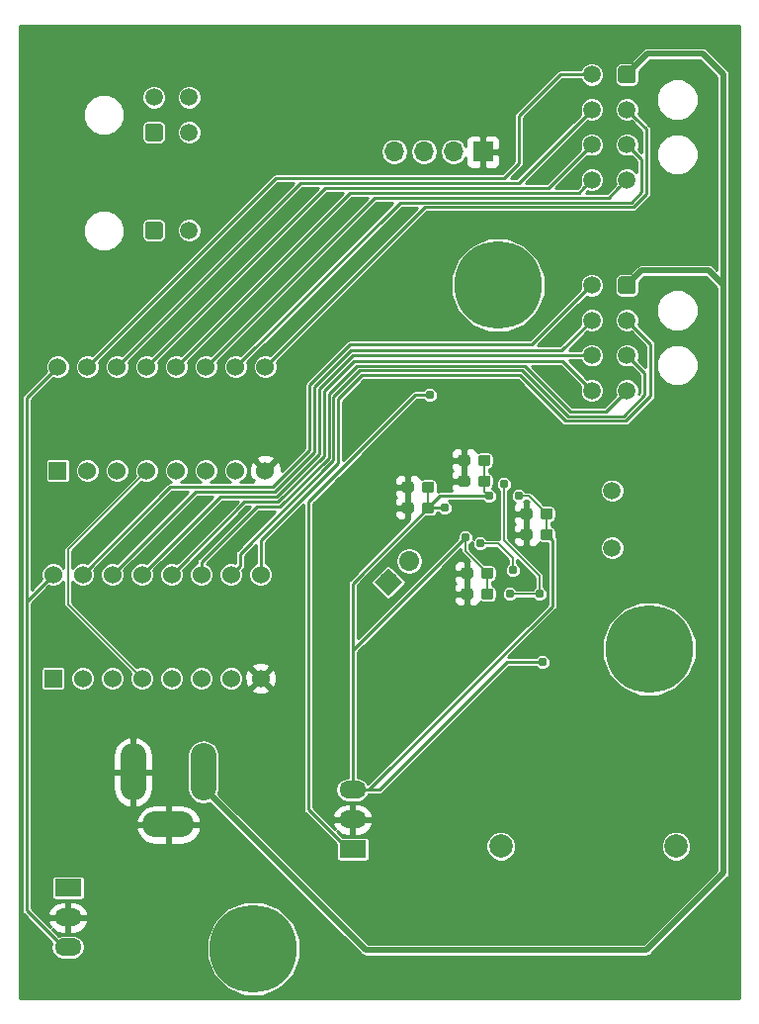
<source format=gbr>
G04 #@! TF.GenerationSoftware,KiCad,Pcbnew,(5.1.0)-1*
G04 #@! TF.CreationDate,2019-03-25T06:45:31-06:00*
G04 #@! TF.ProjectId,ParkingSystem,5061726b-696e-4675-9379-7374656d2e6b,v01*
G04 #@! TF.SameCoordinates,Original*
G04 #@! TF.FileFunction,Copper,L2,Bot*
G04 #@! TF.FilePolarity,Positive*
%FSLAX46Y46*%
G04 Gerber Fmt 4.6, Leading zero omitted, Abs format (unit mm)*
G04 Created by KiCad (PCBNEW (5.1.0)-1) date 2019-03-25 06:45:31*
%MOMM*%
%LPD*%
G04 APERTURE LIST*
%ADD10O,4.400000X2.240000*%
%ADD11O,2.240000X4.900000*%
%ADD12C,1.500000*%
%ADD13C,0.100000*%
%ADD14C,2.000000*%
%ADD15C,7.500000*%
%ADD16O,2.300000X1.500000*%
%ADD17R,2.300000X1.500000*%
%ADD18C,0.950000*%
%ADD19O,1.700000X1.700000*%
%ADD20R,1.700000X1.700000*%
%ADD21C,1.700000*%
%ADD22C,1.700000*%
%ADD23R,1.524000X1.524000*%
%ADD24C,1.524000*%
%ADD25C,0.787400*%
%ADD26C,0.254000*%
%ADD27C,0.152400*%
%ADD28C,0.508000*%
G04 APERTURE END LIST*
D10*
X75128000Y-83748000D03*
D11*
X72128000Y-79248000D03*
X78128000Y-79248000D03*
D12*
X76914000Y-32893000D03*
D13*
G36*
X74438504Y-32144204D02*
G01*
X74462773Y-32147804D01*
X74486571Y-32153765D01*
X74509671Y-32162030D01*
X74531849Y-32172520D01*
X74552893Y-32185133D01*
X74572598Y-32199747D01*
X74590777Y-32216223D01*
X74607253Y-32234402D01*
X74621867Y-32254107D01*
X74634480Y-32275151D01*
X74644970Y-32297329D01*
X74653235Y-32320429D01*
X74659196Y-32344227D01*
X74662796Y-32368496D01*
X74664000Y-32393000D01*
X74664000Y-33393000D01*
X74662796Y-33417504D01*
X74659196Y-33441773D01*
X74653235Y-33465571D01*
X74644970Y-33488671D01*
X74634480Y-33510849D01*
X74621867Y-33531893D01*
X74607253Y-33551598D01*
X74590777Y-33569777D01*
X74572598Y-33586253D01*
X74552893Y-33600867D01*
X74531849Y-33613480D01*
X74509671Y-33623970D01*
X74486571Y-33632235D01*
X74462773Y-33638196D01*
X74438504Y-33641796D01*
X74414000Y-33643000D01*
X73414000Y-33643000D01*
X73389496Y-33641796D01*
X73365227Y-33638196D01*
X73341429Y-33632235D01*
X73318329Y-33623970D01*
X73296151Y-33613480D01*
X73275107Y-33600867D01*
X73255402Y-33586253D01*
X73237223Y-33569777D01*
X73220747Y-33551598D01*
X73206133Y-33531893D01*
X73193520Y-33510849D01*
X73183030Y-33488671D01*
X73174765Y-33465571D01*
X73168804Y-33441773D01*
X73165204Y-33417504D01*
X73164000Y-33393000D01*
X73164000Y-32393000D01*
X73165204Y-32368496D01*
X73168804Y-32344227D01*
X73174765Y-32320429D01*
X73183030Y-32297329D01*
X73193520Y-32275151D01*
X73206133Y-32254107D01*
X73220747Y-32234402D01*
X73237223Y-32216223D01*
X73255402Y-32199747D01*
X73275107Y-32185133D01*
X73296151Y-32172520D01*
X73318329Y-32162030D01*
X73341429Y-32153765D01*
X73365227Y-32147804D01*
X73389496Y-32144204D01*
X73414000Y-32143000D01*
X74414000Y-32143000D01*
X74438504Y-32144204D01*
X74438504Y-32144204D01*
G37*
D12*
X73914000Y-32893000D03*
X76914000Y-21511000D03*
X76914000Y-24511000D03*
X73914000Y-21511000D03*
D13*
G36*
X74438504Y-23762204D02*
G01*
X74462773Y-23765804D01*
X74486571Y-23771765D01*
X74509671Y-23780030D01*
X74531849Y-23790520D01*
X74552893Y-23803133D01*
X74572598Y-23817747D01*
X74590777Y-23834223D01*
X74607253Y-23852402D01*
X74621867Y-23872107D01*
X74634480Y-23893151D01*
X74644970Y-23915329D01*
X74653235Y-23938429D01*
X74659196Y-23962227D01*
X74662796Y-23986496D01*
X74664000Y-24011000D01*
X74664000Y-25011000D01*
X74662796Y-25035504D01*
X74659196Y-25059773D01*
X74653235Y-25083571D01*
X74644970Y-25106671D01*
X74634480Y-25128849D01*
X74621867Y-25149893D01*
X74607253Y-25169598D01*
X74590777Y-25187777D01*
X74572598Y-25204253D01*
X74552893Y-25218867D01*
X74531849Y-25231480D01*
X74509671Y-25241970D01*
X74486571Y-25250235D01*
X74462773Y-25256196D01*
X74438504Y-25259796D01*
X74414000Y-25261000D01*
X73414000Y-25261000D01*
X73389496Y-25259796D01*
X73365227Y-25256196D01*
X73341429Y-25250235D01*
X73318329Y-25241970D01*
X73296151Y-25231480D01*
X73275107Y-25218867D01*
X73255402Y-25204253D01*
X73237223Y-25187777D01*
X73220747Y-25169598D01*
X73206133Y-25149893D01*
X73193520Y-25128849D01*
X73183030Y-25106671D01*
X73174765Y-25083571D01*
X73168804Y-25059773D01*
X73165204Y-25035504D01*
X73164000Y-25011000D01*
X73164000Y-24011000D01*
X73165204Y-23986496D01*
X73168804Y-23962227D01*
X73174765Y-23938429D01*
X73183030Y-23915329D01*
X73193520Y-23893151D01*
X73206133Y-23872107D01*
X73220747Y-23852402D01*
X73237223Y-23834223D01*
X73255402Y-23817747D01*
X73275107Y-23803133D01*
X73296151Y-23790520D01*
X73318329Y-23780030D01*
X73341429Y-23771765D01*
X73365227Y-23765804D01*
X73389496Y-23762204D01*
X73414000Y-23761000D01*
X74414000Y-23761000D01*
X74438504Y-23762204D01*
X74438504Y-23762204D01*
G37*
D12*
X73914000Y-24511000D03*
D14*
X118625000Y-85598000D03*
X103625000Y-85598000D03*
D15*
X116332000Y-68707000D03*
X82423000Y-94361000D03*
D16*
X66548000Y-94234000D03*
X66548000Y-91694000D03*
D17*
X66548000Y-89154000D03*
D13*
G36*
X95955779Y-56168144D02*
G01*
X95978834Y-56171563D01*
X96001443Y-56177227D01*
X96023387Y-56185079D01*
X96044457Y-56195044D01*
X96064448Y-56207026D01*
X96083168Y-56220910D01*
X96100438Y-56236562D01*
X96116090Y-56253832D01*
X96129974Y-56272552D01*
X96141956Y-56292543D01*
X96151921Y-56313613D01*
X96159773Y-56335557D01*
X96165437Y-56358166D01*
X96168856Y-56381221D01*
X96170000Y-56404500D01*
X96170000Y-56879500D01*
X96168856Y-56902779D01*
X96165437Y-56925834D01*
X96159773Y-56948443D01*
X96151921Y-56970387D01*
X96141956Y-56991457D01*
X96129974Y-57011448D01*
X96116090Y-57030168D01*
X96100438Y-57047438D01*
X96083168Y-57063090D01*
X96064448Y-57076974D01*
X96044457Y-57088956D01*
X96023387Y-57098921D01*
X96001443Y-57106773D01*
X95978834Y-57112437D01*
X95955779Y-57115856D01*
X95932500Y-57117000D01*
X95357500Y-57117000D01*
X95334221Y-57115856D01*
X95311166Y-57112437D01*
X95288557Y-57106773D01*
X95266613Y-57098921D01*
X95245543Y-57088956D01*
X95225552Y-57076974D01*
X95206832Y-57063090D01*
X95189562Y-57047438D01*
X95173910Y-57030168D01*
X95160026Y-57011448D01*
X95148044Y-56991457D01*
X95138079Y-56970387D01*
X95130227Y-56948443D01*
X95124563Y-56925834D01*
X95121144Y-56902779D01*
X95120000Y-56879500D01*
X95120000Y-56404500D01*
X95121144Y-56381221D01*
X95124563Y-56358166D01*
X95130227Y-56335557D01*
X95138079Y-56313613D01*
X95148044Y-56292543D01*
X95160026Y-56272552D01*
X95173910Y-56253832D01*
X95189562Y-56236562D01*
X95206832Y-56220910D01*
X95225552Y-56207026D01*
X95245543Y-56195044D01*
X95266613Y-56185079D01*
X95288557Y-56177227D01*
X95311166Y-56171563D01*
X95334221Y-56168144D01*
X95357500Y-56167000D01*
X95932500Y-56167000D01*
X95955779Y-56168144D01*
X95955779Y-56168144D01*
G37*
D18*
X95645000Y-56642000D03*
D13*
G36*
X97705779Y-56168144D02*
G01*
X97728834Y-56171563D01*
X97751443Y-56177227D01*
X97773387Y-56185079D01*
X97794457Y-56195044D01*
X97814448Y-56207026D01*
X97833168Y-56220910D01*
X97850438Y-56236562D01*
X97866090Y-56253832D01*
X97879974Y-56272552D01*
X97891956Y-56292543D01*
X97901921Y-56313613D01*
X97909773Y-56335557D01*
X97915437Y-56358166D01*
X97918856Y-56381221D01*
X97920000Y-56404500D01*
X97920000Y-56879500D01*
X97918856Y-56902779D01*
X97915437Y-56925834D01*
X97909773Y-56948443D01*
X97901921Y-56970387D01*
X97891956Y-56991457D01*
X97879974Y-57011448D01*
X97866090Y-57030168D01*
X97850438Y-57047438D01*
X97833168Y-57063090D01*
X97814448Y-57076974D01*
X97794457Y-57088956D01*
X97773387Y-57098921D01*
X97751443Y-57106773D01*
X97728834Y-57112437D01*
X97705779Y-57115856D01*
X97682500Y-57117000D01*
X97107500Y-57117000D01*
X97084221Y-57115856D01*
X97061166Y-57112437D01*
X97038557Y-57106773D01*
X97016613Y-57098921D01*
X96995543Y-57088956D01*
X96975552Y-57076974D01*
X96956832Y-57063090D01*
X96939562Y-57047438D01*
X96923910Y-57030168D01*
X96910026Y-57011448D01*
X96898044Y-56991457D01*
X96888079Y-56970387D01*
X96880227Y-56948443D01*
X96874563Y-56925834D01*
X96871144Y-56902779D01*
X96870000Y-56879500D01*
X96870000Y-56404500D01*
X96871144Y-56381221D01*
X96874563Y-56358166D01*
X96880227Y-56335557D01*
X96888079Y-56313613D01*
X96898044Y-56292543D01*
X96910026Y-56272552D01*
X96923910Y-56253832D01*
X96939562Y-56236562D01*
X96956832Y-56220910D01*
X96975552Y-56207026D01*
X96995543Y-56195044D01*
X97016613Y-56185079D01*
X97038557Y-56177227D01*
X97061166Y-56171563D01*
X97084221Y-56168144D01*
X97107500Y-56167000D01*
X97682500Y-56167000D01*
X97705779Y-56168144D01*
X97705779Y-56168144D01*
G37*
D18*
X97395000Y-56642000D03*
D13*
G36*
X101035779Y-63534144D02*
G01*
X101058834Y-63537563D01*
X101081443Y-63543227D01*
X101103387Y-63551079D01*
X101124457Y-63561044D01*
X101144448Y-63573026D01*
X101163168Y-63586910D01*
X101180438Y-63602562D01*
X101196090Y-63619832D01*
X101209974Y-63638552D01*
X101221956Y-63658543D01*
X101231921Y-63679613D01*
X101239773Y-63701557D01*
X101245437Y-63724166D01*
X101248856Y-63747221D01*
X101250000Y-63770500D01*
X101250000Y-64245500D01*
X101248856Y-64268779D01*
X101245437Y-64291834D01*
X101239773Y-64314443D01*
X101231921Y-64336387D01*
X101221956Y-64357457D01*
X101209974Y-64377448D01*
X101196090Y-64396168D01*
X101180438Y-64413438D01*
X101163168Y-64429090D01*
X101144448Y-64442974D01*
X101124457Y-64454956D01*
X101103387Y-64464921D01*
X101081443Y-64472773D01*
X101058834Y-64478437D01*
X101035779Y-64481856D01*
X101012500Y-64483000D01*
X100437500Y-64483000D01*
X100414221Y-64481856D01*
X100391166Y-64478437D01*
X100368557Y-64472773D01*
X100346613Y-64464921D01*
X100325543Y-64454956D01*
X100305552Y-64442974D01*
X100286832Y-64429090D01*
X100269562Y-64413438D01*
X100253910Y-64396168D01*
X100240026Y-64377448D01*
X100228044Y-64357457D01*
X100218079Y-64336387D01*
X100210227Y-64314443D01*
X100204563Y-64291834D01*
X100201144Y-64268779D01*
X100200000Y-64245500D01*
X100200000Y-63770500D01*
X100201144Y-63747221D01*
X100204563Y-63724166D01*
X100210227Y-63701557D01*
X100218079Y-63679613D01*
X100228044Y-63658543D01*
X100240026Y-63638552D01*
X100253910Y-63619832D01*
X100269562Y-63602562D01*
X100286832Y-63586910D01*
X100305552Y-63573026D01*
X100325543Y-63561044D01*
X100346613Y-63551079D01*
X100368557Y-63543227D01*
X100391166Y-63537563D01*
X100414221Y-63534144D01*
X100437500Y-63533000D01*
X101012500Y-63533000D01*
X101035779Y-63534144D01*
X101035779Y-63534144D01*
G37*
D18*
X100725000Y-64008000D03*
D13*
G36*
X102785779Y-63534144D02*
G01*
X102808834Y-63537563D01*
X102831443Y-63543227D01*
X102853387Y-63551079D01*
X102874457Y-63561044D01*
X102894448Y-63573026D01*
X102913168Y-63586910D01*
X102930438Y-63602562D01*
X102946090Y-63619832D01*
X102959974Y-63638552D01*
X102971956Y-63658543D01*
X102981921Y-63679613D01*
X102989773Y-63701557D01*
X102995437Y-63724166D01*
X102998856Y-63747221D01*
X103000000Y-63770500D01*
X103000000Y-64245500D01*
X102998856Y-64268779D01*
X102995437Y-64291834D01*
X102989773Y-64314443D01*
X102981921Y-64336387D01*
X102971956Y-64357457D01*
X102959974Y-64377448D01*
X102946090Y-64396168D01*
X102930438Y-64413438D01*
X102913168Y-64429090D01*
X102894448Y-64442974D01*
X102874457Y-64454956D01*
X102853387Y-64464921D01*
X102831443Y-64472773D01*
X102808834Y-64478437D01*
X102785779Y-64481856D01*
X102762500Y-64483000D01*
X102187500Y-64483000D01*
X102164221Y-64481856D01*
X102141166Y-64478437D01*
X102118557Y-64472773D01*
X102096613Y-64464921D01*
X102075543Y-64454956D01*
X102055552Y-64442974D01*
X102036832Y-64429090D01*
X102019562Y-64413438D01*
X102003910Y-64396168D01*
X101990026Y-64377448D01*
X101978044Y-64357457D01*
X101968079Y-64336387D01*
X101960227Y-64314443D01*
X101954563Y-64291834D01*
X101951144Y-64268779D01*
X101950000Y-64245500D01*
X101950000Y-63770500D01*
X101951144Y-63747221D01*
X101954563Y-63724166D01*
X101960227Y-63701557D01*
X101968079Y-63679613D01*
X101978044Y-63658543D01*
X101990026Y-63638552D01*
X102003910Y-63619832D01*
X102019562Y-63602562D01*
X102036832Y-63586910D01*
X102055552Y-63573026D01*
X102075543Y-63561044D01*
X102096613Y-63551079D01*
X102118557Y-63543227D01*
X102141166Y-63537563D01*
X102164221Y-63534144D01*
X102187500Y-63533000D01*
X102762500Y-63533000D01*
X102785779Y-63534144D01*
X102785779Y-63534144D01*
G37*
D18*
X102475000Y-64008000D03*
D13*
G36*
X106115779Y-56676144D02*
G01*
X106138834Y-56679563D01*
X106161443Y-56685227D01*
X106183387Y-56693079D01*
X106204457Y-56703044D01*
X106224448Y-56715026D01*
X106243168Y-56728910D01*
X106260438Y-56744562D01*
X106276090Y-56761832D01*
X106289974Y-56780552D01*
X106301956Y-56800543D01*
X106311921Y-56821613D01*
X106319773Y-56843557D01*
X106325437Y-56866166D01*
X106328856Y-56889221D01*
X106330000Y-56912500D01*
X106330000Y-57387500D01*
X106328856Y-57410779D01*
X106325437Y-57433834D01*
X106319773Y-57456443D01*
X106311921Y-57478387D01*
X106301956Y-57499457D01*
X106289974Y-57519448D01*
X106276090Y-57538168D01*
X106260438Y-57555438D01*
X106243168Y-57571090D01*
X106224448Y-57584974D01*
X106204457Y-57596956D01*
X106183387Y-57606921D01*
X106161443Y-57614773D01*
X106138834Y-57620437D01*
X106115779Y-57623856D01*
X106092500Y-57625000D01*
X105517500Y-57625000D01*
X105494221Y-57623856D01*
X105471166Y-57620437D01*
X105448557Y-57614773D01*
X105426613Y-57606921D01*
X105405543Y-57596956D01*
X105385552Y-57584974D01*
X105366832Y-57571090D01*
X105349562Y-57555438D01*
X105333910Y-57538168D01*
X105320026Y-57519448D01*
X105308044Y-57499457D01*
X105298079Y-57478387D01*
X105290227Y-57456443D01*
X105284563Y-57433834D01*
X105281144Y-57410779D01*
X105280000Y-57387500D01*
X105280000Y-56912500D01*
X105281144Y-56889221D01*
X105284563Y-56866166D01*
X105290227Y-56843557D01*
X105298079Y-56821613D01*
X105308044Y-56800543D01*
X105320026Y-56780552D01*
X105333910Y-56761832D01*
X105349562Y-56744562D01*
X105366832Y-56728910D01*
X105385552Y-56715026D01*
X105405543Y-56703044D01*
X105426613Y-56693079D01*
X105448557Y-56685227D01*
X105471166Y-56679563D01*
X105494221Y-56676144D01*
X105517500Y-56675000D01*
X106092500Y-56675000D01*
X106115779Y-56676144D01*
X106115779Y-56676144D01*
G37*
D18*
X105805000Y-57150000D03*
D13*
G36*
X107865779Y-56676144D02*
G01*
X107888834Y-56679563D01*
X107911443Y-56685227D01*
X107933387Y-56693079D01*
X107954457Y-56703044D01*
X107974448Y-56715026D01*
X107993168Y-56728910D01*
X108010438Y-56744562D01*
X108026090Y-56761832D01*
X108039974Y-56780552D01*
X108051956Y-56800543D01*
X108061921Y-56821613D01*
X108069773Y-56843557D01*
X108075437Y-56866166D01*
X108078856Y-56889221D01*
X108080000Y-56912500D01*
X108080000Y-57387500D01*
X108078856Y-57410779D01*
X108075437Y-57433834D01*
X108069773Y-57456443D01*
X108061921Y-57478387D01*
X108051956Y-57499457D01*
X108039974Y-57519448D01*
X108026090Y-57538168D01*
X108010438Y-57555438D01*
X107993168Y-57571090D01*
X107974448Y-57584974D01*
X107954457Y-57596956D01*
X107933387Y-57606921D01*
X107911443Y-57614773D01*
X107888834Y-57620437D01*
X107865779Y-57623856D01*
X107842500Y-57625000D01*
X107267500Y-57625000D01*
X107244221Y-57623856D01*
X107221166Y-57620437D01*
X107198557Y-57614773D01*
X107176613Y-57606921D01*
X107155543Y-57596956D01*
X107135552Y-57584974D01*
X107116832Y-57571090D01*
X107099562Y-57555438D01*
X107083910Y-57538168D01*
X107070026Y-57519448D01*
X107058044Y-57499457D01*
X107048079Y-57478387D01*
X107040227Y-57456443D01*
X107034563Y-57433834D01*
X107031144Y-57410779D01*
X107030000Y-57387500D01*
X107030000Y-56912500D01*
X107031144Y-56889221D01*
X107034563Y-56866166D01*
X107040227Y-56843557D01*
X107048079Y-56821613D01*
X107058044Y-56800543D01*
X107070026Y-56780552D01*
X107083910Y-56761832D01*
X107099562Y-56744562D01*
X107116832Y-56728910D01*
X107135552Y-56715026D01*
X107155543Y-56703044D01*
X107176613Y-56693079D01*
X107198557Y-56685227D01*
X107221166Y-56679563D01*
X107244221Y-56676144D01*
X107267500Y-56675000D01*
X107842500Y-56675000D01*
X107865779Y-56676144D01*
X107865779Y-56676144D01*
G37*
D18*
X107555000Y-57150000D03*
D13*
G36*
X101035779Y-61756144D02*
G01*
X101058834Y-61759563D01*
X101081443Y-61765227D01*
X101103387Y-61773079D01*
X101124457Y-61783044D01*
X101144448Y-61795026D01*
X101163168Y-61808910D01*
X101180438Y-61824562D01*
X101196090Y-61841832D01*
X101209974Y-61860552D01*
X101221956Y-61880543D01*
X101231921Y-61901613D01*
X101239773Y-61923557D01*
X101245437Y-61946166D01*
X101248856Y-61969221D01*
X101250000Y-61992500D01*
X101250000Y-62467500D01*
X101248856Y-62490779D01*
X101245437Y-62513834D01*
X101239773Y-62536443D01*
X101231921Y-62558387D01*
X101221956Y-62579457D01*
X101209974Y-62599448D01*
X101196090Y-62618168D01*
X101180438Y-62635438D01*
X101163168Y-62651090D01*
X101144448Y-62664974D01*
X101124457Y-62676956D01*
X101103387Y-62686921D01*
X101081443Y-62694773D01*
X101058834Y-62700437D01*
X101035779Y-62703856D01*
X101012500Y-62705000D01*
X100437500Y-62705000D01*
X100414221Y-62703856D01*
X100391166Y-62700437D01*
X100368557Y-62694773D01*
X100346613Y-62686921D01*
X100325543Y-62676956D01*
X100305552Y-62664974D01*
X100286832Y-62651090D01*
X100269562Y-62635438D01*
X100253910Y-62618168D01*
X100240026Y-62599448D01*
X100228044Y-62579457D01*
X100218079Y-62558387D01*
X100210227Y-62536443D01*
X100204563Y-62513834D01*
X100201144Y-62490779D01*
X100200000Y-62467500D01*
X100200000Y-61992500D01*
X100201144Y-61969221D01*
X100204563Y-61946166D01*
X100210227Y-61923557D01*
X100218079Y-61901613D01*
X100228044Y-61880543D01*
X100240026Y-61860552D01*
X100253910Y-61841832D01*
X100269562Y-61824562D01*
X100286832Y-61808910D01*
X100305552Y-61795026D01*
X100325543Y-61783044D01*
X100346613Y-61773079D01*
X100368557Y-61765227D01*
X100391166Y-61759563D01*
X100414221Y-61756144D01*
X100437500Y-61755000D01*
X101012500Y-61755000D01*
X101035779Y-61756144D01*
X101035779Y-61756144D01*
G37*
D18*
X100725000Y-62230000D03*
D13*
G36*
X102785779Y-61756144D02*
G01*
X102808834Y-61759563D01*
X102831443Y-61765227D01*
X102853387Y-61773079D01*
X102874457Y-61783044D01*
X102894448Y-61795026D01*
X102913168Y-61808910D01*
X102930438Y-61824562D01*
X102946090Y-61841832D01*
X102959974Y-61860552D01*
X102971956Y-61880543D01*
X102981921Y-61901613D01*
X102989773Y-61923557D01*
X102995437Y-61946166D01*
X102998856Y-61969221D01*
X103000000Y-61992500D01*
X103000000Y-62467500D01*
X102998856Y-62490779D01*
X102995437Y-62513834D01*
X102989773Y-62536443D01*
X102981921Y-62558387D01*
X102971956Y-62579457D01*
X102959974Y-62599448D01*
X102946090Y-62618168D01*
X102930438Y-62635438D01*
X102913168Y-62651090D01*
X102894448Y-62664974D01*
X102874457Y-62676956D01*
X102853387Y-62686921D01*
X102831443Y-62694773D01*
X102808834Y-62700437D01*
X102785779Y-62703856D01*
X102762500Y-62705000D01*
X102187500Y-62705000D01*
X102164221Y-62703856D01*
X102141166Y-62700437D01*
X102118557Y-62694773D01*
X102096613Y-62686921D01*
X102075543Y-62676956D01*
X102055552Y-62664974D01*
X102036832Y-62651090D01*
X102019562Y-62635438D01*
X102003910Y-62618168D01*
X101990026Y-62599448D01*
X101978044Y-62579457D01*
X101968079Y-62558387D01*
X101960227Y-62536443D01*
X101954563Y-62513834D01*
X101951144Y-62490779D01*
X101950000Y-62467500D01*
X101950000Y-61992500D01*
X101951144Y-61969221D01*
X101954563Y-61946166D01*
X101960227Y-61923557D01*
X101968079Y-61901613D01*
X101978044Y-61880543D01*
X101990026Y-61860552D01*
X102003910Y-61841832D01*
X102019562Y-61824562D01*
X102036832Y-61808910D01*
X102055552Y-61795026D01*
X102075543Y-61783044D01*
X102096613Y-61773079D01*
X102118557Y-61765227D01*
X102141166Y-61759563D01*
X102164221Y-61756144D01*
X102187500Y-61755000D01*
X102762500Y-61755000D01*
X102785779Y-61756144D01*
X102785779Y-61756144D01*
G37*
D18*
X102475000Y-62230000D03*
D13*
G36*
X106115779Y-58454144D02*
G01*
X106138834Y-58457563D01*
X106161443Y-58463227D01*
X106183387Y-58471079D01*
X106204457Y-58481044D01*
X106224448Y-58493026D01*
X106243168Y-58506910D01*
X106260438Y-58522562D01*
X106276090Y-58539832D01*
X106289974Y-58558552D01*
X106301956Y-58578543D01*
X106311921Y-58599613D01*
X106319773Y-58621557D01*
X106325437Y-58644166D01*
X106328856Y-58667221D01*
X106330000Y-58690500D01*
X106330000Y-59165500D01*
X106328856Y-59188779D01*
X106325437Y-59211834D01*
X106319773Y-59234443D01*
X106311921Y-59256387D01*
X106301956Y-59277457D01*
X106289974Y-59297448D01*
X106276090Y-59316168D01*
X106260438Y-59333438D01*
X106243168Y-59349090D01*
X106224448Y-59362974D01*
X106204457Y-59374956D01*
X106183387Y-59384921D01*
X106161443Y-59392773D01*
X106138834Y-59398437D01*
X106115779Y-59401856D01*
X106092500Y-59403000D01*
X105517500Y-59403000D01*
X105494221Y-59401856D01*
X105471166Y-59398437D01*
X105448557Y-59392773D01*
X105426613Y-59384921D01*
X105405543Y-59374956D01*
X105385552Y-59362974D01*
X105366832Y-59349090D01*
X105349562Y-59333438D01*
X105333910Y-59316168D01*
X105320026Y-59297448D01*
X105308044Y-59277457D01*
X105298079Y-59256387D01*
X105290227Y-59234443D01*
X105284563Y-59211834D01*
X105281144Y-59188779D01*
X105280000Y-59165500D01*
X105280000Y-58690500D01*
X105281144Y-58667221D01*
X105284563Y-58644166D01*
X105290227Y-58621557D01*
X105298079Y-58599613D01*
X105308044Y-58578543D01*
X105320026Y-58558552D01*
X105333910Y-58539832D01*
X105349562Y-58522562D01*
X105366832Y-58506910D01*
X105385552Y-58493026D01*
X105405543Y-58481044D01*
X105426613Y-58471079D01*
X105448557Y-58463227D01*
X105471166Y-58457563D01*
X105494221Y-58454144D01*
X105517500Y-58453000D01*
X106092500Y-58453000D01*
X106115779Y-58454144D01*
X106115779Y-58454144D01*
G37*
D18*
X105805000Y-58928000D03*
D13*
G36*
X107865779Y-58454144D02*
G01*
X107888834Y-58457563D01*
X107911443Y-58463227D01*
X107933387Y-58471079D01*
X107954457Y-58481044D01*
X107974448Y-58493026D01*
X107993168Y-58506910D01*
X108010438Y-58522562D01*
X108026090Y-58539832D01*
X108039974Y-58558552D01*
X108051956Y-58578543D01*
X108061921Y-58599613D01*
X108069773Y-58621557D01*
X108075437Y-58644166D01*
X108078856Y-58667221D01*
X108080000Y-58690500D01*
X108080000Y-59165500D01*
X108078856Y-59188779D01*
X108075437Y-59211834D01*
X108069773Y-59234443D01*
X108061921Y-59256387D01*
X108051956Y-59277457D01*
X108039974Y-59297448D01*
X108026090Y-59316168D01*
X108010438Y-59333438D01*
X107993168Y-59349090D01*
X107974448Y-59362974D01*
X107954457Y-59374956D01*
X107933387Y-59384921D01*
X107911443Y-59392773D01*
X107888834Y-59398437D01*
X107865779Y-59401856D01*
X107842500Y-59403000D01*
X107267500Y-59403000D01*
X107244221Y-59401856D01*
X107221166Y-59398437D01*
X107198557Y-59392773D01*
X107176613Y-59384921D01*
X107155543Y-59374956D01*
X107135552Y-59362974D01*
X107116832Y-59349090D01*
X107099562Y-59333438D01*
X107083910Y-59316168D01*
X107070026Y-59297448D01*
X107058044Y-59277457D01*
X107048079Y-59256387D01*
X107040227Y-59234443D01*
X107034563Y-59211834D01*
X107031144Y-59188779D01*
X107030000Y-59165500D01*
X107030000Y-58690500D01*
X107031144Y-58667221D01*
X107034563Y-58644166D01*
X107040227Y-58621557D01*
X107048079Y-58599613D01*
X107058044Y-58578543D01*
X107070026Y-58558552D01*
X107083910Y-58539832D01*
X107099562Y-58522562D01*
X107116832Y-58506910D01*
X107135552Y-58493026D01*
X107155543Y-58481044D01*
X107176613Y-58471079D01*
X107198557Y-58463227D01*
X107221166Y-58457563D01*
X107244221Y-58454144D01*
X107267500Y-58453000D01*
X107842500Y-58453000D01*
X107865779Y-58454144D01*
X107865779Y-58454144D01*
G37*
D18*
X107555000Y-58928000D03*
D13*
G36*
X95955779Y-54390144D02*
G01*
X95978834Y-54393563D01*
X96001443Y-54399227D01*
X96023387Y-54407079D01*
X96044457Y-54417044D01*
X96064448Y-54429026D01*
X96083168Y-54442910D01*
X96100438Y-54458562D01*
X96116090Y-54475832D01*
X96129974Y-54494552D01*
X96141956Y-54514543D01*
X96151921Y-54535613D01*
X96159773Y-54557557D01*
X96165437Y-54580166D01*
X96168856Y-54603221D01*
X96170000Y-54626500D01*
X96170000Y-55101500D01*
X96168856Y-55124779D01*
X96165437Y-55147834D01*
X96159773Y-55170443D01*
X96151921Y-55192387D01*
X96141956Y-55213457D01*
X96129974Y-55233448D01*
X96116090Y-55252168D01*
X96100438Y-55269438D01*
X96083168Y-55285090D01*
X96064448Y-55298974D01*
X96044457Y-55310956D01*
X96023387Y-55320921D01*
X96001443Y-55328773D01*
X95978834Y-55334437D01*
X95955779Y-55337856D01*
X95932500Y-55339000D01*
X95357500Y-55339000D01*
X95334221Y-55337856D01*
X95311166Y-55334437D01*
X95288557Y-55328773D01*
X95266613Y-55320921D01*
X95245543Y-55310956D01*
X95225552Y-55298974D01*
X95206832Y-55285090D01*
X95189562Y-55269438D01*
X95173910Y-55252168D01*
X95160026Y-55233448D01*
X95148044Y-55213457D01*
X95138079Y-55192387D01*
X95130227Y-55170443D01*
X95124563Y-55147834D01*
X95121144Y-55124779D01*
X95120000Y-55101500D01*
X95120000Y-54626500D01*
X95121144Y-54603221D01*
X95124563Y-54580166D01*
X95130227Y-54557557D01*
X95138079Y-54535613D01*
X95148044Y-54514543D01*
X95160026Y-54494552D01*
X95173910Y-54475832D01*
X95189562Y-54458562D01*
X95206832Y-54442910D01*
X95225552Y-54429026D01*
X95245543Y-54417044D01*
X95266613Y-54407079D01*
X95288557Y-54399227D01*
X95311166Y-54393563D01*
X95334221Y-54390144D01*
X95357500Y-54389000D01*
X95932500Y-54389000D01*
X95955779Y-54390144D01*
X95955779Y-54390144D01*
G37*
D18*
X95645000Y-54864000D03*
D13*
G36*
X97705779Y-54390144D02*
G01*
X97728834Y-54393563D01*
X97751443Y-54399227D01*
X97773387Y-54407079D01*
X97794457Y-54417044D01*
X97814448Y-54429026D01*
X97833168Y-54442910D01*
X97850438Y-54458562D01*
X97866090Y-54475832D01*
X97879974Y-54494552D01*
X97891956Y-54514543D01*
X97901921Y-54535613D01*
X97909773Y-54557557D01*
X97915437Y-54580166D01*
X97918856Y-54603221D01*
X97920000Y-54626500D01*
X97920000Y-55101500D01*
X97918856Y-55124779D01*
X97915437Y-55147834D01*
X97909773Y-55170443D01*
X97901921Y-55192387D01*
X97891956Y-55213457D01*
X97879974Y-55233448D01*
X97866090Y-55252168D01*
X97850438Y-55269438D01*
X97833168Y-55285090D01*
X97814448Y-55298974D01*
X97794457Y-55310956D01*
X97773387Y-55320921D01*
X97751443Y-55328773D01*
X97728834Y-55334437D01*
X97705779Y-55337856D01*
X97682500Y-55339000D01*
X97107500Y-55339000D01*
X97084221Y-55337856D01*
X97061166Y-55334437D01*
X97038557Y-55328773D01*
X97016613Y-55320921D01*
X96995543Y-55310956D01*
X96975552Y-55298974D01*
X96956832Y-55285090D01*
X96939562Y-55269438D01*
X96923910Y-55252168D01*
X96910026Y-55233448D01*
X96898044Y-55213457D01*
X96888079Y-55192387D01*
X96880227Y-55170443D01*
X96874563Y-55147834D01*
X96871144Y-55124779D01*
X96870000Y-55101500D01*
X96870000Y-54626500D01*
X96871144Y-54603221D01*
X96874563Y-54580166D01*
X96880227Y-54557557D01*
X96888079Y-54535613D01*
X96898044Y-54514543D01*
X96910026Y-54494552D01*
X96923910Y-54475832D01*
X96939562Y-54458562D01*
X96956832Y-54442910D01*
X96975552Y-54429026D01*
X96995543Y-54417044D01*
X97016613Y-54407079D01*
X97038557Y-54399227D01*
X97061166Y-54393563D01*
X97084221Y-54390144D01*
X97107500Y-54389000D01*
X97682500Y-54389000D01*
X97705779Y-54390144D01*
X97705779Y-54390144D01*
G37*
D18*
X97395000Y-54864000D03*
D13*
G36*
X100781779Y-52104144D02*
G01*
X100804834Y-52107563D01*
X100827443Y-52113227D01*
X100849387Y-52121079D01*
X100870457Y-52131044D01*
X100890448Y-52143026D01*
X100909168Y-52156910D01*
X100926438Y-52172562D01*
X100942090Y-52189832D01*
X100955974Y-52208552D01*
X100967956Y-52228543D01*
X100977921Y-52249613D01*
X100985773Y-52271557D01*
X100991437Y-52294166D01*
X100994856Y-52317221D01*
X100996000Y-52340500D01*
X100996000Y-52815500D01*
X100994856Y-52838779D01*
X100991437Y-52861834D01*
X100985773Y-52884443D01*
X100977921Y-52906387D01*
X100967956Y-52927457D01*
X100955974Y-52947448D01*
X100942090Y-52966168D01*
X100926438Y-52983438D01*
X100909168Y-52999090D01*
X100890448Y-53012974D01*
X100870457Y-53024956D01*
X100849387Y-53034921D01*
X100827443Y-53042773D01*
X100804834Y-53048437D01*
X100781779Y-53051856D01*
X100758500Y-53053000D01*
X100183500Y-53053000D01*
X100160221Y-53051856D01*
X100137166Y-53048437D01*
X100114557Y-53042773D01*
X100092613Y-53034921D01*
X100071543Y-53024956D01*
X100051552Y-53012974D01*
X100032832Y-52999090D01*
X100015562Y-52983438D01*
X99999910Y-52966168D01*
X99986026Y-52947448D01*
X99974044Y-52927457D01*
X99964079Y-52906387D01*
X99956227Y-52884443D01*
X99950563Y-52861834D01*
X99947144Y-52838779D01*
X99946000Y-52815500D01*
X99946000Y-52340500D01*
X99947144Y-52317221D01*
X99950563Y-52294166D01*
X99956227Y-52271557D01*
X99964079Y-52249613D01*
X99974044Y-52228543D01*
X99986026Y-52208552D01*
X99999910Y-52189832D01*
X100015562Y-52172562D01*
X100032832Y-52156910D01*
X100051552Y-52143026D01*
X100071543Y-52131044D01*
X100092613Y-52121079D01*
X100114557Y-52113227D01*
X100137166Y-52107563D01*
X100160221Y-52104144D01*
X100183500Y-52103000D01*
X100758500Y-52103000D01*
X100781779Y-52104144D01*
X100781779Y-52104144D01*
G37*
D18*
X100471000Y-52578000D03*
D13*
G36*
X102531779Y-52104144D02*
G01*
X102554834Y-52107563D01*
X102577443Y-52113227D01*
X102599387Y-52121079D01*
X102620457Y-52131044D01*
X102640448Y-52143026D01*
X102659168Y-52156910D01*
X102676438Y-52172562D01*
X102692090Y-52189832D01*
X102705974Y-52208552D01*
X102717956Y-52228543D01*
X102727921Y-52249613D01*
X102735773Y-52271557D01*
X102741437Y-52294166D01*
X102744856Y-52317221D01*
X102746000Y-52340500D01*
X102746000Y-52815500D01*
X102744856Y-52838779D01*
X102741437Y-52861834D01*
X102735773Y-52884443D01*
X102727921Y-52906387D01*
X102717956Y-52927457D01*
X102705974Y-52947448D01*
X102692090Y-52966168D01*
X102676438Y-52983438D01*
X102659168Y-52999090D01*
X102640448Y-53012974D01*
X102620457Y-53024956D01*
X102599387Y-53034921D01*
X102577443Y-53042773D01*
X102554834Y-53048437D01*
X102531779Y-53051856D01*
X102508500Y-53053000D01*
X101933500Y-53053000D01*
X101910221Y-53051856D01*
X101887166Y-53048437D01*
X101864557Y-53042773D01*
X101842613Y-53034921D01*
X101821543Y-53024956D01*
X101801552Y-53012974D01*
X101782832Y-52999090D01*
X101765562Y-52983438D01*
X101749910Y-52966168D01*
X101736026Y-52947448D01*
X101724044Y-52927457D01*
X101714079Y-52906387D01*
X101706227Y-52884443D01*
X101700563Y-52861834D01*
X101697144Y-52838779D01*
X101696000Y-52815500D01*
X101696000Y-52340500D01*
X101697144Y-52317221D01*
X101700563Y-52294166D01*
X101706227Y-52271557D01*
X101714079Y-52249613D01*
X101724044Y-52228543D01*
X101736026Y-52208552D01*
X101749910Y-52189832D01*
X101765562Y-52172562D01*
X101782832Y-52156910D01*
X101801552Y-52143026D01*
X101821543Y-52131044D01*
X101842613Y-52121079D01*
X101864557Y-52113227D01*
X101887166Y-52107563D01*
X101910221Y-52104144D01*
X101933500Y-52103000D01*
X102508500Y-52103000D01*
X102531779Y-52104144D01*
X102531779Y-52104144D01*
G37*
D18*
X102221000Y-52578000D03*
D13*
G36*
X100781779Y-53882144D02*
G01*
X100804834Y-53885563D01*
X100827443Y-53891227D01*
X100849387Y-53899079D01*
X100870457Y-53909044D01*
X100890448Y-53921026D01*
X100909168Y-53934910D01*
X100926438Y-53950562D01*
X100942090Y-53967832D01*
X100955974Y-53986552D01*
X100967956Y-54006543D01*
X100977921Y-54027613D01*
X100985773Y-54049557D01*
X100991437Y-54072166D01*
X100994856Y-54095221D01*
X100996000Y-54118500D01*
X100996000Y-54593500D01*
X100994856Y-54616779D01*
X100991437Y-54639834D01*
X100985773Y-54662443D01*
X100977921Y-54684387D01*
X100967956Y-54705457D01*
X100955974Y-54725448D01*
X100942090Y-54744168D01*
X100926438Y-54761438D01*
X100909168Y-54777090D01*
X100890448Y-54790974D01*
X100870457Y-54802956D01*
X100849387Y-54812921D01*
X100827443Y-54820773D01*
X100804834Y-54826437D01*
X100781779Y-54829856D01*
X100758500Y-54831000D01*
X100183500Y-54831000D01*
X100160221Y-54829856D01*
X100137166Y-54826437D01*
X100114557Y-54820773D01*
X100092613Y-54812921D01*
X100071543Y-54802956D01*
X100051552Y-54790974D01*
X100032832Y-54777090D01*
X100015562Y-54761438D01*
X99999910Y-54744168D01*
X99986026Y-54725448D01*
X99974044Y-54705457D01*
X99964079Y-54684387D01*
X99956227Y-54662443D01*
X99950563Y-54639834D01*
X99947144Y-54616779D01*
X99946000Y-54593500D01*
X99946000Y-54118500D01*
X99947144Y-54095221D01*
X99950563Y-54072166D01*
X99956227Y-54049557D01*
X99964079Y-54027613D01*
X99974044Y-54006543D01*
X99986026Y-53986552D01*
X99999910Y-53967832D01*
X100015562Y-53950562D01*
X100032832Y-53934910D01*
X100051552Y-53921026D01*
X100071543Y-53909044D01*
X100092613Y-53899079D01*
X100114557Y-53891227D01*
X100137166Y-53885563D01*
X100160221Y-53882144D01*
X100183500Y-53881000D01*
X100758500Y-53881000D01*
X100781779Y-53882144D01*
X100781779Y-53882144D01*
G37*
D18*
X100471000Y-54356000D03*
D13*
G36*
X102531779Y-53882144D02*
G01*
X102554834Y-53885563D01*
X102577443Y-53891227D01*
X102599387Y-53899079D01*
X102620457Y-53909044D01*
X102640448Y-53921026D01*
X102659168Y-53934910D01*
X102676438Y-53950562D01*
X102692090Y-53967832D01*
X102705974Y-53986552D01*
X102717956Y-54006543D01*
X102727921Y-54027613D01*
X102735773Y-54049557D01*
X102741437Y-54072166D01*
X102744856Y-54095221D01*
X102746000Y-54118500D01*
X102746000Y-54593500D01*
X102744856Y-54616779D01*
X102741437Y-54639834D01*
X102735773Y-54662443D01*
X102727921Y-54684387D01*
X102717956Y-54705457D01*
X102705974Y-54725448D01*
X102692090Y-54744168D01*
X102676438Y-54761438D01*
X102659168Y-54777090D01*
X102640448Y-54790974D01*
X102620457Y-54802956D01*
X102599387Y-54812921D01*
X102577443Y-54820773D01*
X102554834Y-54826437D01*
X102531779Y-54829856D01*
X102508500Y-54831000D01*
X101933500Y-54831000D01*
X101910221Y-54829856D01*
X101887166Y-54826437D01*
X101864557Y-54820773D01*
X101842613Y-54812921D01*
X101821543Y-54802956D01*
X101801552Y-54790974D01*
X101782832Y-54777090D01*
X101765562Y-54761438D01*
X101749910Y-54744168D01*
X101736026Y-54725448D01*
X101724044Y-54705457D01*
X101714079Y-54684387D01*
X101706227Y-54662443D01*
X101700563Y-54639834D01*
X101697144Y-54616779D01*
X101696000Y-54593500D01*
X101696000Y-54118500D01*
X101697144Y-54095221D01*
X101700563Y-54072166D01*
X101706227Y-54049557D01*
X101714079Y-54027613D01*
X101724044Y-54006543D01*
X101736026Y-53986552D01*
X101749910Y-53967832D01*
X101765562Y-53950562D01*
X101782832Y-53934910D01*
X101801552Y-53921026D01*
X101821543Y-53909044D01*
X101842613Y-53899079D01*
X101864557Y-53891227D01*
X101887166Y-53885563D01*
X101910221Y-53882144D01*
X101933500Y-53881000D01*
X102508500Y-53881000D01*
X102531779Y-53882144D01*
X102531779Y-53882144D01*
G37*
D18*
X102221000Y-54356000D03*
D19*
X94488000Y-26162000D03*
X97028000Y-26162000D03*
X99568000Y-26162000D03*
D20*
X102108000Y-26162000D03*
D16*
X90932000Y-80772000D03*
X90932000Y-83312000D03*
D17*
X90932000Y-85852000D03*
D12*
X113157000Y-55171000D03*
X113157000Y-60071000D03*
X111427000Y-28558000D03*
X111427000Y-25558000D03*
X111427000Y-22558000D03*
X111427000Y-19558000D03*
X114427000Y-28558000D03*
X114427000Y-25558000D03*
X114427000Y-22558000D03*
D13*
G36*
X114951504Y-18809204D02*
G01*
X114975773Y-18812804D01*
X114999571Y-18818765D01*
X115022671Y-18827030D01*
X115044849Y-18837520D01*
X115065893Y-18850133D01*
X115085598Y-18864747D01*
X115103777Y-18881223D01*
X115120253Y-18899402D01*
X115134867Y-18919107D01*
X115147480Y-18940151D01*
X115157970Y-18962329D01*
X115166235Y-18985429D01*
X115172196Y-19009227D01*
X115175796Y-19033496D01*
X115177000Y-19058000D01*
X115177000Y-20058000D01*
X115175796Y-20082504D01*
X115172196Y-20106773D01*
X115166235Y-20130571D01*
X115157970Y-20153671D01*
X115147480Y-20175849D01*
X115134867Y-20196893D01*
X115120253Y-20216598D01*
X115103777Y-20234777D01*
X115085598Y-20251253D01*
X115065893Y-20265867D01*
X115044849Y-20278480D01*
X115022671Y-20288970D01*
X114999571Y-20297235D01*
X114975773Y-20303196D01*
X114951504Y-20306796D01*
X114927000Y-20308000D01*
X113927000Y-20308000D01*
X113902496Y-20306796D01*
X113878227Y-20303196D01*
X113854429Y-20297235D01*
X113831329Y-20288970D01*
X113809151Y-20278480D01*
X113788107Y-20265867D01*
X113768402Y-20251253D01*
X113750223Y-20234777D01*
X113733747Y-20216598D01*
X113719133Y-20196893D01*
X113706520Y-20175849D01*
X113696030Y-20153671D01*
X113687765Y-20130571D01*
X113681804Y-20106773D01*
X113678204Y-20082504D01*
X113677000Y-20058000D01*
X113677000Y-19058000D01*
X113678204Y-19033496D01*
X113681804Y-19009227D01*
X113687765Y-18985429D01*
X113696030Y-18962329D01*
X113706520Y-18940151D01*
X113719133Y-18919107D01*
X113733747Y-18899402D01*
X113750223Y-18881223D01*
X113768402Y-18864747D01*
X113788107Y-18850133D01*
X113809151Y-18837520D01*
X113831329Y-18827030D01*
X113854429Y-18818765D01*
X113878227Y-18812804D01*
X113902496Y-18809204D01*
X113927000Y-18808000D01*
X114927000Y-18808000D01*
X114951504Y-18809204D01*
X114951504Y-18809204D01*
G37*
D12*
X114427000Y-19558000D03*
X111427000Y-46592000D03*
X111427000Y-43592000D03*
X111427000Y-40592000D03*
X111427000Y-37592000D03*
X114427000Y-46592000D03*
X114427000Y-43592000D03*
X114427000Y-40592000D03*
D13*
G36*
X114951504Y-36843204D02*
G01*
X114975773Y-36846804D01*
X114999571Y-36852765D01*
X115022671Y-36861030D01*
X115044849Y-36871520D01*
X115065893Y-36884133D01*
X115085598Y-36898747D01*
X115103777Y-36915223D01*
X115120253Y-36933402D01*
X115134867Y-36953107D01*
X115147480Y-36974151D01*
X115157970Y-36996329D01*
X115166235Y-37019429D01*
X115172196Y-37043227D01*
X115175796Y-37067496D01*
X115177000Y-37092000D01*
X115177000Y-38092000D01*
X115175796Y-38116504D01*
X115172196Y-38140773D01*
X115166235Y-38164571D01*
X115157970Y-38187671D01*
X115147480Y-38209849D01*
X115134867Y-38230893D01*
X115120253Y-38250598D01*
X115103777Y-38268777D01*
X115085598Y-38285253D01*
X115065893Y-38299867D01*
X115044849Y-38312480D01*
X115022671Y-38322970D01*
X114999571Y-38331235D01*
X114975773Y-38337196D01*
X114951504Y-38340796D01*
X114927000Y-38342000D01*
X113927000Y-38342000D01*
X113902496Y-38340796D01*
X113878227Y-38337196D01*
X113854429Y-38331235D01*
X113831329Y-38322970D01*
X113809151Y-38312480D01*
X113788107Y-38299867D01*
X113768402Y-38285253D01*
X113750223Y-38268777D01*
X113733747Y-38250598D01*
X113719133Y-38230893D01*
X113706520Y-38209849D01*
X113696030Y-38187671D01*
X113687765Y-38164571D01*
X113681804Y-38140773D01*
X113678204Y-38116504D01*
X113677000Y-38092000D01*
X113677000Y-37092000D01*
X113678204Y-37067496D01*
X113681804Y-37043227D01*
X113687765Y-37019429D01*
X113696030Y-36996329D01*
X113706520Y-36974151D01*
X113719133Y-36953107D01*
X113733747Y-36933402D01*
X113750223Y-36915223D01*
X113768402Y-36898747D01*
X113788107Y-36884133D01*
X113809151Y-36871520D01*
X113831329Y-36861030D01*
X113854429Y-36852765D01*
X113878227Y-36846804D01*
X113902496Y-36843204D01*
X113927000Y-36842000D01*
X114927000Y-36842000D01*
X114951504Y-36843204D01*
X114951504Y-36843204D01*
G37*
D12*
X114427000Y-37592000D03*
D21*
X95776051Y-61195949D03*
D22*
X95776051Y-61195949D02*
X95776051Y-61195949D01*
D21*
X93980000Y-62992000D03*
D13*
G36*
X95182082Y-62992000D02*
G01*
X93980000Y-64194082D01*
X92777918Y-62992000D01*
X93980000Y-61789918D01*
X95182082Y-62992000D01*
X95182082Y-62992000D01*
G37*
D23*
X65278000Y-71247000D03*
D24*
X67818000Y-71247000D03*
X70358000Y-71247000D03*
X65278000Y-62357000D03*
X67818000Y-62357000D03*
X70358000Y-62357000D03*
X83058000Y-71247000D03*
X80518000Y-71247000D03*
X77978000Y-71247000D03*
X83058000Y-62357000D03*
X80518000Y-62357000D03*
X77978000Y-62357000D03*
X75438000Y-71247000D03*
X72898000Y-71247000D03*
X75438000Y-62357000D03*
X72898000Y-62357000D03*
D23*
X65659000Y-53467000D03*
D24*
X68199000Y-53467000D03*
X70739000Y-53467000D03*
X65659000Y-44577000D03*
X68199000Y-44577000D03*
X70739000Y-44577000D03*
X83439000Y-53467000D03*
X80899000Y-53467000D03*
X78359000Y-53467000D03*
X83439000Y-44577000D03*
X80899000Y-44577000D03*
X78359000Y-44577000D03*
X75819000Y-53467000D03*
X73279000Y-53467000D03*
X75819000Y-44577000D03*
X73279000Y-44577000D03*
D15*
X103378000Y-37592000D03*
D25*
X107188000Y-69850000D03*
X100584000Y-59182000D03*
X98806000Y-56642000D03*
X102616000Y-55626000D03*
X105156000Y-55626000D03*
X97282000Y-71628000D03*
X81280000Y-77978000D03*
X91694000Y-70612000D03*
X92202000Y-74422000D03*
X90170000Y-72136000D03*
X92964000Y-75946000D03*
X98044000Y-73406000D03*
X92964000Y-73406000D03*
X96774000Y-69850000D03*
X90170000Y-73406000D03*
X102616000Y-80010000D03*
X105156000Y-80010000D03*
X107442000Y-80010000D03*
X107442000Y-82042000D03*
X109728000Y-82042000D03*
X99314000Y-80010000D03*
X97536000Y-83312000D03*
X102616000Y-67818000D03*
X98806000Y-67818000D03*
X81534000Y-80518000D03*
X83754110Y-78805549D03*
X99060000Y-62992000D03*
X97536000Y-46990000D03*
X106934000Y-64008000D03*
X104394000Y-64008000D03*
X103886000Y-54610000D03*
X104648000Y-61976000D03*
X101854000Y-59690000D03*
D26*
X90932000Y-80772000D02*
X90932000Y-68834000D01*
X90932000Y-68834000D02*
X100584000Y-59182000D01*
D27*
X97395000Y-56642000D02*
X97395000Y-54864000D01*
X102221000Y-54356000D02*
X102221000Y-52578000D01*
X107555000Y-57150000D02*
X107555000Y-58928000D01*
X102475000Y-62230000D02*
X102475000Y-64008000D01*
X102221000Y-55231000D02*
X102616000Y-55626000D01*
X102221000Y-54356000D02*
X102221000Y-55231000D01*
X106031000Y-55626000D02*
X105156000Y-55626000D01*
X107555000Y-57150000D02*
X106031000Y-55626000D01*
D26*
X98249225Y-56642000D02*
X98806000Y-56642000D01*
X97395000Y-56642000D02*
X98249225Y-56642000D01*
X108054072Y-59427072D02*
X107555000Y-58928000D01*
X108054072Y-65053928D02*
X108054072Y-59427072D01*
X92336000Y-80772000D02*
X108054072Y-65053928D01*
X90932000Y-80772000D02*
X92336000Y-80772000D01*
X93218000Y-80772000D02*
X90932000Y-80772000D01*
X107188000Y-69850000D02*
X104140000Y-69850000D01*
X104140000Y-69850000D02*
X93218000Y-80772000D01*
D27*
X100584000Y-60339000D02*
X102475000Y-62230000D01*
X100584000Y-59182000D02*
X100584000Y-60339000D01*
D26*
X90932000Y-63105000D02*
X98411000Y-55626000D01*
X90932000Y-80772000D02*
X90932000Y-63105000D01*
X98411000Y-55626000D02*
X102059225Y-55626000D01*
X102059225Y-55626000D02*
X102616000Y-55626000D01*
D28*
X78128000Y-80578000D02*
X78128000Y-79248000D01*
X92038000Y-94488000D02*
X78128000Y-80578000D01*
X114427000Y-19558000D02*
X116205000Y-17780000D01*
X116205000Y-17780000D02*
X120904000Y-17780000D01*
X120904000Y-17780000D02*
X122682000Y-19558000D01*
X116078000Y-94488000D02*
X92038000Y-94488000D01*
X122682000Y-87884000D02*
X116078000Y-94488000D01*
X122682000Y-19558000D02*
X122682000Y-37592000D01*
X122682000Y-37592000D02*
X122682000Y-87884000D01*
X121412000Y-36322000D02*
X122682000Y-37592000D01*
X114427000Y-37592000D02*
X115697000Y-36322000D01*
X115697000Y-36322000D02*
X121412000Y-36322000D01*
D26*
X66148000Y-94234000D02*
X62992000Y-91078000D01*
X66548000Y-94234000D02*
X66148000Y-94234000D01*
X62992000Y-64643000D02*
X65278000Y-62357000D01*
X62992000Y-91078000D02*
X62992000Y-64643000D01*
X62992000Y-47244000D02*
X65659000Y-44577000D01*
X62992000Y-91078000D02*
X62992000Y-47244000D01*
X90532000Y-85852000D02*
X90932000Y-85852000D01*
X87122000Y-82442000D02*
X90532000Y-85852000D01*
X87122000Y-56134000D02*
X87122000Y-82442000D01*
X97536000Y-46990000D02*
X96266000Y-46990000D01*
X96266000Y-46990000D02*
X87122000Y-56134000D01*
D27*
X103886000Y-54610000D02*
X103886000Y-59436000D01*
X106934000Y-62484000D02*
X106934000Y-64008000D01*
X103886000Y-59436000D02*
X106934000Y-62484000D01*
X104394000Y-64008000D02*
X106934000Y-64008000D01*
X104648000Y-60960000D02*
X104648000Y-61976000D01*
X103378000Y-59690000D02*
X104648000Y-60960000D01*
X101854000Y-59690000D02*
X103378000Y-59690000D01*
D26*
X110677001Y-26307999D02*
X111427000Y-25558000D01*
X107724180Y-29260820D02*
X110677001Y-26307999D01*
X88595180Y-29260820D02*
X107724180Y-29260820D01*
X73279000Y-44577000D02*
X88595180Y-29260820D01*
X110677001Y-29307999D02*
X111427000Y-28558000D01*
X90728770Y-29667230D02*
X110317770Y-29667230D01*
X110317770Y-29667230D02*
X110677001Y-29307999D01*
X75819000Y-44577000D02*
X90728770Y-29667230D01*
X113677001Y-29307999D02*
X114427000Y-28558000D01*
X112886000Y-30099000D02*
X113677001Y-29307999D01*
X78359000Y-44577000D02*
X92837000Y-30099000D01*
X92837000Y-30099000D02*
X112886000Y-30099000D01*
X115697000Y-26828000D02*
X114427000Y-25558000D01*
X115697000Y-29591000D02*
X115697000Y-26828000D01*
X80899000Y-44577000D02*
X94970579Y-30505421D01*
X114782579Y-30505421D02*
X115697000Y-29591000D01*
X94970579Y-30505421D02*
X114782579Y-30505421D01*
X115176999Y-23307999D02*
X114427000Y-22558000D01*
X116103410Y-24234410D02*
X115176999Y-23307999D01*
X116103410Y-29759340D02*
X116103410Y-24234410D01*
X114950920Y-30911830D02*
X116103410Y-29759340D01*
X97104169Y-30911831D02*
X114950920Y-30911830D01*
X83439000Y-44577000D02*
X97104169Y-30911831D01*
X108712000Y-19558000D02*
X111427000Y-19558000D01*
X105156000Y-23114000D02*
X108712000Y-19558000D01*
X105156000Y-27178000D02*
X105156000Y-23114000D01*
X103886000Y-28448000D02*
X105156000Y-27178000D01*
X68199000Y-44577000D02*
X84328000Y-28448000D01*
X84328000Y-28448000D02*
X103886000Y-28448000D01*
X110677001Y-23307999D02*
X111427000Y-22558000D01*
X105130590Y-28854410D02*
X110677001Y-23307999D01*
X86461590Y-28854410D02*
X105130590Y-28854410D01*
X70739000Y-44577000D02*
X86461590Y-28854410D01*
X77444590Y-55270410D02*
X70358000Y-62357000D01*
X108839000Y-43180000D02*
X90744750Y-43180000D01*
X111427000Y-40592000D02*
X108839000Y-43180000D01*
X90744750Y-43180000D02*
X87655410Y-46269340D01*
X87655410Y-46269340D02*
X87655409Y-51857341D01*
X87655409Y-51857341D02*
X84242340Y-55270410D01*
X84242340Y-55270410D02*
X77444590Y-55270410D01*
X111379000Y-37592000D02*
X111427000Y-37592000D01*
X75311000Y-54864000D02*
X84074000Y-54864000D01*
X106299000Y-42672000D02*
X111379000Y-37592000D01*
X67818000Y-62357000D02*
X75311000Y-54864000D01*
X84074000Y-54864000D02*
X87249000Y-51689000D01*
X87249000Y-51689000D02*
X87249000Y-46101000D01*
X87249000Y-46101000D02*
X90678000Y-42672000D01*
X90678000Y-42672000D02*
X106299000Y-42672000D01*
X83058000Y-59436000D02*
X83058000Y-62357000D01*
X91744770Y-45288230D02*
X89687457Y-47345543D01*
X89687457Y-52806543D02*
X83058000Y-59436000D01*
X116459000Y-42624000D02*
X116459000Y-47056750D01*
X114427000Y-40592000D02*
X116459000Y-42624000D01*
X116459000Y-47056750D02*
X114315930Y-49199820D01*
X89687457Y-47345543D02*
X89687457Y-52806543D01*
X114315930Y-49199820D02*
X109143820Y-49199820D01*
X109143820Y-49199820D02*
X105232230Y-45288230D01*
X105232230Y-45288230D02*
X91744770Y-45288230D01*
X81279999Y-61595001D02*
X80518000Y-62357000D01*
X89281047Y-52577953D02*
X81279999Y-60579001D01*
X89281047Y-47116953D02*
X89281047Y-52577953D01*
X91516180Y-44881820D02*
X89281047Y-47116953D01*
X115951000Y-45116000D02*
X115951000Y-46990000D01*
X114427000Y-43592000D02*
X115951000Y-45116000D01*
X114147590Y-48793410D02*
X109372410Y-48793410D01*
X115951000Y-46990000D02*
X114147590Y-48793410D01*
X81279999Y-60579001D02*
X81279999Y-61595001D01*
X105460820Y-44881820D02*
X91516180Y-44881820D01*
X109372410Y-48793410D02*
X105460820Y-44881820D01*
X112632000Y-48387000D02*
X114427000Y-46592000D01*
X91287590Y-44475410D02*
X105689410Y-44475410D01*
X77978000Y-61279370D02*
X82716960Y-56540410D01*
X105689410Y-44475410D02*
X109601000Y-48387000D01*
X77978000Y-62357000D02*
X77978000Y-61279370D01*
X84696591Y-56540409D02*
X88874637Y-52362363D01*
X109601000Y-48387000D02*
X112632000Y-48387000D01*
X82716960Y-56540410D02*
X84696591Y-56540409D01*
X88874637Y-52362363D02*
X88874637Y-46888363D01*
X88874637Y-46888363D02*
X91287590Y-44475410D01*
X76199999Y-61595001D02*
X75438000Y-62357000D01*
X81661000Y-56134000D02*
X76199999Y-61595001D01*
X108904000Y-44069000D02*
X91059000Y-44069000D01*
X111427000Y-46592000D02*
X108904000Y-44069000D01*
X84528250Y-56134000D02*
X81661000Y-56134000D01*
X91059000Y-44069000D02*
X88468227Y-46659773D01*
X88468227Y-46659773D02*
X88468227Y-52194023D01*
X88468227Y-52194023D02*
X84528250Y-56134000D01*
X79578180Y-55676820D02*
X72898000Y-62357000D01*
X84410680Y-55676820D02*
X79578180Y-55676820D01*
X88061818Y-52025682D02*
X84410680Y-55676820D01*
X88061819Y-46437681D02*
X88061818Y-52025682D01*
X111427000Y-43592000D02*
X90907500Y-43592000D01*
X90907500Y-43592000D02*
X88061819Y-46437681D01*
D27*
X72136001Y-70485001D02*
X72898000Y-71247000D01*
X66548000Y-64897000D02*
X72136001Y-70485001D01*
X73279000Y-53467000D02*
X66548000Y-60198000D01*
X66548000Y-60198000D02*
X66548000Y-64897000D01*
D26*
G36*
X124079000Y-98603000D02*
G01*
X62397000Y-98603000D01*
X62397000Y-47244000D01*
X62559694Y-47244000D01*
X62568001Y-47285761D01*
X62568001Y-64601241D01*
X62559694Y-64643000D01*
X62568001Y-64684759D01*
X62568000Y-78686206D01*
X62568000Y-91036244D01*
X62559694Y-91078000D01*
X62568000Y-91119756D01*
X62592601Y-91243435D01*
X62686313Y-91383687D01*
X62721720Y-91407345D01*
X65158116Y-93843742D01*
X65080489Y-94234000D01*
X65161748Y-94642519D01*
X65393156Y-94988844D01*
X65739481Y-95220252D01*
X66044884Y-95281000D01*
X67051116Y-95281000D01*
X67356519Y-95220252D01*
X67702844Y-94988844D01*
X67934252Y-94642519D01*
X68015511Y-94234000D01*
X67934252Y-93825481D01*
X67754192Y-93556002D01*
X78376000Y-93556002D01*
X78376000Y-95165998D01*
X78992119Y-96653441D01*
X80130559Y-97791881D01*
X81618002Y-98408000D01*
X83227998Y-98408000D01*
X84715441Y-97791881D01*
X85853881Y-96653441D01*
X86470000Y-95165998D01*
X86470000Y-93556002D01*
X85853881Y-92068559D01*
X84715441Y-90930119D01*
X83227998Y-90314000D01*
X81618002Y-90314000D01*
X80130559Y-90930119D01*
X78992119Y-92068559D01*
X78376000Y-93556002D01*
X67754192Y-93556002D01*
X67702844Y-93479156D01*
X67356519Y-93247748D01*
X67051116Y-93187000D01*
X66044884Y-93187000D01*
X65757742Y-93244116D01*
X65174959Y-92661334D01*
X65500651Y-92924972D01*
X66021000Y-93079000D01*
X66421000Y-93079000D01*
X66421000Y-91821000D01*
X66675000Y-91821000D01*
X66675000Y-93079000D01*
X67075000Y-93079000D01*
X67595349Y-92924972D01*
X68017145Y-92583540D01*
X68276173Y-92106684D01*
X68290318Y-92035185D01*
X68167656Y-91821000D01*
X66675000Y-91821000D01*
X66421000Y-91821000D01*
X64928344Y-91821000D01*
X64805682Y-92035185D01*
X64819827Y-92106684D01*
X65057081Y-92543456D01*
X63866440Y-91352815D01*
X64805682Y-91352815D01*
X64928344Y-91567000D01*
X66421000Y-91567000D01*
X66421000Y-90309000D01*
X66675000Y-90309000D01*
X66675000Y-91567000D01*
X68167656Y-91567000D01*
X68290318Y-91352815D01*
X68276173Y-91281316D01*
X68017145Y-90804460D01*
X67595349Y-90463028D01*
X67075000Y-90309000D01*
X66675000Y-90309000D01*
X66421000Y-90309000D01*
X66021000Y-90309000D01*
X65500651Y-90463028D01*
X65078855Y-90804460D01*
X64819827Y-91281316D01*
X64805682Y-91352815D01*
X63866440Y-91352815D01*
X63416000Y-90902375D01*
X63416000Y-88404000D01*
X65095182Y-88404000D01*
X65095182Y-89904000D01*
X65118233Y-90019883D01*
X65183875Y-90118125D01*
X65282117Y-90183767D01*
X65398000Y-90206818D01*
X67698000Y-90206818D01*
X67813883Y-90183767D01*
X67912125Y-90118125D01*
X67977767Y-90019883D01*
X68000818Y-89904000D01*
X68000818Y-88404000D01*
X67977767Y-88288117D01*
X67912125Y-88189875D01*
X67813883Y-88124233D01*
X67698000Y-88101182D01*
X65398000Y-88101182D01*
X65282117Y-88124233D01*
X65183875Y-88189875D01*
X65118233Y-88288117D01*
X65095182Y-88404000D01*
X63416000Y-88404000D01*
X63416000Y-84147259D01*
X72339018Y-84147259D01*
X72377991Y-84302277D01*
X72717225Y-84899170D01*
X73259058Y-85320808D01*
X73921000Y-85503000D01*
X75001000Y-85503000D01*
X75001000Y-83875000D01*
X75255000Y-83875000D01*
X75255000Y-85503000D01*
X76335000Y-85503000D01*
X76996942Y-85320808D01*
X77538775Y-84899170D01*
X77878009Y-84302277D01*
X77916982Y-84147259D01*
X77799190Y-83875000D01*
X75255000Y-83875000D01*
X75001000Y-83875000D01*
X72456810Y-83875000D01*
X72339018Y-84147259D01*
X63416000Y-84147259D01*
X63416000Y-83348741D01*
X72339018Y-83348741D01*
X72456810Y-83621000D01*
X75001000Y-83621000D01*
X75001000Y-81993000D01*
X75255000Y-81993000D01*
X75255000Y-83621000D01*
X77799190Y-83621000D01*
X77916982Y-83348741D01*
X77878009Y-83193723D01*
X77538775Y-82596830D01*
X76996942Y-82175192D01*
X76335000Y-81993000D01*
X75255000Y-81993000D01*
X75001000Y-81993000D01*
X73921000Y-81993000D01*
X73259058Y-82175192D01*
X72717225Y-82596830D01*
X72377991Y-83193723D01*
X72339018Y-83348741D01*
X63416000Y-83348741D01*
X63416000Y-79375000D01*
X70373000Y-79375000D01*
X70373000Y-80705000D01*
X70555192Y-81366942D01*
X70976830Y-81908775D01*
X71573723Y-82248009D01*
X71728741Y-82286982D01*
X72001000Y-82169190D01*
X72001000Y-79375000D01*
X72255000Y-79375000D01*
X72255000Y-82169190D01*
X72527259Y-82286982D01*
X72682277Y-82248009D01*
X73279170Y-81908775D01*
X73700808Y-81366942D01*
X73883000Y-80705000D01*
X73883000Y-79375000D01*
X72255000Y-79375000D01*
X72001000Y-79375000D01*
X70373000Y-79375000D01*
X63416000Y-79375000D01*
X63416000Y-77791000D01*
X70373000Y-77791000D01*
X70373000Y-79121000D01*
X72001000Y-79121000D01*
X72001000Y-76326810D01*
X72255000Y-76326810D01*
X72255000Y-79121000D01*
X73883000Y-79121000D01*
X73883000Y-77791000D01*
X73879544Y-77778442D01*
X76711000Y-77778442D01*
X76711001Y-80717559D01*
X76793217Y-81130886D01*
X77106401Y-81599600D01*
X77575115Y-81912784D01*
X78128000Y-82022760D01*
X78680886Y-81912784D01*
X78682485Y-81911715D01*
X91610015Y-94839247D01*
X91640752Y-94885248D01*
X91686753Y-94915985D01*
X91686755Y-94915987D01*
X91823010Y-95007030D01*
X91859206Y-95014230D01*
X91983735Y-95039000D01*
X91983738Y-95039000D01*
X92038000Y-95049793D01*
X92092261Y-95039000D01*
X116023740Y-95039000D01*
X116078000Y-95049793D01*
X116132260Y-95039000D01*
X116132265Y-95039000D01*
X116292989Y-95007030D01*
X116475248Y-94885248D01*
X116505989Y-94839241D01*
X123033244Y-88311987D01*
X123079248Y-88281248D01*
X123201030Y-88098989D01*
X123233000Y-87938265D01*
X123233000Y-87938261D01*
X123243793Y-87884001D01*
X123233000Y-87829741D01*
X123233000Y-37646259D01*
X123243793Y-37591999D01*
X123233000Y-37537739D01*
X123233000Y-19612261D01*
X123243793Y-19558000D01*
X123233000Y-19503736D01*
X123233000Y-19503735D01*
X123201030Y-19343011D01*
X123201030Y-19343010D01*
X123109987Y-19206755D01*
X123109985Y-19206753D01*
X123079248Y-19160752D01*
X123033247Y-19130015D01*
X121331989Y-17428759D01*
X121301248Y-17382752D01*
X121118989Y-17260970D01*
X120958265Y-17229000D01*
X120958260Y-17229000D01*
X120904000Y-17218207D01*
X120849740Y-17229000D01*
X116259261Y-17229000D01*
X116205000Y-17218207D01*
X116150738Y-17229000D01*
X116150735Y-17229000D01*
X116026206Y-17253770D01*
X115990010Y-17260970D01*
X115853755Y-17352013D01*
X115853753Y-17352015D01*
X115807752Y-17382752D01*
X115777015Y-17428753D01*
X114700587Y-18505182D01*
X113927000Y-18505182D01*
X113715446Y-18547263D01*
X113536099Y-18667099D01*
X113416263Y-18846446D01*
X113374182Y-19058000D01*
X113374182Y-20058000D01*
X113416263Y-20269554D01*
X113536099Y-20448901D01*
X113715446Y-20568737D01*
X113927000Y-20610818D01*
X114927000Y-20610818D01*
X115138554Y-20568737D01*
X115317901Y-20448901D01*
X115437737Y-20269554D01*
X115479818Y-20058000D01*
X115479818Y-19284413D01*
X116433232Y-18331000D01*
X120675770Y-18331000D01*
X122131000Y-19786232D01*
X122131001Y-36261771D01*
X121839989Y-35970759D01*
X121809248Y-35924752D01*
X121626989Y-35802970D01*
X121466265Y-35771000D01*
X121466260Y-35771000D01*
X121412000Y-35760207D01*
X121357740Y-35771000D01*
X115751259Y-35771000D01*
X115696999Y-35760207D01*
X115642739Y-35771000D01*
X115642735Y-35771000D01*
X115482011Y-35802970D01*
X115299752Y-35924752D01*
X115269013Y-35970756D01*
X114700587Y-36539182D01*
X113927000Y-36539182D01*
X113715446Y-36581263D01*
X113536099Y-36701099D01*
X113416263Y-36880446D01*
X113374182Y-37092000D01*
X113374182Y-38092000D01*
X113416263Y-38303554D01*
X113536099Y-38482901D01*
X113715446Y-38602737D01*
X113927000Y-38644818D01*
X114927000Y-38644818D01*
X115138554Y-38602737D01*
X115317901Y-38482901D01*
X115437737Y-38303554D01*
X115479818Y-38092000D01*
X115479818Y-37318413D01*
X115925231Y-36873000D01*
X121183770Y-36873000D01*
X122131000Y-37820231D01*
X122131001Y-87655768D01*
X115849770Y-93937000D01*
X92266232Y-93937000D01*
X79461715Y-81132485D01*
X79462784Y-81130886D01*
X79545000Y-80717559D01*
X79545000Y-77778441D01*
X79462784Y-77365114D01*
X79149599Y-76896400D01*
X78680885Y-76583216D01*
X78128000Y-76473240D01*
X77575114Y-76583216D01*
X77106400Y-76896401D01*
X76793216Y-77365115D01*
X76711000Y-77778442D01*
X73879544Y-77778442D01*
X73700808Y-77129058D01*
X73279170Y-76587225D01*
X72682277Y-76247991D01*
X72527259Y-76209018D01*
X72255000Y-76326810D01*
X72001000Y-76326810D01*
X71728741Y-76209018D01*
X71573723Y-76247991D01*
X70976830Y-76587225D01*
X70555192Y-77129058D01*
X70373000Y-77791000D01*
X63416000Y-77791000D01*
X63416000Y-70485000D01*
X64213182Y-70485000D01*
X64213182Y-72009000D01*
X64236233Y-72124883D01*
X64301875Y-72223125D01*
X64400117Y-72288767D01*
X64516000Y-72311818D01*
X66040000Y-72311818D01*
X66155883Y-72288767D01*
X66254125Y-72223125D01*
X66319767Y-72124883D01*
X66342818Y-72009000D01*
X66342818Y-71036352D01*
X66759000Y-71036352D01*
X66759000Y-71457648D01*
X66920223Y-71846875D01*
X67218125Y-72144777D01*
X67607352Y-72306000D01*
X68028648Y-72306000D01*
X68417875Y-72144777D01*
X68715777Y-71846875D01*
X68877000Y-71457648D01*
X68877000Y-71036352D01*
X69299000Y-71036352D01*
X69299000Y-71457648D01*
X69460223Y-71846875D01*
X69758125Y-72144777D01*
X70147352Y-72306000D01*
X70568648Y-72306000D01*
X70957875Y-72144777D01*
X71255777Y-71846875D01*
X71417000Y-71457648D01*
X71417000Y-71036352D01*
X71255777Y-70647125D01*
X70957875Y-70349223D01*
X70568648Y-70188000D01*
X70147352Y-70188000D01*
X69758125Y-70349223D01*
X69460223Y-70647125D01*
X69299000Y-71036352D01*
X68877000Y-71036352D01*
X68715777Y-70647125D01*
X68417875Y-70349223D01*
X68028648Y-70188000D01*
X67607352Y-70188000D01*
X67218125Y-70349223D01*
X66920223Y-70647125D01*
X66759000Y-71036352D01*
X66342818Y-71036352D01*
X66342818Y-70485000D01*
X66319767Y-70369117D01*
X66254125Y-70270875D01*
X66155883Y-70205233D01*
X66040000Y-70182182D01*
X64516000Y-70182182D01*
X64400117Y-70205233D01*
X64301875Y-70270875D01*
X64236233Y-70369117D01*
X64213182Y-70485000D01*
X63416000Y-70485000D01*
X63416000Y-64818625D01*
X64891476Y-63343150D01*
X65067352Y-63416000D01*
X65488648Y-63416000D01*
X65877875Y-63254777D01*
X66174801Y-62957851D01*
X66174801Y-64860242D01*
X66167489Y-64897000D01*
X66196412Y-65042398D01*
X66196455Y-65042615D01*
X66278939Y-65166062D01*
X66310097Y-65186881D01*
X71898097Y-70774882D01*
X71898100Y-70774884D01*
X71932892Y-70809676D01*
X71839000Y-71036352D01*
X71839000Y-71457648D01*
X72000223Y-71846875D01*
X72298125Y-72144777D01*
X72687352Y-72306000D01*
X73108648Y-72306000D01*
X73497875Y-72144777D01*
X73795777Y-71846875D01*
X73957000Y-71457648D01*
X73957000Y-71036352D01*
X74379000Y-71036352D01*
X74379000Y-71457648D01*
X74540223Y-71846875D01*
X74838125Y-72144777D01*
X75227352Y-72306000D01*
X75648648Y-72306000D01*
X76037875Y-72144777D01*
X76335777Y-71846875D01*
X76497000Y-71457648D01*
X76497000Y-71036352D01*
X76919000Y-71036352D01*
X76919000Y-71457648D01*
X77080223Y-71846875D01*
X77378125Y-72144777D01*
X77767352Y-72306000D01*
X78188648Y-72306000D01*
X78577875Y-72144777D01*
X78875777Y-71846875D01*
X79037000Y-71457648D01*
X79037000Y-71036352D01*
X79459000Y-71036352D01*
X79459000Y-71457648D01*
X79620223Y-71846875D01*
X79918125Y-72144777D01*
X80307352Y-72306000D01*
X80728648Y-72306000D01*
X80918856Y-72227213D01*
X82257392Y-72227213D01*
X82326857Y-72469397D01*
X82850302Y-72656144D01*
X83405368Y-72628362D01*
X83789143Y-72469397D01*
X83858608Y-72227213D01*
X83058000Y-71426605D01*
X82257392Y-72227213D01*
X80918856Y-72227213D01*
X81117875Y-72144777D01*
X81415777Y-71846875D01*
X81577000Y-71457648D01*
X81577000Y-71039302D01*
X81648856Y-71039302D01*
X81676638Y-71594368D01*
X81835603Y-71978143D01*
X82077787Y-72047608D01*
X82878395Y-71247000D01*
X83237605Y-71247000D01*
X84038213Y-72047608D01*
X84280397Y-71978143D01*
X84467144Y-71454698D01*
X84439362Y-70899632D01*
X84280397Y-70515857D01*
X84038213Y-70446392D01*
X83237605Y-71247000D01*
X82878395Y-71247000D01*
X82077787Y-70446392D01*
X81835603Y-70515857D01*
X81648856Y-71039302D01*
X81577000Y-71039302D01*
X81577000Y-71036352D01*
X81415777Y-70647125D01*
X81117875Y-70349223D01*
X80918857Y-70266787D01*
X82257392Y-70266787D01*
X83058000Y-71067395D01*
X83858608Y-70266787D01*
X83789143Y-70024603D01*
X83265698Y-69837856D01*
X82710632Y-69865638D01*
X82326857Y-70024603D01*
X82257392Y-70266787D01*
X80918857Y-70266787D01*
X80728648Y-70188000D01*
X80307352Y-70188000D01*
X79918125Y-70349223D01*
X79620223Y-70647125D01*
X79459000Y-71036352D01*
X79037000Y-71036352D01*
X78875777Y-70647125D01*
X78577875Y-70349223D01*
X78188648Y-70188000D01*
X77767352Y-70188000D01*
X77378125Y-70349223D01*
X77080223Y-70647125D01*
X76919000Y-71036352D01*
X76497000Y-71036352D01*
X76335777Y-70647125D01*
X76037875Y-70349223D01*
X75648648Y-70188000D01*
X75227352Y-70188000D01*
X74838125Y-70349223D01*
X74540223Y-70647125D01*
X74379000Y-71036352D01*
X73957000Y-71036352D01*
X73795777Y-70647125D01*
X73497875Y-70349223D01*
X73108648Y-70188000D01*
X72687352Y-70188000D01*
X72460676Y-70281892D01*
X72425884Y-70247100D01*
X72425882Y-70247097D01*
X66921200Y-64742416D01*
X66921200Y-62957852D01*
X67218125Y-63254777D01*
X67607352Y-63416000D01*
X68028648Y-63416000D01*
X68417875Y-63254777D01*
X68715777Y-62956875D01*
X68877000Y-62567648D01*
X68877000Y-62146352D01*
X68804150Y-61970475D01*
X75486626Y-55288000D01*
X76827373Y-55288000D01*
X70744524Y-61370850D01*
X70568648Y-61298000D01*
X70147352Y-61298000D01*
X69758125Y-61459223D01*
X69460223Y-61757125D01*
X69299000Y-62146352D01*
X69299000Y-62567648D01*
X69460223Y-62956875D01*
X69758125Y-63254777D01*
X70147352Y-63416000D01*
X70568648Y-63416000D01*
X70957875Y-63254777D01*
X71255777Y-62956875D01*
X71417000Y-62567648D01*
X71417000Y-62146352D01*
X71344150Y-61970476D01*
X77620217Y-55694410D01*
X78960964Y-55694410D01*
X73284525Y-61370850D01*
X73108648Y-61298000D01*
X72687352Y-61298000D01*
X72298125Y-61459223D01*
X72000223Y-61757125D01*
X71839000Y-62146352D01*
X71839000Y-62567648D01*
X72000223Y-62956875D01*
X72298125Y-63254777D01*
X72687352Y-63416000D01*
X73108648Y-63416000D01*
X73497875Y-63254777D01*
X73795777Y-62956875D01*
X73957000Y-62567648D01*
X73957000Y-62146352D01*
X73884150Y-61970475D01*
X79753806Y-56100820D01*
X81094553Y-56100820D01*
X75929715Y-61265660D01*
X75929712Y-61265662D01*
X75824524Y-61370850D01*
X75648648Y-61298000D01*
X75227352Y-61298000D01*
X74838125Y-61459223D01*
X74540223Y-61757125D01*
X74379000Y-62146352D01*
X74379000Y-62567648D01*
X74540223Y-62956875D01*
X74838125Y-63254777D01*
X75227352Y-63416000D01*
X75648648Y-63416000D01*
X76037875Y-63254777D01*
X76335777Y-62956875D01*
X76497000Y-62567648D01*
X76497000Y-62146352D01*
X76424150Y-61970476D01*
X76529338Y-61865288D01*
X76529340Y-61865285D01*
X81836627Y-56558000D01*
X82099743Y-56558000D01*
X77707718Y-60950027D01*
X77672314Y-60973683D01*
X77584161Y-61105615D01*
X77578602Y-61113934D01*
X77545694Y-61279370D01*
X77554001Y-61321131D01*
X77554001Y-61386373D01*
X77378125Y-61459223D01*
X77080223Y-61757125D01*
X76919000Y-62146352D01*
X76919000Y-62567648D01*
X77080223Y-62956875D01*
X77378125Y-63254777D01*
X77767352Y-63416000D01*
X78188648Y-63416000D01*
X78577875Y-63254777D01*
X78875777Y-62956875D01*
X79037000Y-62567648D01*
X79037000Y-62146352D01*
X78875777Y-61757125D01*
X78577875Y-61459223D01*
X78450523Y-61406472D01*
X82892587Y-56964410D01*
X84294966Y-56964408D01*
X81009719Y-60249656D01*
X80974312Y-60273314D01*
X80880600Y-60413566D01*
X80866468Y-60484615D01*
X80847693Y-60579001D01*
X80855999Y-60620758D01*
X80856000Y-61350751D01*
X80728648Y-61298000D01*
X80307352Y-61298000D01*
X79918125Y-61459223D01*
X79620223Y-61757125D01*
X79459000Y-62146352D01*
X79459000Y-62567648D01*
X79620223Y-62956875D01*
X79918125Y-63254777D01*
X80307352Y-63416000D01*
X80728648Y-63416000D01*
X81117875Y-63254777D01*
X81415777Y-62956875D01*
X81577000Y-62567648D01*
X81577000Y-62146352D01*
X81504150Y-61970476D01*
X81550282Y-61924344D01*
X81585686Y-61900688D01*
X81679398Y-61760437D01*
X81703999Y-61636758D01*
X81712305Y-61595002D01*
X81703999Y-61553246D01*
X81703999Y-60754626D01*
X82634000Y-59824625D01*
X82634001Y-61386373D01*
X82458125Y-61459223D01*
X82160223Y-61757125D01*
X81999000Y-62146352D01*
X81999000Y-62567648D01*
X82160223Y-62956875D01*
X82458125Y-63254777D01*
X82847352Y-63416000D01*
X83268648Y-63416000D01*
X83657875Y-63254777D01*
X83955777Y-62956875D01*
X84117000Y-62567648D01*
X84117000Y-62146352D01*
X83955777Y-61757125D01*
X83657875Y-61459223D01*
X83482000Y-61386373D01*
X83482000Y-59611625D01*
X86698000Y-56395625D01*
X86698001Y-82400239D01*
X86689694Y-82442000D01*
X86720492Y-82596830D01*
X86722602Y-82607436D01*
X86816314Y-82747687D01*
X86851718Y-82771343D01*
X89479182Y-85398808D01*
X89479182Y-86602000D01*
X89502233Y-86717883D01*
X89567875Y-86816125D01*
X89666117Y-86881767D01*
X89782000Y-86904818D01*
X92082000Y-86904818D01*
X92197883Y-86881767D01*
X92296125Y-86816125D01*
X92361767Y-86717883D01*
X92384818Y-86602000D01*
X92384818Y-85340011D01*
X102328000Y-85340011D01*
X102328000Y-85855989D01*
X102525456Y-86332692D01*
X102890308Y-86697544D01*
X103367011Y-86895000D01*
X103882989Y-86895000D01*
X104359692Y-86697544D01*
X104724544Y-86332692D01*
X104922000Y-85855989D01*
X104922000Y-85340011D01*
X117328000Y-85340011D01*
X117328000Y-85855989D01*
X117525456Y-86332692D01*
X117890308Y-86697544D01*
X118367011Y-86895000D01*
X118882989Y-86895000D01*
X119359692Y-86697544D01*
X119724544Y-86332692D01*
X119922000Y-85855989D01*
X119922000Y-85340011D01*
X119724544Y-84863308D01*
X119359692Y-84498456D01*
X118882989Y-84301000D01*
X118367011Y-84301000D01*
X117890308Y-84498456D01*
X117525456Y-84863308D01*
X117328000Y-85340011D01*
X104922000Y-85340011D01*
X104724544Y-84863308D01*
X104359692Y-84498456D01*
X103882989Y-84301000D01*
X103367011Y-84301000D01*
X102890308Y-84498456D01*
X102525456Y-84863308D01*
X102328000Y-85340011D01*
X92384818Y-85340011D01*
X92384818Y-85102000D01*
X92361767Y-84986117D01*
X92296125Y-84887875D01*
X92197883Y-84822233D01*
X92082000Y-84799182D01*
X90078808Y-84799182D01*
X89558960Y-84279334D01*
X89884651Y-84542972D01*
X90405000Y-84697000D01*
X90805000Y-84697000D01*
X90805000Y-83439000D01*
X91059000Y-83439000D01*
X91059000Y-84697000D01*
X91459000Y-84697000D01*
X91979349Y-84542972D01*
X92401145Y-84201540D01*
X92660173Y-83724684D01*
X92674318Y-83653185D01*
X92551656Y-83439000D01*
X91059000Y-83439000D01*
X90805000Y-83439000D01*
X89312344Y-83439000D01*
X89189682Y-83653185D01*
X89203827Y-83724684D01*
X89441081Y-84161456D01*
X88250440Y-82970815D01*
X89189682Y-82970815D01*
X89312344Y-83185000D01*
X90805000Y-83185000D01*
X90805000Y-81927000D01*
X91059000Y-81927000D01*
X91059000Y-83185000D01*
X92551656Y-83185000D01*
X92674318Y-82970815D01*
X92660173Y-82899316D01*
X92401145Y-82422460D01*
X91979349Y-82081028D01*
X91459000Y-81927000D01*
X91059000Y-81927000D01*
X90805000Y-81927000D01*
X90405000Y-81927000D01*
X89884651Y-82081028D01*
X89462855Y-82422460D01*
X89203827Y-82899316D01*
X89189682Y-82970815D01*
X88250440Y-82970815D01*
X87546000Y-82266375D01*
X87546000Y-80772000D01*
X89464489Y-80772000D01*
X89545748Y-81180519D01*
X89777156Y-81526844D01*
X90123481Y-81758252D01*
X90428884Y-81819000D01*
X91435116Y-81819000D01*
X91740519Y-81758252D01*
X92086844Y-81526844D01*
X92306305Y-81198399D01*
X92336000Y-81204306D01*
X92377756Y-81196000D01*
X93176244Y-81196000D01*
X93218000Y-81204306D01*
X93259756Y-81196000D01*
X93259757Y-81196000D01*
X93383436Y-81171399D01*
X93523687Y-81077687D01*
X93547345Y-81042280D01*
X104315627Y-70274000D01*
X106635202Y-70274000D01*
X106796750Y-70435548D01*
X107050611Y-70540700D01*
X107325389Y-70540700D01*
X107579250Y-70435548D01*
X107773548Y-70241250D01*
X107878700Y-69987389D01*
X107878700Y-69712611D01*
X107773548Y-69458750D01*
X107579250Y-69264452D01*
X107325389Y-69159300D01*
X107050611Y-69159300D01*
X106796750Y-69264452D01*
X106635202Y-69426000D01*
X104281626Y-69426000D01*
X105805624Y-67902002D01*
X112285000Y-67902002D01*
X112285000Y-69511998D01*
X112901119Y-70999441D01*
X114039559Y-72137881D01*
X115527002Y-72754000D01*
X117136998Y-72754000D01*
X118624441Y-72137881D01*
X119762881Y-70999441D01*
X120379000Y-69511998D01*
X120379000Y-67902002D01*
X119762881Y-66414559D01*
X118624441Y-65276119D01*
X117136998Y-64660000D01*
X115527002Y-64660000D01*
X114039559Y-65276119D01*
X112901119Y-66414559D01*
X112285000Y-67902002D01*
X105805624Y-67902002D01*
X108324358Y-65383269D01*
X108359759Y-65359615D01*
X108453471Y-65219364D01*
X108478072Y-65095685D01*
X108478072Y-65095684D01*
X108486378Y-65053928D01*
X108478072Y-65012172D01*
X108478072Y-59862739D01*
X112110000Y-59862739D01*
X112110000Y-60279261D01*
X112269396Y-60664078D01*
X112563922Y-60958604D01*
X112948739Y-61118000D01*
X113365261Y-61118000D01*
X113750078Y-60958604D01*
X114044604Y-60664078D01*
X114204000Y-60279261D01*
X114204000Y-59862739D01*
X114044604Y-59477922D01*
X113750078Y-59183396D01*
X113365261Y-59024000D01*
X112948739Y-59024000D01*
X112563922Y-59183396D01*
X112269396Y-59477922D01*
X112110000Y-59862739D01*
X108478072Y-59862739D01*
X108478072Y-59468827D01*
X108486378Y-59427071D01*
X108468751Y-59338454D01*
X108453471Y-59261636D01*
X108382818Y-59155895D01*
X108382818Y-58690500D01*
X108341689Y-58483729D01*
X108224563Y-58308437D01*
X108049271Y-58191311D01*
X107928200Y-58167229D01*
X107928200Y-57910771D01*
X108049271Y-57886689D01*
X108224563Y-57769563D01*
X108341689Y-57594271D01*
X108382818Y-57387500D01*
X108382818Y-56912500D01*
X108341689Y-56705729D01*
X108224563Y-56530437D01*
X108049271Y-56413311D01*
X107842500Y-56372182D01*
X107304966Y-56372182D01*
X106320883Y-55388099D01*
X106300062Y-55356938D01*
X106176615Y-55274454D01*
X106067754Y-55252800D01*
X106067753Y-55252800D01*
X106031000Y-55245489D01*
X105994247Y-55252800D01*
X105749025Y-55252800D01*
X105741548Y-55234750D01*
X105547250Y-55040452D01*
X105359634Y-54962739D01*
X112110000Y-54962739D01*
X112110000Y-55379261D01*
X112269396Y-55764078D01*
X112563922Y-56058604D01*
X112948739Y-56218000D01*
X113365261Y-56218000D01*
X113750078Y-56058604D01*
X114044604Y-55764078D01*
X114204000Y-55379261D01*
X114204000Y-54962739D01*
X114044604Y-54577922D01*
X113750078Y-54283396D01*
X113365261Y-54124000D01*
X112948739Y-54124000D01*
X112563922Y-54283396D01*
X112269396Y-54577922D01*
X112110000Y-54962739D01*
X105359634Y-54962739D01*
X105293389Y-54935300D01*
X105018611Y-54935300D01*
X104764750Y-55040452D01*
X104570452Y-55234750D01*
X104465300Y-55488611D01*
X104465300Y-55763389D01*
X104570452Y-56017250D01*
X104764750Y-56211548D01*
X104821797Y-56235177D01*
X104741673Y-56315301D01*
X104645000Y-56548690D01*
X104645000Y-56864250D01*
X104803750Y-57023000D01*
X105678000Y-57023000D01*
X105678000Y-56198750D01*
X105619024Y-56139774D01*
X105741548Y-56017250D01*
X105749025Y-55999200D01*
X105876416Y-55999200D01*
X106003983Y-56126767D01*
X105932000Y-56198750D01*
X105932000Y-57023000D01*
X105952000Y-57023000D01*
X105952000Y-57277000D01*
X105932000Y-57277000D01*
X105932000Y-58801000D01*
X105952000Y-58801000D01*
X105952000Y-59055000D01*
X105932000Y-59055000D01*
X105932000Y-59879250D01*
X106090750Y-60038000D01*
X106456309Y-60038000D01*
X106689698Y-59941327D01*
X106868327Y-59762699D01*
X106941831Y-59585244D01*
X107060729Y-59664689D01*
X107267500Y-59705818D01*
X107630073Y-59705818D01*
X107630072Y-64878301D01*
X92248814Y-80259561D01*
X92086844Y-80017156D01*
X91740519Y-79785748D01*
X91435116Y-79725000D01*
X91356000Y-79725000D01*
X91356000Y-69009625D01*
X96071875Y-64293750D01*
X99565000Y-64293750D01*
X99565000Y-64609310D01*
X99661673Y-64842699D01*
X99840302Y-65021327D01*
X100073691Y-65118000D01*
X100439250Y-65118000D01*
X100598000Y-64959250D01*
X100598000Y-64135000D01*
X99723750Y-64135000D01*
X99565000Y-64293750D01*
X96071875Y-64293750D01*
X97849875Y-62515750D01*
X99565000Y-62515750D01*
X99565000Y-62831310D01*
X99661673Y-63064699D01*
X99715974Y-63119000D01*
X99661673Y-63173301D01*
X99565000Y-63406690D01*
X99565000Y-63722250D01*
X99723750Y-63881000D01*
X100598000Y-63881000D01*
X100598000Y-62357000D01*
X99723750Y-62357000D01*
X99565000Y-62515750D01*
X97849875Y-62515750D01*
X98736935Y-61628690D01*
X99565000Y-61628690D01*
X99565000Y-61944250D01*
X99723750Y-62103000D01*
X100598000Y-62103000D01*
X100598000Y-61278750D01*
X100439250Y-61120000D01*
X100073691Y-61120000D01*
X99840302Y-61216673D01*
X99661673Y-61395301D01*
X99565000Y-61628690D01*
X98736935Y-61628690D01*
X100210801Y-60154825D01*
X100210801Y-60302242D01*
X100203489Y-60339000D01*
X100218322Y-60413565D01*
X100232455Y-60484615D01*
X100314939Y-60608062D01*
X100346097Y-60628881D01*
X100923983Y-61206767D01*
X100852000Y-61278750D01*
X100852000Y-62103000D01*
X100872000Y-62103000D01*
X100872000Y-62357000D01*
X100852000Y-62357000D01*
X100852000Y-63881000D01*
X100872000Y-63881000D01*
X100872000Y-64135000D01*
X100852000Y-64135000D01*
X100852000Y-64959250D01*
X101010750Y-65118000D01*
X101376309Y-65118000D01*
X101609698Y-65021327D01*
X101788327Y-64842699D01*
X101861831Y-64665244D01*
X101980729Y-64744689D01*
X102187500Y-64785818D01*
X102762500Y-64785818D01*
X102969271Y-64744689D01*
X103144563Y-64627563D01*
X103261689Y-64452271D01*
X103302818Y-64245500D01*
X103302818Y-63770500D01*
X103261689Y-63563729D01*
X103144563Y-63388437D01*
X102969271Y-63271311D01*
X102848200Y-63247229D01*
X102848200Y-62990771D01*
X102969271Y-62966689D01*
X103144563Y-62849563D01*
X103261689Y-62674271D01*
X103302818Y-62467500D01*
X103302818Y-61992500D01*
X103261689Y-61785729D01*
X103144563Y-61610437D01*
X102969271Y-61493311D01*
X102762500Y-61452182D01*
X102224967Y-61452182D01*
X100957200Y-60184416D01*
X100957200Y-59775025D01*
X100975250Y-59767548D01*
X101163300Y-59579498D01*
X101163300Y-59827389D01*
X101268452Y-60081250D01*
X101462750Y-60275548D01*
X101716611Y-60380700D01*
X101991389Y-60380700D01*
X102245250Y-60275548D01*
X102439548Y-60081250D01*
X102447025Y-60063200D01*
X103223416Y-60063200D01*
X104274800Y-61114585D01*
X104274800Y-61382975D01*
X104256750Y-61390452D01*
X104062452Y-61584750D01*
X103957300Y-61838611D01*
X103957300Y-62113389D01*
X104062452Y-62367250D01*
X104256750Y-62561548D01*
X104510611Y-62666700D01*
X104785389Y-62666700D01*
X105039250Y-62561548D01*
X105233548Y-62367250D01*
X105338700Y-62113389D01*
X105338700Y-61838611D01*
X105233548Y-61584750D01*
X105039250Y-61390452D01*
X105021200Y-61382975D01*
X105021200Y-61098984D01*
X106560800Y-62638585D01*
X106560801Y-63414975D01*
X106542750Y-63422452D01*
X106348452Y-63616750D01*
X106340975Y-63634800D01*
X104987025Y-63634800D01*
X104979548Y-63616750D01*
X104785250Y-63422452D01*
X104531389Y-63317300D01*
X104256611Y-63317300D01*
X104002750Y-63422452D01*
X103808452Y-63616750D01*
X103703300Y-63870611D01*
X103703300Y-64145389D01*
X103808452Y-64399250D01*
X104002750Y-64593548D01*
X104256611Y-64698700D01*
X104531389Y-64698700D01*
X104785250Y-64593548D01*
X104979548Y-64399250D01*
X104987025Y-64381200D01*
X106340975Y-64381200D01*
X106348452Y-64399250D01*
X106542750Y-64593548D01*
X106796611Y-64698700D01*
X107071389Y-64698700D01*
X107325250Y-64593548D01*
X107519548Y-64399250D01*
X107624700Y-64145389D01*
X107624700Y-63870611D01*
X107519548Y-63616750D01*
X107325250Y-63422452D01*
X107307200Y-63414975D01*
X107307200Y-62520753D01*
X107314511Y-62484000D01*
X107307200Y-62447246D01*
X107285546Y-62338385D01*
X107203062Y-62214938D01*
X107171905Y-62194120D01*
X104259200Y-59281416D01*
X104259200Y-59213750D01*
X104645000Y-59213750D01*
X104645000Y-59529310D01*
X104741673Y-59762699D01*
X104920302Y-59941327D01*
X105153691Y-60038000D01*
X105519250Y-60038000D01*
X105678000Y-59879250D01*
X105678000Y-59055000D01*
X104803750Y-59055000D01*
X104645000Y-59213750D01*
X104259200Y-59213750D01*
X104259200Y-57435750D01*
X104645000Y-57435750D01*
X104645000Y-57751310D01*
X104741673Y-57984699D01*
X104795974Y-58039000D01*
X104741673Y-58093301D01*
X104645000Y-58326690D01*
X104645000Y-58642250D01*
X104803750Y-58801000D01*
X105678000Y-58801000D01*
X105678000Y-57277000D01*
X104803750Y-57277000D01*
X104645000Y-57435750D01*
X104259200Y-57435750D01*
X104259200Y-55203025D01*
X104277250Y-55195548D01*
X104471548Y-55001250D01*
X104576700Y-54747389D01*
X104576700Y-54472611D01*
X104471548Y-54218750D01*
X104277250Y-54024452D01*
X104023389Y-53919300D01*
X103748611Y-53919300D01*
X103494750Y-54024452D01*
X103300452Y-54218750D01*
X103195300Y-54472611D01*
X103195300Y-54747389D01*
X103300452Y-55001250D01*
X103494750Y-55195548D01*
X103512800Y-55203025D01*
X103512801Y-59336303D01*
X103414754Y-59316800D01*
X103414753Y-59316800D01*
X103378000Y-59309489D01*
X103341247Y-59316800D01*
X102447025Y-59316800D01*
X102439548Y-59298750D01*
X102245250Y-59104452D01*
X101991389Y-58999300D01*
X101716611Y-58999300D01*
X101462750Y-59104452D01*
X101274700Y-59292502D01*
X101274700Y-59044611D01*
X101169548Y-58790750D01*
X100975250Y-58596452D01*
X100721389Y-58491300D01*
X100446611Y-58491300D01*
X100192750Y-58596452D01*
X99998452Y-58790750D01*
X99893300Y-59044611D01*
X99893300Y-59273074D01*
X91356000Y-67810375D01*
X91356000Y-63280625D01*
X91644625Y-62992000D01*
X92475100Y-62992000D01*
X92498151Y-63107883D01*
X92563793Y-63206125D01*
X93765875Y-64408207D01*
X93864117Y-64473849D01*
X93980000Y-64496900D01*
X94095883Y-64473849D01*
X94194125Y-64408207D01*
X95396207Y-63206125D01*
X95461849Y-63107883D01*
X95484900Y-62992000D01*
X95461849Y-62876117D01*
X95396207Y-62777875D01*
X94194125Y-61575793D01*
X94095883Y-61510151D01*
X93980000Y-61487100D01*
X93864117Y-61510151D01*
X93765875Y-61575793D01*
X92563793Y-62777875D01*
X92498151Y-62876117D01*
X92475100Y-62992000D01*
X91644625Y-62992000D01*
X93440676Y-61195949D01*
X94606580Y-61195949D01*
X94695601Y-61643486D01*
X94949110Y-62022890D01*
X95328514Y-62276399D01*
X95663082Y-62342949D01*
X95889020Y-62342949D01*
X96223588Y-62276399D01*
X96602992Y-62022890D01*
X96856501Y-61643486D01*
X96945522Y-61195949D01*
X96856501Y-60748412D01*
X96602992Y-60369008D01*
X96223588Y-60115499D01*
X95889020Y-60048949D01*
X95663082Y-60048949D01*
X95328514Y-60115499D01*
X94949110Y-60369008D01*
X94695601Y-60748412D01*
X94606580Y-61195949D01*
X93440676Y-61195949D01*
X97216808Y-57419818D01*
X97682500Y-57419818D01*
X97889271Y-57378689D01*
X98064563Y-57261563D01*
X98181689Y-57086271D01*
X98185721Y-57066000D01*
X98253202Y-57066000D01*
X98414750Y-57227548D01*
X98668611Y-57332700D01*
X98943389Y-57332700D01*
X99197250Y-57227548D01*
X99391548Y-57033250D01*
X99496700Y-56779389D01*
X99496700Y-56504611D01*
X99391548Y-56250750D01*
X99197250Y-56056452D01*
X99181673Y-56050000D01*
X102063202Y-56050000D01*
X102224750Y-56211548D01*
X102478611Y-56316700D01*
X102753389Y-56316700D01*
X103007250Y-56211548D01*
X103201548Y-56017250D01*
X103306700Y-55763389D01*
X103306700Y-55488611D01*
X103201548Y-55234750D01*
X103007250Y-55040452D01*
X102875267Y-54985783D01*
X102890563Y-54975563D01*
X103007689Y-54800271D01*
X103048818Y-54593500D01*
X103048818Y-54118500D01*
X103007689Y-53911729D01*
X102890563Y-53736437D01*
X102715271Y-53619311D01*
X102594200Y-53595229D01*
X102594200Y-53338771D01*
X102715271Y-53314689D01*
X102890563Y-53197563D01*
X103007689Y-53022271D01*
X103048818Y-52815500D01*
X103048818Y-52340500D01*
X103007689Y-52133729D01*
X102890563Y-51958437D01*
X102715271Y-51841311D01*
X102508500Y-51800182D01*
X101933500Y-51800182D01*
X101726729Y-51841311D01*
X101607831Y-51920756D01*
X101534327Y-51743301D01*
X101355698Y-51564673D01*
X101122309Y-51468000D01*
X100756750Y-51468000D01*
X100598000Y-51626750D01*
X100598000Y-52451000D01*
X100618000Y-52451000D01*
X100618000Y-52705000D01*
X100598000Y-52705000D01*
X100598000Y-54229000D01*
X100618000Y-54229000D01*
X100618000Y-54483000D01*
X100598000Y-54483000D01*
X100598000Y-54503000D01*
X100344000Y-54503000D01*
X100344000Y-54483000D01*
X99469750Y-54483000D01*
X99311000Y-54641750D01*
X99311000Y-54957310D01*
X99407673Y-55190699D01*
X99418974Y-55202000D01*
X98452755Y-55202000D01*
X98410999Y-55193694D01*
X98369243Y-55202000D01*
X98245564Y-55226601D01*
X98190633Y-55263304D01*
X98222818Y-55101500D01*
X98222818Y-54626500D01*
X98181689Y-54419729D01*
X98064563Y-54244437D01*
X97889271Y-54127311D01*
X97682500Y-54086182D01*
X97107500Y-54086182D01*
X96900729Y-54127311D01*
X96781831Y-54206756D01*
X96708327Y-54029301D01*
X96529698Y-53850673D01*
X96296309Y-53754000D01*
X95930750Y-53754000D01*
X95772000Y-53912750D01*
X95772000Y-54737000D01*
X95792000Y-54737000D01*
X95792000Y-54991000D01*
X95772000Y-54991000D01*
X95772000Y-56515000D01*
X95792000Y-56515000D01*
X95792000Y-56769000D01*
X95772000Y-56769000D01*
X95772000Y-57593250D01*
X95808062Y-57629312D01*
X90661718Y-62775657D01*
X90626314Y-62799313D01*
X90574996Y-62876117D01*
X90532602Y-62939564D01*
X90499694Y-63105000D01*
X90508001Y-63146761D01*
X90508001Y-68792240D01*
X90499694Y-68834000D01*
X90508001Y-68875760D01*
X90508000Y-76209018D01*
X90508000Y-79725000D01*
X90428884Y-79725000D01*
X90123481Y-79785748D01*
X89777156Y-80017156D01*
X89545748Y-80363481D01*
X89464489Y-80772000D01*
X87546000Y-80772000D01*
X87546000Y-56927750D01*
X94485000Y-56927750D01*
X94485000Y-57243310D01*
X94581673Y-57476699D01*
X94760302Y-57655327D01*
X94993691Y-57752000D01*
X95359250Y-57752000D01*
X95518000Y-57593250D01*
X95518000Y-56769000D01*
X94643750Y-56769000D01*
X94485000Y-56927750D01*
X87546000Y-56927750D01*
X87546000Y-56309625D01*
X88705875Y-55149750D01*
X94485000Y-55149750D01*
X94485000Y-55465310D01*
X94581673Y-55698699D01*
X94635974Y-55753000D01*
X94581673Y-55807301D01*
X94485000Y-56040690D01*
X94485000Y-56356250D01*
X94643750Y-56515000D01*
X95518000Y-56515000D01*
X95518000Y-54991000D01*
X94643750Y-54991000D01*
X94485000Y-55149750D01*
X88705875Y-55149750D01*
X89592935Y-54262690D01*
X94485000Y-54262690D01*
X94485000Y-54578250D01*
X94643750Y-54737000D01*
X95518000Y-54737000D01*
X95518000Y-53912750D01*
X95359250Y-53754000D01*
X94993691Y-53754000D01*
X94760302Y-53850673D01*
X94581673Y-54029301D01*
X94485000Y-54262690D01*
X89592935Y-54262690D01*
X90991875Y-52863750D01*
X99311000Y-52863750D01*
X99311000Y-53179310D01*
X99407673Y-53412699D01*
X99461974Y-53467000D01*
X99407673Y-53521301D01*
X99311000Y-53754690D01*
X99311000Y-54070250D01*
X99469750Y-54229000D01*
X100344000Y-54229000D01*
X100344000Y-52705000D01*
X99469750Y-52705000D01*
X99311000Y-52863750D01*
X90991875Y-52863750D01*
X91878935Y-51976690D01*
X99311000Y-51976690D01*
X99311000Y-52292250D01*
X99469750Y-52451000D01*
X100344000Y-52451000D01*
X100344000Y-51626750D01*
X100185250Y-51468000D01*
X99819691Y-51468000D01*
X99586302Y-51564673D01*
X99407673Y-51743301D01*
X99311000Y-51976690D01*
X91878935Y-51976690D01*
X96441627Y-47414000D01*
X96983202Y-47414000D01*
X97144750Y-47575548D01*
X97398611Y-47680700D01*
X97673389Y-47680700D01*
X97927250Y-47575548D01*
X98121548Y-47381250D01*
X98226700Y-47127389D01*
X98226700Y-46852611D01*
X98121548Y-46598750D01*
X97927250Y-46404452D01*
X97673389Y-46299300D01*
X97398611Y-46299300D01*
X97144750Y-46404452D01*
X96983202Y-46566000D01*
X96307756Y-46566000D01*
X96266000Y-46557694D01*
X96224244Y-46566000D01*
X96224243Y-46566000D01*
X96100564Y-46590601D01*
X95960313Y-46684313D01*
X95936659Y-46719714D01*
X90111457Y-52544917D01*
X90111457Y-47521168D01*
X91920396Y-45712230D01*
X105056605Y-45712230D01*
X108814479Y-49470106D01*
X108838133Y-49505507D01*
X108978384Y-49599219D01*
X109102063Y-49623820D01*
X109102064Y-49623820D01*
X109143820Y-49632126D01*
X109185576Y-49623820D01*
X114274174Y-49623820D01*
X114315930Y-49632126D01*
X114357686Y-49623820D01*
X114357687Y-49623820D01*
X114481366Y-49599219D01*
X114621617Y-49505507D01*
X114645275Y-49470100D01*
X116729286Y-47386091D01*
X116764687Y-47362437D01*
X116858399Y-47222186D01*
X116883000Y-47098507D01*
X116883000Y-47098506D01*
X116891306Y-47056750D01*
X116883000Y-47014994D01*
X116883000Y-44074555D01*
X116950000Y-44074555D01*
X116950000Y-44789445D01*
X117223577Y-45449919D01*
X117729081Y-45955423D01*
X118389555Y-46229000D01*
X119104445Y-46229000D01*
X119764919Y-45955423D01*
X120270423Y-45449919D01*
X120544000Y-44789445D01*
X120544000Y-44074555D01*
X120270423Y-43414081D01*
X119764919Y-42908577D01*
X119104445Y-42635000D01*
X118389555Y-42635000D01*
X117729081Y-42908577D01*
X117223577Y-43414081D01*
X116950000Y-44074555D01*
X116883000Y-44074555D01*
X116883000Y-42665756D01*
X116891306Y-42624000D01*
X116875592Y-42545000D01*
X116858399Y-42458564D01*
X116764687Y-42318313D01*
X116729283Y-42294657D01*
X115403965Y-40969340D01*
X115474000Y-40800261D01*
X115474000Y-40383739D01*
X115314604Y-39998922D01*
X115020078Y-39704396D01*
X114635261Y-39545000D01*
X114218739Y-39545000D01*
X113833922Y-39704396D01*
X113539396Y-39998922D01*
X113380000Y-40383739D01*
X113380000Y-40800261D01*
X113539396Y-41185078D01*
X113833922Y-41479604D01*
X114218739Y-41639000D01*
X114635261Y-41639000D01*
X114804340Y-41568965D01*
X116035000Y-42799626D01*
X116035000Y-44600375D01*
X115403965Y-43969340D01*
X115474000Y-43800261D01*
X115474000Y-43383739D01*
X115314604Y-42998922D01*
X115020078Y-42704396D01*
X114635261Y-42545000D01*
X114218739Y-42545000D01*
X113833922Y-42704396D01*
X113539396Y-42998922D01*
X113380000Y-43383739D01*
X113380000Y-43800261D01*
X113539396Y-44185078D01*
X113833922Y-44479604D01*
X114218739Y-44639000D01*
X114635261Y-44639000D01*
X114804340Y-44568965D01*
X115527000Y-45291626D01*
X115527001Y-46814372D01*
X115426545Y-46914829D01*
X115474000Y-46800261D01*
X115474000Y-46383739D01*
X115314604Y-45998922D01*
X115020078Y-45704396D01*
X114635261Y-45545000D01*
X114218739Y-45545000D01*
X113833922Y-45704396D01*
X113539396Y-45998922D01*
X113380000Y-46383739D01*
X113380000Y-46800261D01*
X113450035Y-46969340D01*
X112456375Y-47963000D01*
X109776627Y-47963000D01*
X106306625Y-44493000D01*
X108728375Y-44493000D01*
X110450034Y-46214661D01*
X110380000Y-46383739D01*
X110380000Y-46800261D01*
X110539396Y-47185078D01*
X110833922Y-47479604D01*
X111218739Y-47639000D01*
X111635261Y-47639000D01*
X112020078Y-47479604D01*
X112314604Y-47185078D01*
X112474000Y-46800261D01*
X112474000Y-46383739D01*
X112314604Y-45998922D01*
X112020078Y-45704396D01*
X111635261Y-45545000D01*
X111218739Y-45545000D01*
X111049661Y-45615034D01*
X109450625Y-44016000D01*
X110469362Y-44016000D01*
X110539396Y-44185078D01*
X110833922Y-44479604D01*
X111218739Y-44639000D01*
X111635261Y-44639000D01*
X112020078Y-44479604D01*
X112314604Y-44185078D01*
X112474000Y-43800261D01*
X112474000Y-43383739D01*
X112314604Y-42998922D01*
X112020078Y-42704396D01*
X111635261Y-42545000D01*
X111218739Y-42545000D01*
X110833922Y-42704396D01*
X110539396Y-42998922D01*
X110469362Y-43168000D01*
X109450625Y-43168000D01*
X111049661Y-41568966D01*
X111218739Y-41639000D01*
X111635261Y-41639000D01*
X112020078Y-41479604D01*
X112314604Y-41185078D01*
X112474000Y-40800261D01*
X112474000Y-40383739D01*
X112314604Y-39998922D01*
X112020078Y-39704396D01*
X111635261Y-39545000D01*
X111218739Y-39545000D01*
X110833922Y-39704396D01*
X110539396Y-39998922D01*
X110380000Y-40383739D01*
X110380000Y-40800261D01*
X110450034Y-40969339D01*
X108663375Y-42756000D01*
X106814625Y-42756000D01*
X110196071Y-39374555D01*
X116950000Y-39374555D01*
X116950000Y-40089445D01*
X117223577Y-40749919D01*
X117729081Y-41255423D01*
X118389555Y-41529000D01*
X119104445Y-41529000D01*
X119764919Y-41255423D01*
X120270423Y-40749919D01*
X120544000Y-40089445D01*
X120544000Y-39374555D01*
X120270423Y-38714081D01*
X119764919Y-38208577D01*
X119104445Y-37935000D01*
X118389555Y-37935000D01*
X117729081Y-38208577D01*
X117223577Y-38714081D01*
X116950000Y-39374555D01*
X110196071Y-39374555D01*
X111015720Y-38554907D01*
X111218739Y-38639000D01*
X111635261Y-38639000D01*
X112020078Y-38479604D01*
X112314604Y-38185078D01*
X112474000Y-37800261D01*
X112474000Y-37383739D01*
X112314604Y-36998922D01*
X112020078Y-36704396D01*
X111635261Y-36545000D01*
X111218739Y-36545000D01*
X110833922Y-36704396D01*
X110539396Y-36998922D01*
X110380000Y-37383739D01*
X110380000Y-37800261D01*
X110435975Y-37935398D01*
X106123375Y-42248000D01*
X90719755Y-42248000D01*
X90677999Y-42239694D01*
X90636243Y-42248000D01*
X90512564Y-42272601D01*
X90512563Y-42272602D01*
X90512562Y-42272602D01*
X90491544Y-42286646D01*
X90372313Y-42366313D01*
X90348657Y-42401717D01*
X86978718Y-45771657D01*
X86943314Y-45795313D01*
X86849602Y-45935564D01*
X86816694Y-46101000D01*
X86825001Y-46142761D01*
X86825000Y-51513374D01*
X84839351Y-53499023D01*
X84820362Y-53119632D01*
X84661397Y-52735857D01*
X84419213Y-52666392D01*
X83618605Y-53467000D01*
X83632748Y-53481143D01*
X83453143Y-53660748D01*
X83439000Y-53646605D01*
X83424858Y-53660748D01*
X83245253Y-53481143D01*
X83259395Y-53467000D01*
X82458787Y-52666392D01*
X82216603Y-52735857D01*
X82029856Y-53259302D01*
X82057638Y-53814368D01*
X82216603Y-54198143D01*
X82458785Y-54267607D01*
X82343774Y-54382618D01*
X82401156Y-54440000D01*
X81317270Y-54440000D01*
X81498875Y-54364777D01*
X81796777Y-54066875D01*
X81958000Y-53677648D01*
X81958000Y-53256352D01*
X81796777Y-52867125D01*
X81498875Y-52569223D01*
X81299857Y-52486787D01*
X82638392Y-52486787D01*
X83439000Y-53287395D01*
X84239608Y-52486787D01*
X84170143Y-52244603D01*
X83646698Y-52057856D01*
X83091632Y-52085638D01*
X82707857Y-52244603D01*
X82638392Y-52486787D01*
X81299857Y-52486787D01*
X81109648Y-52408000D01*
X80688352Y-52408000D01*
X80299125Y-52569223D01*
X80001223Y-52867125D01*
X79840000Y-53256352D01*
X79840000Y-53677648D01*
X80001223Y-54066875D01*
X80299125Y-54364777D01*
X80480730Y-54440000D01*
X78777270Y-54440000D01*
X78958875Y-54364777D01*
X79256777Y-54066875D01*
X79418000Y-53677648D01*
X79418000Y-53256352D01*
X79256777Y-52867125D01*
X78958875Y-52569223D01*
X78569648Y-52408000D01*
X78148352Y-52408000D01*
X77759125Y-52569223D01*
X77461223Y-52867125D01*
X77300000Y-53256352D01*
X77300000Y-53677648D01*
X77461223Y-54066875D01*
X77759125Y-54364777D01*
X77940730Y-54440000D01*
X76237270Y-54440000D01*
X76418875Y-54364777D01*
X76716777Y-54066875D01*
X76878000Y-53677648D01*
X76878000Y-53256352D01*
X76716777Y-52867125D01*
X76418875Y-52569223D01*
X76029648Y-52408000D01*
X75608352Y-52408000D01*
X75219125Y-52569223D01*
X74921223Y-52867125D01*
X74760000Y-53256352D01*
X74760000Y-53677648D01*
X74921223Y-54066875D01*
X75219125Y-54364777D01*
X75400730Y-54440000D01*
X75352755Y-54440000D01*
X75310999Y-54431694D01*
X75269243Y-54440000D01*
X75145564Y-54464601D01*
X75005313Y-54558313D01*
X74981657Y-54593717D01*
X68204525Y-61370850D01*
X68028648Y-61298000D01*
X67607352Y-61298000D01*
X67218125Y-61459223D01*
X66921200Y-61756148D01*
X66921200Y-60352584D01*
X72841676Y-54432108D01*
X73068352Y-54526000D01*
X73489648Y-54526000D01*
X73878875Y-54364777D01*
X74176777Y-54066875D01*
X74338000Y-53677648D01*
X74338000Y-53256352D01*
X74176777Y-52867125D01*
X73878875Y-52569223D01*
X73489648Y-52408000D01*
X73068352Y-52408000D01*
X72679125Y-52569223D01*
X72381223Y-52867125D01*
X72220000Y-53256352D01*
X72220000Y-53677648D01*
X72313892Y-53904324D01*
X66310099Y-59908117D01*
X66278938Y-59928938D01*
X66196454Y-60052386D01*
X66190713Y-60081250D01*
X66167489Y-60198000D01*
X66174800Y-60234753D01*
X66174800Y-61756148D01*
X65877875Y-61459223D01*
X65488648Y-61298000D01*
X65067352Y-61298000D01*
X64678125Y-61459223D01*
X64380223Y-61757125D01*
X64219000Y-62146352D01*
X64219000Y-62567648D01*
X64291850Y-62743524D01*
X63416000Y-63619375D01*
X63416000Y-52705000D01*
X64594182Y-52705000D01*
X64594182Y-54229000D01*
X64617233Y-54344883D01*
X64682875Y-54443125D01*
X64781117Y-54508767D01*
X64897000Y-54531818D01*
X66421000Y-54531818D01*
X66536883Y-54508767D01*
X66635125Y-54443125D01*
X66700767Y-54344883D01*
X66723818Y-54229000D01*
X66723818Y-53256352D01*
X67140000Y-53256352D01*
X67140000Y-53677648D01*
X67301223Y-54066875D01*
X67599125Y-54364777D01*
X67988352Y-54526000D01*
X68409648Y-54526000D01*
X68798875Y-54364777D01*
X69096777Y-54066875D01*
X69258000Y-53677648D01*
X69258000Y-53256352D01*
X69680000Y-53256352D01*
X69680000Y-53677648D01*
X69841223Y-54066875D01*
X70139125Y-54364777D01*
X70528352Y-54526000D01*
X70949648Y-54526000D01*
X71338875Y-54364777D01*
X71636777Y-54066875D01*
X71798000Y-53677648D01*
X71798000Y-53256352D01*
X71636777Y-52867125D01*
X71338875Y-52569223D01*
X70949648Y-52408000D01*
X70528352Y-52408000D01*
X70139125Y-52569223D01*
X69841223Y-52867125D01*
X69680000Y-53256352D01*
X69258000Y-53256352D01*
X69096777Y-52867125D01*
X68798875Y-52569223D01*
X68409648Y-52408000D01*
X67988352Y-52408000D01*
X67599125Y-52569223D01*
X67301223Y-52867125D01*
X67140000Y-53256352D01*
X66723818Y-53256352D01*
X66723818Y-52705000D01*
X66700767Y-52589117D01*
X66635125Y-52490875D01*
X66536883Y-52425233D01*
X66421000Y-52402182D01*
X64897000Y-52402182D01*
X64781117Y-52425233D01*
X64682875Y-52490875D01*
X64617233Y-52589117D01*
X64594182Y-52705000D01*
X63416000Y-52705000D01*
X63416000Y-47419625D01*
X65272476Y-45563150D01*
X65448352Y-45636000D01*
X65869648Y-45636000D01*
X66258875Y-45474777D01*
X66556777Y-45176875D01*
X66718000Y-44787648D01*
X66718000Y-44366352D01*
X67140000Y-44366352D01*
X67140000Y-44787648D01*
X67301223Y-45176875D01*
X67599125Y-45474777D01*
X67988352Y-45636000D01*
X68409648Y-45636000D01*
X68798875Y-45474777D01*
X69096777Y-45176875D01*
X69258000Y-44787648D01*
X69258000Y-44366352D01*
X69185150Y-44190475D01*
X84503627Y-28872000D01*
X85844374Y-28872000D01*
X71125525Y-43590850D01*
X70949648Y-43518000D01*
X70528352Y-43518000D01*
X70139125Y-43679223D01*
X69841223Y-43977125D01*
X69680000Y-44366352D01*
X69680000Y-44787648D01*
X69841223Y-45176875D01*
X70139125Y-45474777D01*
X70528352Y-45636000D01*
X70949648Y-45636000D01*
X71338875Y-45474777D01*
X71636777Y-45176875D01*
X71798000Y-44787648D01*
X71798000Y-44366352D01*
X71725150Y-44190475D01*
X86637216Y-29278410D01*
X87977964Y-29278410D01*
X73665525Y-43590850D01*
X73489648Y-43518000D01*
X73068352Y-43518000D01*
X72679125Y-43679223D01*
X72381223Y-43977125D01*
X72220000Y-44366352D01*
X72220000Y-44787648D01*
X72381223Y-45176875D01*
X72679125Y-45474777D01*
X73068352Y-45636000D01*
X73489648Y-45636000D01*
X73878875Y-45474777D01*
X74176777Y-45176875D01*
X74338000Y-44787648D01*
X74338000Y-44366352D01*
X74265150Y-44190475D01*
X88770806Y-29684820D01*
X90111554Y-29684820D01*
X76205525Y-43590850D01*
X76029648Y-43518000D01*
X75608352Y-43518000D01*
X75219125Y-43679223D01*
X74921223Y-43977125D01*
X74760000Y-44366352D01*
X74760000Y-44787648D01*
X74921223Y-45176875D01*
X75219125Y-45474777D01*
X75608352Y-45636000D01*
X76029648Y-45636000D01*
X76418875Y-45474777D01*
X76716777Y-45176875D01*
X76878000Y-44787648D01*
X76878000Y-44366352D01*
X76805150Y-44190475D01*
X90904396Y-30091230D01*
X92245144Y-30091230D01*
X78745525Y-43590850D01*
X78569648Y-43518000D01*
X78148352Y-43518000D01*
X77759125Y-43679223D01*
X77461223Y-43977125D01*
X77300000Y-44366352D01*
X77300000Y-44787648D01*
X77461223Y-45176875D01*
X77759125Y-45474777D01*
X78148352Y-45636000D01*
X78569648Y-45636000D01*
X78958875Y-45474777D01*
X79256777Y-45176875D01*
X79418000Y-44787648D01*
X79418000Y-44366352D01*
X79345150Y-44190475D01*
X93012626Y-30523000D01*
X94353373Y-30523000D01*
X81285525Y-43590850D01*
X81109648Y-43518000D01*
X80688352Y-43518000D01*
X80299125Y-43679223D01*
X80001223Y-43977125D01*
X79840000Y-44366352D01*
X79840000Y-44787648D01*
X80001223Y-45176875D01*
X80299125Y-45474777D01*
X80688352Y-45636000D01*
X81109648Y-45636000D01*
X81498875Y-45474777D01*
X81796777Y-45176875D01*
X81958000Y-44787648D01*
X81958000Y-44366352D01*
X81885150Y-44190475D01*
X95146206Y-30929421D01*
X96486953Y-30929421D01*
X83825525Y-43590850D01*
X83649648Y-43518000D01*
X83228352Y-43518000D01*
X82839125Y-43679223D01*
X82541223Y-43977125D01*
X82380000Y-44366352D01*
X82380000Y-44787648D01*
X82541223Y-45176875D01*
X82839125Y-45474777D01*
X83228352Y-45636000D01*
X83649648Y-45636000D01*
X84038875Y-45474777D01*
X84336777Y-45176875D01*
X84498000Y-44787648D01*
X84498000Y-44366352D01*
X84425150Y-44190475D01*
X91828623Y-36787002D01*
X99331000Y-36787002D01*
X99331000Y-38396998D01*
X99947119Y-39884441D01*
X101085559Y-41022881D01*
X102573002Y-41639000D01*
X104182998Y-41639000D01*
X105670441Y-41022881D01*
X106808881Y-39884441D01*
X107425000Y-38396998D01*
X107425000Y-36787002D01*
X106808881Y-35299559D01*
X105670441Y-34161119D01*
X104182998Y-33545000D01*
X102573002Y-33545000D01*
X101085559Y-34161119D01*
X99947119Y-35299559D01*
X99331000Y-36787002D01*
X91828623Y-36787002D01*
X97279795Y-31335831D01*
X114909159Y-31335829D01*
X114950920Y-31344136D01*
X115116356Y-31311228D01*
X115256607Y-31217516D01*
X115280263Y-31182112D01*
X116373693Y-30088683D01*
X116409097Y-30065027D01*
X116502809Y-29924776D01*
X116527410Y-29801097D01*
X116527410Y-29801096D01*
X116535716Y-29759340D01*
X116527410Y-29717584D01*
X116527410Y-26040555D01*
X116950000Y-26040555D01*
X116950000Y-26755445D01*
X117223577Y-27415919D01*
X117729081Y-27921423D01*
X118389555Y-28195000D01*
X119104445Y-28195000D01*
X119764919Y-27921423D01*
X120270423Y-27415919D01*
X120544000Y-26755445D01*
X120544000Y-26040555D01*
X120270423Y-25380081D01*
X119764919Y-24874577D01*
X119104445Y-24601000D01*
X118389555Y-24601000D01*
X117729081Y-24874577D01*
X117223577Y-25380081D01*
X116950000Y-26040555D01*
X116527410Y-26040555D01*
X116527410Y-24276165D01*
X116535716Y-24234409D01*
X116526521Y-24188184D01*
X116502809Y-24068974D01*
X116409097Y-23928723D01*
X116373693Y-23905067D01*
X115506343Y-23037718D01*
X115506339Y-23037712D01*
X115403966Y-22935339D01*
X115474000Y-22766261D01*
X115474000Y-22349739D01*
X115314604Y-21964922D01*
X115020078Y-21670396D01*
X114635261Y-21511000D01*
X114218739Y-21511000D01*
X113833922Y-21670396D01*
X113539396Y-21964922D01*
X113380000Y-22349739D01*
X113380000Y-22766261D01*
X113539396Y-23151078D01*
X113833922Y-23445604D01*
X114218739Y-23605000D01*
X114635261Y-23605000D01*
X114804339Y-23534966D01*
X114906712Y-23637339D01*
X114906718Y-23637343D01*
X115679411Y-24410037D01*
X115679411Y-26210785D01*
X115403965Y-25935340D01*
X115474000Y-25766261D01*
X115474000Y-25349739D01*
X115314604Y-24964922D01*
X115020078Y-24670396D01*
X114635261Y-24511000D01*
X114218739Y-24511000D01*
X113833922Y-24670396D01*
X113539396Y-24964922D01*
X113380000Y-25349739D01*
X113380000Y-25766261D01*
X113539396Y-26151078D01*
X113833922Y-26445604D01*
X114218739Y-26605000D01*
X114635261Y-26605000D01*
X114804340Y-26534965D01*
X115273001Y-27003627D01*
X115273001Y-27923319D01*
X115020078Y-27670396D01*
X114635261Y-27511000D01*
X114218739Y-27511000D01*
X113833922Y-27670396D01*
X113539396Y-27964922D01*
X113380000Y-28349739D01*
X113380000Y-28766261D01*
X113450035Y-28935340D01*
X113406717Y-28978658D01*
X113406714Y-28978660D01*
X112710375Y-29675000D01*
X110909626Y-29675000D01*
X111006340Y-29578286D01*
X111006342Y-29578283D01*
X111049660Y-29534965D01*
X111218739Y-29605000D01*
X111635261Y-29605000D01*
X112020078Y-29445604D01*
X112314604Y-29151078D01*
X112474000Y-28766261D01*
X112474000Y-28349739D01*
X112314604Y-27964922D01*
X112020078Y-27670396D01*
X111635261Y-27511000D01*
X111218739Y-27511000D01*
X110833922Y-27670396D01*
X110539396Y-27964922D01*
X110380000Y-28349739D01*
X110380000Y-28766261D01*
X110450035Y-28935340D01*
X110406717Y-28978658D01*
X110406714Y-28978660D01*
X110142145Y-29243230D01*
X108341395Y-29243230D01*
X111006341Y-26578286D01*
X111006345Y-26578280D01*
X111049660Y-26534965D01*
X111218739Y-26605000D01*
X111635261Y-26605000D01*
X112020078Y-26445604D01*
X112314604Y-26151078D01*
X112474000Y-25766261D01*
X112474000Y-25349739D01*
X112314604Y-24964922D01*
X112020078Y-24670396D01*
X111635261Y-24511000D01*
X111218739Y-24511000D01*
X110833922Y-24670396D01*
X110539396Y-24964922D01*
X110380000Y-25349739D01*
X110380000Y-25766261D01*
X110450035Y-25935340D01*
X110406720Y-25978655D01*
X110406714Y-25978659D01*
X107548555Y-28836820D01*
X105747805Y-28836820D01*
X111006341Y-23578286D01*
X111006345Y-23578280D01*
X111049660Y-23534965D01*
X111218739Y-23605000D01*
X111635261Y-23605000D01*
X112020078Y-23445604D01*
X112314604Y-23151078D01*
X112474000Y-22766261D01*
X112474000Y-22349739D01*
X112314604Y-21964922D01*
X112020078Y-21670396D01*
X111635261Y-21511000D01*
X111218739Y-21511000D01*
X110833922Y-21670396D01*
X110539396Y-21964922D01*
X110380000Y-22349739D01*
X110380000Y-22766261D01*
X110450035Y-22935340D01*
X110406720Y-22978655D01*
X110406714Y-22978659D01*
X104954965Y-28430410D01*
X104503215Y-28430410D01*
X105426283Y-27507343D01*
X105461687Y-27483687D01*
X105555399Y-27343436D01*
X105580000Y-27219757D01*
X105580000Y-27219756D01*
X105588306Y-27178001D01*
X105580000Y-27136245D01*
X105580000Y-23289625D01*
X107529070Y-21340555D01*
X116950000Y-21340555D01*
X116950000Y-22055445D01*
X117223577Y-22715919D01*
X117729081Y-23221423D01*
X118389555Y-23495000D01*
X119104445Y-23495000D01*
X119764919Y-23221423D01*
X120270423Y-22715919D01*
X120544000Y-22055445D01*
X120544000Y-21340555D01*
X120270423Y-20680081D01*
X119764919Y-20174577D01*
X119104445Y-19901000D01*
X118389555Y-19901000D01*
X117729081Y-20174577D01*
X117223577Y-20680081D01*
X116950000Y-21340555D01*
X107529070Y-21340555D01*
X108887626Y-19982000D01*
X110469362Y-19982000D01*
X110539396Y-20151078D01*
X110833922Y-20445604D01*
X111218739Y-20605000D01*
X111635261Y-20605000D01*
X112020078Y-20445604D01*
X112314604Y-20151078D01*
X112474000Y-19766261D01*
X112474000Y-19349739D01*
X112314604Y-18964922D01*
X112020078Y-18670396D01*
X111635261Y-18511000D01*
X111218739Y-18511000D01*
X110833922Y-18670396D01*
X110539396Y-18964922D01*
X110469362Y-19134000D01*
X108753755Y-19134000D01*
X108711999Y-19125694D01*
X108670243Y-19134000D01*
X108546564Y-19158601D01*
X108546563Y-19158602D01*
X108546562Y-19158602D01*
X108525544Y-19172646D01*
X108406313Y-19252313D01*
X108382657Y-19287717D01*
X104885718Y-22784657D01*
X104850314Y-22808313D01*
X104756602Y-22948564D01*
X104723694Y-23114000D01*
X104732001Y-23155761D01*
X104732000Y-27002374D01*
X103710375Y-28024000D01*
X84369760Y-28024000D01*
X84328000Y-28015693D01*
X84231849Y-28034820D01*
X84162564Y-28048601D01*
X84022313Y-28142313D01*
X83998659Y-28177714D01*
X68585525Y-43590850D01*
X68409648Y-43518000D01*
X67988352Y-43518000D01*
X67599125Y-43679223D01*
X67301223Y-43977125D01*
X67140000Y-44366352D01*
X66718000Y-44366352D01*
X66556777Y-43977125D01*
X66258875Y-43679223D01*
X65869648Y-43518000D01*
X65448352Y-43518000D01*
X65059125Y-43679223D01*
X64761223Y-43977125D01*
X64600000Y-44366352D01*
X64600000Y-44787648D01*
X64672850Y-44963524D01*
X62721718Y-46914657D01*
X62686314Y-46938313D01*
X62607178Y-47056750D01*
X62592602Y-47078564D01*
X62559694Y-47244000D01*
X62397000Y-47244000D01*
X62397000Y-32535555D01*
X67797000Y-32535555D01*
X67797000Y-33250445D01*
X68070577Y-33910919D01*
X68576081Y-34416423D01*
X69236555Y-34690000D01*
X69951445Y-34690000D01*
X70611919Y-34416423D01*
X71117423Y-33910919D01*
X71391000Y-33250445D01*
X71391000Y-32535555D01*
X71331952Y-32393000D01*
X72861182Y-32393000D01*
X72861182Y-33393000D01*
X72903263Y-33604554D01*
X73023099Y-33783901D01*
X73202446Y-33903737D01*
X73414000Y-33945818D01*
X74414000Y-33945818D01*
X74625554Y-33903737D01*
X74804901Y-33783901D01*
X74924737Y-33604554D01*
X74966818Y-33393000D01*
X74966818Y-32684739D01*
X75867000Y-32684739D01*
X75867000Y-33101261D01*
X76026396Y-33486078D01*
X76320922Y-33780604D01*
X76705739Y-33940000D01*
X77122261Y-33940000D01*
X77507078Y-33780604D01*
X77801604Y-33486078D01*
X77961000Y-33101261D01*
X77961000Y-32684739D01*
X77801604Y-32299922D01*
X77507078Y-32005396D01*
X77122261Y-31846000D01*
X76705739Y-31846000D01*
X76320922Y-32005396D01*
X76026396Y-32299922D01*
X75867000Y-32684739D01*
X74966818Y-32684739D01*
X74966818Y-32393000D01*
X74924737Y-32181446D01*
X74804901Y-32002099D01*
X74625554Y-31882263D01*
X74414000Y-31840182D01*
X73414000Y-31840182D01*
X73202446Y-31882263D01*
X73023099Y-32002099D01*
X72903263Y-32181446D01*
X72861182Y-32393000D01*
X71331952Y-32393000D01*
X71117423Y-31875081D01*
X70611919Y-31369577D01*
X69951445Y-31096000D01*
X69236555Y-31096000D01*
X68576081Y-31369577D01*
X68070577Y-31875081D01*
X67797000Y-32535555D01*
X62397000Y-32535555D01*
X62397000Y-26162000D01*
X93318529Y-26162000D01*
X93407550Y-26609537D01*
X93661059Y-26988941D01*
X94040463Y-27242450D01*
X94375031Y-27309000D01*
X94600969Y-27309000D01*
X94935537Y-27242450D01*
X95314941Y-26988941D01*
X95568450Y-26609537D01*
X95657471Y-26162000D01*
X95858529Y-26162000D01*
X95947550Y-26609537D01*
X96201059Y-26988941D01*
X96580463Y-27242450D01*
X96915031Y-27309000D01*
X97140969Y-27309000D01*
X97475537Y-27242450D01*
X97854941Y-26988941D01*
X98108450Y-26609537D01*
X98197471Y-26162000D01*
X98398529Y-26162000D01*
X98487550Y-26609537D01*
X98741059Y-26988941D01*
X99120463Y-27242450D01*
X99455031Y-27309000D01*
X99680969Y-27309000D01*
X100015537Y-27242450D01*
X100394941Y-26988941D01*
X100623000Y-26647626D01*
X100623000Y-27138309D01*
X100719673Y-27371698D01*
X100898301Y-27550327D01*
X101131690Y-27647000D01*
X101822250Y-27647000D01*
X101981000Y-27488250D01*
X101981000Y-26289000D01*
X102235000Y-26289000D01*
X102235000Y-27488250D01*
X102393750Y-27647000D01*
X103084310Y-27647000D01*
X103317699Y-27550327D01*
X103496327Y-27371698D01*
X103593000Y-27138309D01*
X103593000Y-26447750D01*
X103434250Y-26289000D01*
X102235000Y-26289000D01*
X101981000Y-26289000D01*
X101961000Y-26289000D01*
X101961000Y-26035000D01*
X101981000Y-26035000D01*
X101981000Y-24835750D01*
X102235000Y-24835750D01*
X102235000Y-26035000D01*
X103434250Y-26035000D01*
X103593000Y-25876250D01*
X103593000Y-25185691D01*
X103496327Y-24952302D01*
X103317699Y-24773673D01*
X103084310Y-24677000D01*
X102393750Y-24677000D01*
X102235000Y-24835750D01*
X101981000Y-24835750D01*
X101822250Y-24677000D01*
X101131690Y-24677000D01*
X100898301Y-24773673D01*
X100719673Y-24952302D01*
X100623000Y-25185691D01*
X100623000Y-25676374D01*
X100394941Y-25335059D01*
X100015537Y-25081550D01*
X99680969Y-25015000D01*
X99455031Y-25015000D01*
X99120463Y-25081550D01*
X98741059Y-25335059D01*
X98487550Y-25714463D01*
X98398529Y-26162000D01*
X98197471Y-26162000D01*
X98108450Y-25714463D01*
X97854941Y-25335059D01*
X97475537Y-25081550D01*
X97140969Y-25015000D01*
X96915031Y-25015000D01*
X96580463Y-25081550D01*
X96201059Y-25335059D01*
X95947550Y-25714463D01*
X95858529Y-26162000D01*
X95657471Y-26162000D01*
X95568450Y-25714463D01*
X95314941Y-25335059D01*
X94935537Y-25081550D01*
X94600969Y-25015000D01*
X94375031Y-25015000D01*
X94040463Y-25081550D01*
X93661059Y-25335059D01*
X93407550Y-25714463D01*
X93318529Y-26162000D01*
X62397000Y-26162000D01*
X62397000Y-22653555D01*
X67797000Y-22653555D01*
X67797000Y-23368445D01*
X68070577Y-24028919D01*
X68576081Y-24534423D01*
X69236555Y-24808000D01*
X69951445Y-24808000D01*
X70611919Y-24534423D01*
X71117423Y-24028919D01*
X71124845Y-24011000D01*
X72861182Y-24011000D01*
X72861182Y-25011000D01*
X72903263Y-25222554D01*
X73023099Y-25401901D01*
X73202446Y-25521737D01*
X73414000Y-25563818D01*
X74414000Y-25563818D01*
X74625554Y-25521737D01*
X74804901Y-25401901D01*
X74924737Y-25222554D01*
X74966818Y-25011000D01*
X74966818Y-24302739D01*
X75867000Y-24302739D01*
X75867000Y-24719261D01*
X76026396Y-25104078D01*
X76320922Y-25398604D01*
X76705739Y-25558000D01*
X77122261Y-25558000D01*
X77507078Y-25398604D01*
X77801604Y-25104078D01*
X77961000Y-24719261D01*
X77961000Y-24302739D01*
X77801604Y-23917922D01*
X77507078Y-23623396D01*
X77122261Y-23464000D01*
X76705739Y-23464000D01*
X76320922Y-23623396D01*
X76026396Y-23917922D01*
X75867000Y-24302739D01*
X74966818Y-24302739D01*
X74966818Y-24011000D01*
X74924737Y-23799446D01*
X74804901Y-23620099D01*
X74625554Y-23500263D01*
X74414000Y-23458182D01*
X73414000Y-23458182D01*
X73202446Y-23500263D01*
X73023099Y-23620099D01*
X72903263Y-23799446D01*
X72861182Y-24011000D01*
X71124845Y-24011000D01*
X71391000Y-23368445D01*
X71391000Y-22653555D01*
X71117423Y-21993081D01*
X70611919Y-21487577D01*
X70165681Y-21302739D01*
X72867000Y-21302739D01*
X72867000Y-21719261D01*
X73026396Y-22104078D01*
X73320922Y-22398604D01*
X73705739Y-22558000D01*
X74122261Y-22558000D01*
X74507078Y-22398604D01*
X74801604Y-22104078D01*
X74961000Y-21719261D01*
X74961000Y-21302739D01*
X75867000Y-21302739D01*
X75867000Y-21719261D01*
X76026396Y-22104078D01*
X76320922Y-22398604D01*
X76705739Y-22558000D01*
X77122261Y-22558000D01*
X77507078Y-22398604D01*
X77801604Y-22104078D01*
X77961000Y-21719261D01*
X77961000Y-21302739D01*
X77801604Y-20917922D01*
X77507078Y-20623396D01*
X77122261Y-20464000D01*
X76705739Y-20464000D01*
X76320922Y-20623396D01*
X76026396Y-20917922D01*
X75867000Y-21302739D01*
X74961000Y-21302739D01*
X74801604Y-20917922D01*
X74507078Y-20623396D01*
X74122261Y-20464000D01*
X73705739Y-20464000D01*
X73320922Y-20623396D01*
X73026396Y-20917922D01*
X72867000Y-21302739D01*
X70165681Y-21302739D01*
X69951445Y-21214000D01*
X69236555Y-21214000D01*
X68576081Y-21487577D01*
X68070577Y-21993081D01*
X67797000Y-22653555D01*
X62397000Y-22653555D01*
X62397000Y-15397000D01*
X124079000Y-15397000D01*
X124079000Y-98603000D01*
X124079000Y-98603000D01*
G37*
X124079000Y-98603000D02*
X62397000Y-98603000D01*
X62397000Y-47244000D01*
X62559694Y-47244000D01*
X62568001Y-47285761D01*
X62568001Y-64601241D01*
X62559694Y-64643000D01*
X62568001Y-64684759D01*
X62568000Y-78686206D01*
X62568000Y-91036244D01*
X62559694Y-91078000D01*
X62568000Y-91119756D01*
X62592601Y-91243435D01*
X62686313Y-91383687D01*
X62721720Y-91407345D01*
X65158116Y-93843742D01*
X65080489Y-94234000D01*
X65161748Y-94642519D01*
X65393156Y-94988844D01*
X65739481Y-95220252D01*
X66044884Y-95281000D01*
X67051116Y-95281000D01*
X67356519Y-95220252D01*
X67702844Y-94988844D01*
X67934252Y-94642519D01*
X68015511Y-94234000D01*
X67934252Y-93825481D01*
X67754192Y-93556002D01*
X78376000Y-93556002D01*
X78376000Y-95165998D01*
X78992119Y-96653441D01*
X80130559Y-97791881D01*
X81618002Y-98408000D01*
X83227998Y-98408000D01*
X84715441Y-97791881D01*
X85853881Y-96653441D01*
X86470000Y-95165998D01*
X86470000Y-93556002D01*
X85853881Y-92068559D01*
X84715441Y-90930119D01*
X83227998Y-90314000D01*
X81618002Y-90314000D01*
X80130559Y-90930119D01*
X78992119Y-92068559D01*
X78376000Y-93556002D01*
X67754192Y-93556002D01*
X67702844Y-93479156D01*
X67356519Y-93247748D01*
X67051116Y-93187000D01*
X66044884Y-93187000D01*
X65757742Y-93244116D01*
X65174959Y-92661334D01*
X65500651Y-92924972D01*
X66021000Y-93079000D01*
X66421000Y-93079000D01*
X66421000Y-91821000D01*
X66675000Y-91821000D01*
X66675000Y-93079000D01*
X67075000Y-93079000D01*
X67595349Y-92924972D01*
X68017145Y-92583540D01*
X68276173Y-92106684D01*
X68290318Y-92035185D01*
X68167656Y-91821000D01*
X66675000Y-91821000D01*
X66421000Y-91821000D01*
X64928344Y-91821000D01*
X64805682Y-92035185D01*
X64819827Y-92106684D01*
X65057081Y-92543456D01*
X63866440Y-91352815D01*
X64805682Y-91352815D01*
X64928344Y-91567000D01*
X66421000Y-91567000D01*
X66421000Y-90309000D01*
X66675000Y-90309000D01*
X66675000Y-91567000D01*
X68167656Y-91567000D01*
X68290318Y-91352815D01*
X68276173Y-91281316D01*
X68017145Y-90804460D01*
X67595349Y-90463028D01*
X67075000Y-90309000D01*
X66675000Y-90309000D01*
X66421000Y-90309000D01*
X66021000Y-90309000D01*
X65500651Y-90463028D01*
X65078855Y-90804460D01*
X64819827Y-91281316D01*
X64805682Y-91352815D01*
X63866440Y-91352815D01*
X63416000Y-90902375D01*
X63416000Y-88404000D01*
X65095182Y-88404000D01*
X65095182Y-89904000D01*
X65118233Y-90019883D01*
X65183875Y-90118125D01*
X65282117Y-90183767D01*
X65398000Y-90206818D01*
X67698000Y-90206818D01*
X67813883Y-90183767D01*
X67912125Y-90118125D01*
X67977767Y-90019883D01*
X68000818Y-89904000D01*
X68000818Y-88404000D01*
X67977767Y-88288117D01*
X67912125Y-88189875D01*
X67813883Y-88124233D01*
X67698000Y-88101182D01*
X65398000Y-88101182D01*
X65282117Y-88124233D01*
X65183875Y-88189875D01*
X65118233Y-88288117D01*
X65095182Y-88404000D01*
X63416000Y-88404000D01*
X63416000Y-84147259D01*
X72339018Y-84147259D01*
X72377991Y-84302277D01*
X72717225Y-84899170D01*
X73259058Y-85320808D01*
X73921000Y-85503000D01*
X75001000Y-85503000D01*
X75001000Y-83875000D01*
X75255000Y-83875000D01*
X75255000Y-85503000D01*
X76335000Y-85503000D01*
X76996942Y-85320808D01*
X77538775Y-84899170D01*
X77878009Y-84302277D01*
X77916982Y-84147259D01*
X77799190Y-83875000D01*
X75255000Y-83875000D01*
X75001000Y-83875000D01*
X72456810Y-83875000D01*
X72339018Y-84147259D01*
X63416000Y-84147259D01*
X63416000Y-83348741D01*
X72339018Y-83348741D01*
X72456810Y-83621000D01*
X75001000Y-83621000D01*
X75001000Y-81993000D01*
X75255000Y-81993000D01*
X75255000Y-83621000D01*
X77799190Y-83621000D01*
X77916982Y-83348741D01*
X77878009Y-83193723D01*
X77538775Y-82596830D01*
X76996942Y-82175192D01*
X76335000Y-81993000D01*
X75255000Y-81993000D01*
X75001000Y-81993000D01*
X73921000Y-81993000D01*
X73259058Y-82175192D01*
X72717225Y-82596830D01*
X72377991Y-83193723D01*
X72339018Y-83348741D01*
X63416000Y-83348741D01*
X63416000Y-79375000D01*
X70373000Y-79375000D01*
X70373000Y-80705000D01*
X70555192Y-81366942D01*
X70976830Y-81908775D01*
X71573723Y-82248009D01*
X71728741Y-82286982D01*
X72001000Y-82169190D01*
X72001000Y-79375000D01*
X72255000Y-79375000D01*
X72255000Y-82169190D01*
X72527259Y-82286982D01*
X72682277Y-82248009D01*
X73279170Y-81908775D01*
X73700808Y-81366942D01*
X73883000Y-80705000D01*
X73883000Y-79375000D01*
X72255000Y-79375000D01*
X72001000Y-79375000D01*
X70373000Y-79375000D01*
X63416000Y-79375000D01*
X63416000Y-77791000D01*
X70373000Y-77791000D01*
X70373000Y-79121000D01*
X72001000Y-79121000D01*
X72001000Y-76326810D01*
X72255000Y-76326810D01*
X72255000Y-79121000D01*
X73883000Y-79121000D01*
X73883000Y-77791000D01*
X73879544Y-77778442D01*
X76711000Y-77778442D01*
X76711001Y-80717559D01*
X76793217Y-81130886D01*
X77106401Y-81599600D01*
X77575115Y-81912784D01*
X78128000Y-82022760D01*
X78680886Y-81912784D01*
X78682485Y-81911715D01*
X91610015Y-94839247D01*
X91640752Y-94885248D01*
X91686753Y-94915985D01*
X91686755Y-94915987D01*
X91823010Y-95007030D01*
X91859206Y-95014230D01*
X91983735Y-95039000D01*
X91983738Y-95039000D01*
X92038000Y-95049793D01*
X92092261Y-95039000D01*
X116023740Y-95039000D01*
X116078000Y-95049793D01*
X116132260Y-95039000D01*
X116132265Y-95039000D01*
X116292989Y-95007030D01*
X116475248Y-94885248D01*
X116505989Y-94839241D01*
X123033244Y-88311987D01*
X123079248Y-88281248D01*
X123201030Y-88098989D01*
X123233000Y-87938265D01*
X123233000Y-87938261D01*
X123243793Y-87884001D01*
X123233000Y-87829741D01*
X123233000Y-37646259D01*
X123243793Y-37591999D01*
X123233000Y-37537739D01*
X123233000Y-19612261D01*
X123243793Y-19558000D01*
X123233000Y-19503736D01*
X123233000Y-19503735D01*
X123201030Y-19343011D01*
X123201030Y-19343010D01*
X123109987Y-19206755D01*
X123109985Y-19206753D01*
X123079248Y-19160752D01*
X123033247Y-19130015D01*
X121331989Y-17428759D01*
X121301248Y-17382752D01*
X121118989Y-17260970D01*
X120958265Y-17229000D01*
X120958260Y-17229000D01*
X120904000Y-17218207D01*
X120849740Y-17229000D01*
X116259261Y-17229000D01*
X116205000Y-17218207D01*
X116150738Y-17229000D01*
X116150735Y-17229000D01*
X116026206Y-17253770D01*
X115990010Y-17260970D01*
X115853755Y-17352013D01*
X115853753Y-17352015D01*
X115807752Y-17382752D01*
X115777015Y-17428753D01*
X114700587Y-18505182D01*
X113927000Y-18505182D01*
X113715446Y-18547263D01*
X113536099Y-18667099D01*
X113416263Y-18846446D01*
X113374182Y-19058000D01*
X113374182Y-20058000D01*
X113416263Y-20269554D01*
X113536099Y-20448901D01*
X113715446Y-20568737D01*
X113927000Y-20610818D01*
X114927000Y-20610818D01*
X115138554Y-20568737D01*
X115317901Y-20448901D01*
X115437737Y-20269554D01*
X115479818Y-20058000D01*
X115479818Y-19284413D01*
X116433232Y-18331000D01*
X120675770Y-18331000D01*
X122131000Y-19786232D01*
X122131001Y-36261771D01*
X121839989Y-35970759D01*
X121809248Y-35924752D01*
X121626989Y-35802970D01*
X121466265Y-35771000D01*
X121466260Y-35771000D01*
X121412000Y-35760207D01*
X121357740Y-35771000D01*
X115751259Y-35771000D01*
X115696999Y-35760207D01*
X115642739Y-35771000D01*
X115642735Y-35771000D01*
X115482011Y-35802970D01*
X115299752Y-35924752D01*
X115269013Y-35970756D01*
X114700587Y-36539182D01*
X113927000Y-36539182D01*
X113715446Y-36581263D01*
X113536099Y-36701099D01*
X113416263Y-36880446D01*
X113374182Y-37092000D01*
X113374182Y-38092000D01*
X113416263Y-38303554D01*
X113536099Y-38482901D01*
X113715446Y-38602737D01*
X113927000Y-38644818D01*
X114927000Y-38644818D01*
X115138554Y-38602737D01*
X115317901Y-38482901D01*
X115437737Y-38303554D01*
X115479818Y-38092000D01*
X115479818Y-37318413D01*
X115925231Y-36873000D01*
X121183770Y-36873000D01*
X122131000Y-37820231D01*
X122131001Y-87655768D01*
X115849770Y-93937000D01*
X92266232Y-93937000D01*
X79461715Y-81132485D01*
X79462784Y-81130886D01*
X79545000Y-80717559D01*
X79545000Y-77778441D01*
X79462784Y-77365114D01*
X79149599Y-76896400D01*
X78680885Y-76583216D01*
X78128000Y-76473240D01*
X77575114Y-76583216D01*
X77106400Y-76896401D01*
X76793216Y-77365115D01*
X76711000Y-77778442D01*
X73879544Y-77778442D01*
X73700808Y-77129058D01*
X73279170Y-76587225D01*
X72682277Y-76247991D01*
X72527259Y-76209018D01*
X72255000Y-76326810D01*
X72001000Y-76326810D01*
X71728741Y-76209018D01*
X71573723Y-76247991D01*
X70976830Y-76587225D01*
X70555192Y-77129058D01*
X70373000Y-77791000D01*
X63416000Y-77791000D01*
X63416000Y-70485000D01*
X64213182Y-70485000D01*
X64213182Y-72009000D01*
X64236233Y-72124883D01*
X64301875Y-72223125D01*
X64400117Y-72288767D01*
X64516000Y-72311818D01*
X66040000Y-72311818D01*
X66155883Y-72288767D01*
X66254125Y-72223125D01*
X66319767Y-72124883D01*
X66342818Y-72009000D01*
X66342818Y-71036352D01*
X66759000Y-71036352D01*
X66759000Y-71457648D01*
X66920223Y-71846875D01*
X67218125Y-72144777D01*
X67607352Y-72306000D01*
X68028648Y-72306000D01*
X68417875Y-72144777D01*
X68715777Y-71846875D01*
X68877000Y-71457648D01*
X68877000Y-71036352D01*
X69299000Y-71036352D01*
X69299000Y-71457648D01*
X69460223Y-71846875D01*
X69758125Y-72144777D01*
X70147352Y-72306000D01*
X70568648Y-72306000D01*
X70957875Y-72144777D01*
X71255777Y-71846875D01*
X71417000Y-71457648D01*
X71417000Y-71036352D01*
X71255777Y-70647125D01*
X70957875Y-70349223D01*
X70568648Y-70188000D01*
X70147352Y-70188000D01*
X69758125Y-70349223D01*
X69460223Y-70647125D01*
X69299000Y-71036352D01*
X68877000Y-71036352D01*
X68715777Y-70647125D01*
X68417875Y-70349223D01*
X68028648Y-70188000D01*
X67607352Y-70188000D01*
X67218125Y-70349223D01*
X66920223Y-70647125D01*
X66759000Y-71036352D01*
X66342818Y-71036352D01*
X66342818Y-70485000D01*
X66319767Y-70369117D01*
X66254125Y-70270875D01*
X66155883Y-70205233D01*
X66040000Y-70182182D01*
X64516000Y-70182182D01*
X64400117Y-70205233D01*
X64301875Y-70270875D01*
X64236233Y-70369117D01*
X64213182Y-70485000D01*
X63416000Y-70485000D01*
X63416000Y-64818625D01*
X64891476Y-63343150D01*
X65067352Y-63416000D01*
X65488648Y-63416000D01*
X65877875Y-63254777D01*
X66174801Y-62957851D01*
X66174801Y-64860242D01*
X66167489Y-64897000D01*
X66196412Y-65042398D01*
X66196455Y-65042615D01*
X66278939Y-65166062D01*
X66310097Y-65186881D01*
X71898097Y-70774882D01*
X71898100Y-70774884D01*
X71932892Y-70809676D01*
X71839000Y-71036352D01*
X71839000Y-71457648D01*
X72000223Y-71846875D01*
X72298125Y-72144777D01*
X72687352Y-72306000D01*
X73108648Y-72306000D01*
X73497875Y-72144777D01*
X73795777Y-71846875D01*
X73957000Y-71457648D01*
X73957000Y-71036352D01*
X74379000Y-71036352D01*
X74379000Y-71457648D01*
X74540223Y-71846875D01*
X74838125Y-72144777D01*
X75227352Y-72306000D01*
X75648648Y-72306000D01*
X76037875Y-72144777D01*
X76335777Y-71846875D01*
X76497000Y-71457648D01*
X76497000Y-71036352D01*
X76919000Y-71036352D01*
X76919000Y-71457648D01*
X77080223Y-71846875D01*
X77378125Y-72144777D01*
X77767352Y-72306000D01*
X78188648Y-72306000D01*
X78577875Y-72144777D01*
X78875777Y-71846875D01*
X79037000Y-71457648D01*
X79037000Y-71036352D01*
X79459000Y-71036352D01*
X79459000Y-71457648D01*
X79620223Y-71846875D01*
X79918125Y-72144777D01*
X80307352Y-72306000D01*
X80728648Y-72306000D01*
X80918856Y-72227213D01*
X82257392Y-72227213D01*
X82326857Y-72469397D01*
X82850302Y-72656144D01*
X83405368Y-72628362D01*
X83789143Y-72469397D01*
X83858608Y-72227213D01*
X83058000Y-71426605D01*
X82257392Y-72227213D01*
X80918856Y-72227213D01*
X81117875Y-72144777D01*
X81415777Y-71846875D01*
X81577000Y-71457648D01*
X81577000Y-71039302D01*
X81648856Y-71039302D01*
X81676638Y-71594368D01*
X81835603Y-71978143D01*
X82077787Y-72047608D01*
X82878395Y-71247000D01*
X83237605Y-71247000D01*
X84038213Y-72047608D01*
X84280397Y-71978143D01*
X84467144Y-71454698D01*
X84439362Y-70899632D01*
X84280397Y-70515857D01*
X84038213Y-70446392D01*
X83237605Y-71247000D01*
X82878395Y-71247000D01*
X82077787Y-70446392D01*
X81835603Y-70515857D01*
X81648856Y-71039302D01*
X81577000Y-71039302D01*
X81577000Y-71036352D01*
X81415777Y-70647125D01*
X81117875Y-70349223D01*
X80918857Y-70266787D01*
X82257392Y-70266787D01*
X83058000Y-71067395D01*
X83858608Y-70266787D01*
X83789143Y-70024603D01*
X83265698Y-69837856D01*
X82710632Y-69865638D01*
X82326857Y-70024603D01*
X82257392Y-70266787D01*
X80918857Y-70266787D01*
X80728648Y-70188000D01*
X80307352Y-70188000D01*
X79918125Y-70349223D01*
X79620223Y-70647125D01*
X79459000Y-71036352D01*
X79037000Y-71036352D01*
X78875777Y-70647125D01*
X78577875Y-70349223D01*
X78188648Y-70188000D01*
X77767352Y-70188000D01*
X77378125Y-70349223D01*
X77080223Y-70647125D01*
X76919000Y-71036352D01*
X76497000Y-71036352D01*
X76335777Y-70647125D01*
X76037875Y-70349223D01*
X75648648Y-70188000D01*
X75227352Y-70188000D01*
X74838125Y-70349223D01*
X74540223Y-70647125D01*
X74379000Y-71036352D01*
X73957000Y-71036352D01*
X73795777Y-70647125D01*
X73497875Y-70349223D01*
X73108648Y-70188000D01*
X72687352Y-70188000D01*
X72460676Y-70281892D01*
X72425884Y-70247100D01*
X72425882Y-70247097D01*
X66921200Y-64742416D01*
X66921200Y-62957852D01*
X67218125Y-63254777D01*
X67607352Y-63416000D01*
X68028648Y-63416000D01*
X68417875Y-63254777D01*
X68715777Y-62956875D01*
X68877000Y-62567648D01*
X68877000Y-62146352D01*
X68804150Y-61970475D01*
X75486626Y-55288000D01*
X76827373Y-55288000D01*
X70744524Y-61370850D01*
X70568648Y-61298000D01*
X70147352Y-61298000D01*
X69758125Y-61459223D01*
X69460223Y-61757125D01*
X69299000Y-62146352D01*
X69299000Y-62567648D01*
X69460223Y-62956875D01*
X69758125Y-63254777D01*
X70147352Y-63416000D01*
X70568648Y-63416000D01*
X70957875Y-63254777D01*
X71255777Y-62956875D01*
X71417000Y-62567648D01*
X71417000Y-62146352D01*
X71344150Y-61970476D01*
X77620217Y-55694410D01*
X78960964Y-55694410D01*
X73284525Y-61370850D01*
X73108648Y-61298000D01*
X72687352Y-61298000D01*
X72298125Y-61459223D01*
X72000223Y-61757125D01*
X71839000Y-62146352D01*
X71839000Y-62567648D01*
X72000223Y-62956875D01*
X72298125Y-63254777D01*
X72687352Y-63416000D01*
X73108648Y-63416000D01*
X73497875Y-63254777D01*
X73795777Y-62956875D01*
X73957000Y-62567648D01*
X73957000Y-62146352D01*
X73884150Y-61970475D01*
X79753806Y-56100820D01*
X81094553Y-56100820D01*
X75929715Y-61265660D01*
X75929712Y-61265662D01*
X75824524Y-61370850D01*
X75648648Y-61298000D01*
X75227352Y-61298000D01*
X74838125Y-61459223D01*
X74540223Y-61757125D01*
X74379000Y-62146352D01*
X74379000Y-62567648D01*
X74540223Y-62956875D01*
X74838125Y-63254777D01*
X75227352Y-63416000D01*
X75648648Y-63416000D01*
X76037875Y-63254777D01*
X76335777Y-62956875D01*
X76497000Y-62567648D01*
X76497000Y-62146352D01*
X76424150Y-61970476D01*
X76529338Y-61865288D01*
X76529340Y-61865285D01*
X81836627Y-56558000D01*
X82099743Y-56558000D01*
X77707718Y-60950027D01*
X77672314Y-60973683D01*
X77584161Y-61105615D01*
X77578602Y-61113934D01*
X77545694Y-61279370D01*
X77554001Y-61321131D01*
X77554001Y-61386373D01*
X77378125Y-61459223D01*
X77080223Y-61757125D01*
X76919000Y-62146352D01*
X76919000Y-62567648D01*
X77080223Y-62956875D01*
X77378125Y-63254777D01*
X77767352Y-63416000D01*
X78188648Y-63416000D01*
X78577875Y-63254777D01*
X78875777Y-62956875D01*
X79037000Y-62567648D01*
X79037000Y-62146352D01*
X78875777Y-61757125D01*
X78577875Y-61459223D01*
X78450523Y-61406472D01*
X82892587Y-56964410D01*
X84294966Y-56964408D01*
X81009719Y-60249656D01*
X80974312Y-60273314D01*
X80880600Y-60413566D01*
X80866468Y-60484615D01*
X80847693Y-60579001D01*
X80855999Y-60620758D01*
X80856000Y-61350751D01*
X80728648Y-61298000D01*
X80307352Y-61298000D01*
X79918125Y-61459223D01*
X79620223Y-61757125D01*
X79459000Y-62146352D01*
X79459000Y-62567648D01*
X79620223Y-62956875D01*
X79918125Y-63254777D01*
X80307352Y-63416000D01*
X80728648Y-63416000D01*
X81117875Y-63254777D01*
X81415777Y-62956875D01*
X81577000Y-62567648D01*
X81577000Y-62146352D01*
X81504150Y-61970476D01*
X81550282Y-61924344D01*
X81585686Y-61900688D01*
X81679398Y-61760437D01*
X81703999Y-61636758D01*
X81712305Y-61595002D01*
X81703999Y-61553246D01*
X81703999Y-60754626D01*
X82634000Y-59824625D01*
X82634001Y-61386373D01*
X82458125Y-61459223D01*
X82160223Y-61757125D01*
X81999000Y-62146352D01*
X81999000Y-62567648D01*
X82160223Y-62956875D01*
X82458125Y-63254777D01*
X82847352Y-63416000D01*
X83268648Y-63416000D01*
X83657875Y-63254777D01*
X83955777Y-62956875D01*
X84117000Y-62567648D01*
X84117000Y-62146352D01*
X83955777Y-61757125D01*
X83657875Y-61459223D01*
X83482000Y-61386373D01*
X83482000Y-59611625D01*
X86698000Y-56395625D01*
X86698001Y-82400239D01*
X86689694Y-82442000D01*
X86720492Y-82596830D01*
X86722602Y-82607436D01*
X86816314Y-82747687D01*
X86851718Y-82771343D01*
X89479182Y-85398808D01*
X89479182Y-86602000D01*
X89502233Y-86717883D01*
X89567875Y-86816125D01*
X89666117Y-86881767D01*
X89782000Y-86904818D01*
X92082000Y-86904818D01*
X92197883Y-86881767D01*
X92296125Y-86816125D01*
X92361767Y-86717883D01*
X92384818Y-86602000D01*
X92384818Y-85340011D01*
X102328000Y-85340011D01*
X102328000Y-85855989D01*
X102525456Y-86332692D01*
X102890308Y-86697544D01*
X103367011Y-86895000D01*
X103882989Y-86895000D01*
X104359692Y-86697544D01*
X104724544Y-86332692D01*
X104922000Y-85855989D01*
X104922000Y-85340011D01*
X117328000Y-85340011D01*
X117328000Y-85855989D01*
X117525456Y-86332692D01*
X117890308Y-86697544D01*
X118367011Y-86895000D01*
X118882989Y-86895000D01*
X119359692Y-86697544D01*
X119724544Y-86332692D01*
X119922000Y-85855989D01*
X119922000Y-85340011D01*
X119724544Y-84863308D01*
X119359692Y-84498456D01*
X118882989Y-84301000D01*
X118367011Y-84301000D01*
X117890308Y-84498456D01*
X117525456Y-84863308D01*
X117328000Y-85340011D01*
X104922000Y-85340011D01*
X104724544Y-84863308D01*
X104359692Y-84498456D01*
X103882989Y-84301000D01*
X103367011Y-84301000D01*
X102890308Y-84498456D01*
X102525456Y-84863308D01*
X102328000Y-85340011D01*
X92384818Y-85340011D01*
X92384818Y-85102000D01*
X92361767Y-84986117D01*
X92296125Y-84887875D01*
X92197883Y-84822233D01*
X92082000Y-84799182D01*
X90078808Y-84799182D01*
X89558960Y-84279334D01*
X89884651Y-84542972D01*
X90405000Y-84697000D01*
X90805000Y-84697000D01*
X90805000Y-83439000D01*
X91059000Y-83439000D01*
X91059000Y-84697000D01*
X91459000Y-84697000D01*
X91979349Y-84542972D01*
X92401145Y-84201540D01*
X92660173Y-83724684D01*
X92674318Y-83653185D01*
X92551656Y-83439000D01*
X91059000Y-83439000D01*
X90805000Y-83439000D01*
X89312344Y-83439000D01*
X89189682Y-83653185D01*
X89203827Y-83724684D01*
X89441081Y-84161456D01*
X88250440Y-82970815D01*
X89189682Y-82970815D01*
X89312344Y-83185000D01*
X90805000Y-83185000D01*
X90805000Y-81927000D01*
X91059000Y-81927000D01*
X91059000Y-83185000D01*
X92551656Y-83185000D01*
X92674318Y-82970815D01*
X92660173Y-82899316D01*
X92401145Y-82422460D01*
X91979349Y-82081028D01*
X91459000Y-81927000D01*
X91059000Y-81927000D01*
X90805000Y-81927000D01*
X90405000Y-81927000D01*
X89884651Y-82081028D01*
X89462855Y-82422460D01*
X89203827Y-82899316D01*
X89189682Y-82970815D01*
X88250440Y-82970815D01*
X87546000Y-82266375D01*
X87546000Y-80772000D01*
X89464489Y-80772000D01*
X89545748Y-81180519D01*
X89777156Y-81526844D01*
X90123481Y-81758252D01*
X90428884Y-81819000D01*
X91435116Y-81819000D01*
X91740519Y-81758252D01*
X92086844Y-81526844D01*
X92306305Y-81198399D01*
X92336000Y-81204306D01*
X92377756Y-81196000D01*
X93176244Y-81196000D01*
X93218000Y-81204306D01*
X93259756Y-81196000D01*
X93259757Y-81196000D01*
X93383436Y-81171399D01*
X93523687Y-81077687D01*
X93547345Y-81042280D01*
X104315627Y-70274000D01*
X106635202Y-70274000D01*
X106796750Y-70435548D01*
X107050611Y-70540700D01*
X107325389Y-70540700D01*
X107579250Y-70435548D01*
X107773548Y-70241250D01*
X107878700Y-69987389D01*
X107878700Y-69712611D01*
X107773548Y-69458750D01*
X107579250Y-69264452D01*
X107325389Y-69159300D01*
X107050611Y-69159300D01*
X106796750Y-69264452D01*
X106635202Y-69426000D01*
X104281626Y-69426000D01*
X105805624Y-67902002D01*
X112285000Y-67902002D01*
X112285000Y-69511998D01*
X112901119Y-70999441D01*
X114039559Y-72137881D01*
X115527002Y-72754000D01*
X117136998Y-72754000D01*
X118624441Y-72137881D01*
X119762881Y-70999441D01*
X120379000Y-69511998D01*
X120379000Y-67902002D01*
X119762881Y-66414559D01*
X118624441Y-65276119D01*
X117136998Y-64660000D01*
X115527002Y-64660000D01*
X114039559Y-65276119D01*
X112901119Y-66414559D01*
X112285000Y-67902002D01*
X105805624Y-67902002D01*
X108324358Y-65383269D01*
X108359759Y-65359615D01*
X108453471Y-65219364D01*
X108478072Y-65095685D01*
X108478072Y-65095684D01*
X108486378Y-65053928D01*
X108478072Y-65012172D01*
X108478072Y-59862739D01*
X112110000Y-59862739D01*
X112110000Y-60279261D01*
X112269396Y-60664078D01*
X112563922Y-60958604D01*
X112948739Y-61118000D01*
X113365261Y-61118000D01*
X113750078Y-60958604D01*
X114044604Y-60664078D01*
X114204000Y-60279261D01*
X114204000Y-59862739D01*
X114044604Y-59477922D01*
X113750078Y-59183396D01*
X113365261Y-59024000D01*
X112948739Y-59024000D01*
X112563922Y-59183396D01*
X112269396Y-59477922D01*
X112110000Y-59862739D01*
X108478072Y-59862739D01*
X108478072Y-59468827D01*
X108486378Y-59427071D01*
X108468751Y-59338454D01*
X108453471Y-59261636D01*
X108382818Y-59155895D01*
X108382818Y-58690500D01*
X108341689Y-58483729D01*
X108224563Y-58308437D01*
X108049271Y-58191311D01*
X107928200Y-58167229D01*
X107928200Y-57910771D01*
X108049271Y-57886689D01*
X108224563Y-57769563D01*
X108341689Y-57594271D01*
X108382818Y-57387500D01*
X108382818Y-56912500D01*
X108341689Y-56705729D01*
X108224563Y-56530437D01*
X108049271Y-56413311D01*
X107842500Y-56372182D01*
X107304966Y-56372182D01*
X106320883Y-55388099D01*
X106300062Y-55356938D01*
X106176615Y-55274454D01*
X106067754Y-55252800D01*
X106067753Y-55252800D01*
X106031000Y-55245489D01*
X105994247Y-55252800D01*
X105749025Y-55252800D01*
X105741548Y-55234750D01*
X105547250Y-55040452D01*
X105359634Y-54962739D01*
X112110000Y-54962739D01*
X112110000Y-55379261D01*
X112269396Y-55764078D01*
X112563922Y-56058604D01*
X112948739Y-56218000D01*
X113365261Y-56218000D01*
X113750078Y-56058604D01*
X114044604Y-55764078D01*
X114204000Y-55379261D01*
X114204000Y-54962739D01*
X114044604Y-54577922D01*
X113750078Y-54283396D01*
X113365261Y-54124000D01*
X112948739Y-54124000D01*
X112563922Y-54283396D01*
X112269396Y-54577922D01*
X112110000Y-54962739D01*
X105359634Y-54962739D01*
X105293389Y-54935300D01*
X105018611Y-54935300D01*
X104764750Y-55040452D01*
X104570452Y-55234750D01*
X104465300Y-55488611D01*
X104465300Y-55763389D01*
X104570452Y-56017250D01*
X104764750Y-56211548D01*
X104821797Y-56235177D01*
X104741673Y-56315301D01*
X104645000Y-56548690D01*
X104645000Y-56864250D01*
X104803750Y-57023000D01*
X105678000Y-57023000D01*
X105678000Y-56198750D01*
X105619024Y-56139774D01*
X105741548Y-56017250D01*
X105749025Y-55999200D01*
X105876416Y-55999200D01*
X106003983Y-56126767D01*
X105932000Y-56198750D01*
X105932000Y-57023000D01*
X105952000Y-57023000D01*
X105952000Y-57277000D01*
X105932000Y-57277000D01*
X105932000Y-58801000D01*
X105952000Y-58801000D01*
X105952000Y-59055000D01*
X105932000Y-59055000D01*
X105932000Y-59879250D01*
X106090750Y-60038000D01*
X106456309Y-60038000D01*
X106689698Y-59941327D01*
X106868327Y-59762699D01*
X106941831Y-59585244D01*
X107060729Y-59664689D01*
X107267500Y-59705818D01*
X107630073Y-59705818D01*
X107630072Y-64878301D01*
X92248814Y-80259561D01*
X92086844Y-80017156D01*
X91740519Y-79785748D01*
X91435116Y-79725000D01*
X91356000Y-79725000D01*
X91356000Y-69009625D01*
X96071875Y-64293750D01*
X99565000Y-64293750D01*
X99565000Y-64609310D01*
X99661673Y-64842699D01*
X99840302Y-65021327D01*
X100073691Y-65118000D01*
X100439250Y-65118000D01*
X100598000Y-64959250D01*
X100598000Y-64135000D01*
X99723750Y-64135000D01*
X99565000Y-64293750D01*
X96071875Y-64293750D01*
X97849875Y-62515750D01*
X99565000Y-62515750D01*
X99565000Y-62831310D01*
X99661673Y-63064699D01*
X99715974Y-63119000D01*
X99661673Y-63173301D01*
X99565000Y-63406690D01*
X99565000Y-63722250D01*
X99723750Y-63881000D01*
X100598000Y-63881000D01*
X100598000Y-62357000D01*
X99723750Y-62357000D01*
X99565000Y-62515750D01*
X97849875Y-62515750D01*
X98736935Y-61628690D01*
X99565000Y-61628690D01*
X99565000Y-61944250D01*
X99723750Y-62103000D01*
X100598000Y-62103000D01*
X100598000Y-61278750D01*
X100439250Y-61120000D01*
X100073691Y-61120000D01*
X99840302Y-61216673D01*
X99661673Y-61395301D01*
X99565000Y-61628690D01*
X98736935Y-61628690D01*
X100210801Y-60154825D01*
X100210801Y-60302242D01*
X100203489Y-60339000D01*
X100218322Y-60413565D01*
X100232455Y-60484615D01*
X100314939Y-60608062D01*
X100346097Y-60628881D01*
X100923983Y-61206767D01*
X100852000Y-61278750D01*
X100852000Y-62103000D01*
X100872000Y-62103000D01*
X100872000Y-62357000D01*
X100852000Y-62357000D01*
X100852000Y-63881000D01*
X100872000Y-63881000D01*
X100872000Y-64135000D01*
X100852000Y-64135000D01*
X100852000Y-64959250D01*
X101010750Y-65118000D01*
X101376309Y-65118000D01*
X101609698Y-65021327D01*
X101788327Y-64842699D01*
X101861831Y-64665244D01*
X101980729Y-64744689D01*
X102187500Y-64785818D01*
X102762500Y-64785818D01*
X102969271Y-64744689D01*
X103144563Y-64627563D01*
X103261689Y-64452271D01*
X103302818Y-64245500D01*
X103302818Y-63770500D01*
X103261689Y-63563729D01*
X103144563Y-63388437D01*
X102969271Y-63271311D01*
X102848200Y-63247229D01*
X102848200Y-62990771D01*
X102969271Y-62966689D01*
X103144563Y-62849563D01*
X103261689Y-62674271D01*
X103302818Y-62467500D01*
X103302818Y-61992500D01*
X103261689Y-61785729D01*
X103144563Y-61610437D01*
X102969271Y-61493311D01*
X102762500Y-61452182D01*
X102224967Y-61452182D01*
X100957200Y-60184416D01*
X100957200Y-59775025D01*
X100975250Y-59767548D01*
X101163300Y-59579498D01*
X101163300Y-59827389D01*
X101268452Y-60081250D01*
X101462750Y-60275548D01*
X101716611Y-60380700D01*
X101991389Y-60380700D01*
X102245250Y-60275548D01*
X102439548Y-60081250D01*
X102447025Y-60063200D01*
X103223416Y-60063200D01*
X104274800Y-61114585D01*
X104274800Y-61382975D01*
X104256750Y-61390452D01*
X104062452Y-61584750D01*
X103957300Y-61838611D01*
X103957300Y-62113389D01*
X104062452Y-62367250D01*
X104256750Y-62561548D01*
X104510611Y-62666700D01*
X104785389Y-62666700D01*
X105039250Y-62561548D01*
X105233548Y-62367250D01*
X105338700Y-62113389D01*
X105338700Y-61838611D01*
X105233548Y-61584750D01*
X105039250Y-61390452D01*
X105021200Y-61382975D01*
X105021200Y-61098984D01*
X106560800Y-62638585D01*
X106560801Y-63414975D01*
X106542750Y-63422452D01*
X106348452Y-63616750D01*
X106340975Y-63634800D01*
X104987025Y-63634800D01*
X104979548Y-63616750D01*
X104785250Y-63422452D01*
X104531389Y-63317300D01*
X104256611Y-63317300D01*
X104002750Y-63422452D01*
X103808452Y-63616750D01*
X103703300Y-63870611D01*
X103703300Y-64145389D01*
X103808452Y-64399250D01*
X104002750Y-64593548D01*
X104256611Y-64698700D01*
X104531389Y-64698700D01*
X104785250Y-64593548D01*
X104979548Y-64399250D01*
X104987025Y-64381200D01*
X106340975Y-64381200D01*
X106348452Y-64399250D01*
X106542750Y-64593548D01*
X106796611Y-64698700D01*
X107071389Y-64698700D01*
X107325250Y-64593548D01*
X107519548Y-64399250D01*
X107624700Y-64145389D01*
X107624700Y-63870611D01*
X107519548Y-63616750D01*
X107325250Y-63422452D01*
X107307200Y-63414975D01*
X107307200Y-62520753D01*
X107314511Y-62484000D01*
X107307200Y-62447246D01*
X107285546Y-62338385D01*
X107203062Y-62214938D01*
X107171905Y-62194120D01*
X104259200Y-59281416D01*
X104259200Y-59213750D01*
X104645000Y-59213750D01*
X104645000Y-59529310D01*
X104741673Y-59762699D01*
X104920302Y-59941327D01*
X105153691Y-60038000D01*
X105519250Y-60038000D01*
X105678000Y-59879250D01*
X105678000Y-59055000D01*
X104803750Y-59055000D01*
X104645000Y-59213750D01*
X104259200Y-59213750D01*
X104259200Y-57435750D01*
X104645000Y-57435750D01*
X104645000Y-57751310D01*
X104741673Y-57984699D01*
X104795974Y-58039000D01*
X104741673Y-58093301D01*
X104645000Y-58326690D01*
X104645000Y-58642250D01*
X104803750Y-58801000D01*
X105678000Y-58801000D01*
X105678000Y-57277000D01*
X104803750Y-57277000D01*
X104645000Y-57435750D01*
X104259200Y-57435750D01*
X104259200Y-55203025D01*
X104277250Y-55195548D01*
X104471548Y-55001250D01*
X104576700Y-54747389D01*
X104576700Y-54472611D01*
X104471548Y-54218750D01*
X104277250Y-54024452D01*
X104023389Y-53919300D01*
X103748611Y-53919300D01*
X103494750Y-54024452D01*
X103300452Y-54218750D01*
X103195300Y-54472611D01*
X103195300Y-54747389D01*
X103300452Y-55001250D01*
X103494750Y-55195548D01*
X103512800Y-55203025D01*
X103512801Y-59336303D01*
X103414754Y-59316800D01*
X103414753Y-59316800D01*
X103378000Y-59309489D01*
X103341247Y-59316800D01*
X102447025Y-59316800D01*
X102439548Y-59298750D01*
X102245250Y-59104452D01*
X101991389Y-58999300D01*
X101716611Y-58999300D01*
X101462750Y-59104452D01*
X101274700Y-59292502D01*
X101274700Y-59044611D01*
X101169548Y-58790750D01*
X100975250Y-58596452D01*
X100721389Y-58491300D01*
X100446611Y-58491300D01*
X100192750Y-58596452D01*
X99998452Y-58790750D01*
X99893300Y-59044611D01*
X99893300Y-59273074D01*
X91356000Y-67810375D01*
X91356000Y-63280625D01*
X91644625Y-62992000D01*
X92475100Y-62992000D01*
X92498151Y-63107883D01*
X92563793Y-63206125D01*
X93765875Y-64408207D01*
X93864117Y-64473849D01*
X93980000Y-64496900D01*
X94095883Y-64473849D01*
X94194125Y-64408207D01*
X95396207Y-63206125D01*
X95461849Y-63107883D01*
X95484900Y-62992000D01*
X95461849Y-62876117D01*
X95396207Y-62777875D01*
X94194125Y-61575793D01*
X94095883Y-61510151D01*
X93980000Y-61487100D01*
X93864117Y-61510151D01*
X93765875Y-61575793D01*
X92563793Y-62777875D01*
X92498151Y-62876117D01*
X92475100Y-62992000D01*
X91644625Y-62992000D01*
X93440676Y-61195949D01*
X94606580Y-61195949D01*
X94695601Y-61643486D01*
X94949110Y-62022890D01*
X95328514Y-62276399D01*
X95663082Y-62342949D01*
X95889020Y-62342949D01*
X96223588Y-62276399D01*
X96602992Y-62022890D01*
X96856501Y-61643486D01*
X96945522Y-61195949D01*
X96856501Y-60748412D01*
X96602992Y-60369008D01*
X96223588Y-60115499D01*
X95889020Y-60048949D01*
X95663082Y-60048949D01*
X95328514Y-60115499D01*
X94949110Y-60369008D01*
X94695601Y-60748412D01*
X94606580Y-61195949D01*
X93440676Y-61195949D01*
X97216808Y-57419818D01*
X97682500Y-57419818D01*
X97889271Y-57378689D01*
X98064563Y-57261563D01*
X98181689Y-57086271D01*
X98185721Y-57066000D01*
X98253202Y-57066000D01*
X98414750Y-57227548D01*
X98668611Y-57332700D01*
X98943389Y-57332700D01*
X99197250Y-57227548D01*
X99391548Y-57033250D01*
X99496700Y-56779389D01*
X99496700Y-56504611D01*
X99391548Y-56250750D01*
X99197250Y-56056452D01*
X99181673Y-56050000D01*
X102063202Y-56050000D01*
X102224750Y-56211548D01*
X102478611Y-56316700D01*
X102753389Y-56316700D01*
X103007250Y-56211548D01*
X103201548Y-56017250D01*
X103306700Y-55763389D01*
X103306700Y-55488611D01*
X103201548Y-55234750D01*
X103007250Y-55040452D01*
X102875267Y-54985783D01*
X102890563Y-54975563D01*
X103007689Y-54800271D01*
X103048818Y-54593500D01*
X103048818Y-54118500D01*
X103007689Y-53911729D01*
X102890563Y-53736437D01*
X102715271Y-53619311D01*
X102594200Y-53595229D01*
X102594200Y-53338771D01*
X102715271Y-53314689D01*
X102890563Y-53197563D01*
X103007689Y-53022271D01*
X103048818Y-52815500D01*
X103048818Y-52340500D01*
X103007689Y-52133729D01*
X102890563Y-51958437D01*
X102715271Y-51841311D01*
X102508500Y-51800182D01*
X101933500Y-51800182D01*
X101726729Y-51841311D01*
X101607831Y-51920756D01*
X101534327Y-51743301D01*
X101355698Y-51564673D01*
X101122309Y-51468000D01*
X100756750Y-51468000D01*
X100598000Y-51626750D01*
X100598000Y-52451000D01*
X100618000Y-52451000D01*
X100618000Y-52705000D01*
X100598000Y-52705000D01*
X100598000Y-54229000D01*
X100618000Y-54229000D01*
X100618000Y-54483000D01*
X100598000Y-54483000D01*
X100598000Y-54503000D01*
X100344000Y-54503000D01*
X100344000Y-54483000D01*
X99469750Y-54483000D01*
X99311000Y-54641750D01*
X99311000Y-54957310D01*
X99407673Y-55190699D01*
X99418974Y-55202000D01*
X98452755Y-55202000D01*
X98410999Y-55193694D01*
X98369243Y-55202000D01*
X98245564Y-55226601D01*
X98190633Y-55263304D01*
X98222818Y-55101500D01*
X98222818Y-54626500D01*
X98181689Y-54419729D01*
X98064563Y-54244437D01*
X97889271Y-54127311D01*
X97682500Y-54086182D01*
X97107500Y-54086182D01*
X96900729Y-54127311D01*
X96781831Y-54206756D01*
X96708327Y-54029301D01*
X96529698Y-53850673D01*
X96296309Y-53754000D01*
X95930750Y-53754000D01*
X95772000Y-53912750D01*
X95772000Y-54737000D01*
X95792000Y-54737000D01*
X95792000Y-54991000D01*
X95772000Y-54991000D01*
X95772000Y-56515000D01*
X95792000Y-56515000D01*
X95792000Y-56769000D01*
X95772000Y-56769000D01*
X95772000Y-57593250D01*
X95808062Y-57629312D01*
X90661718Y-62775657D01*
X90626314Y-62799313D01*
X90574996Y-62876117D01*
X90532602Y-62939564D01*
X90499694Y-63105000D01*
X90508001Y-63146761D01*
X90508001Y-68792240D01*
X90499694Y-68834000D01*
X90508001Y-68875760D01*
X90508000Y-76209018D01*
X90508000Y-79725000D01*
X90428884Y-79725000D01*
X90123481Y-79785748D01*
X89777156Y-80017156D01*
X89545748Y-80363481D01*
X89464489Y-80772000D01*
X87546000Y-80772000D01*
X87546000Y-56927750D01*
X94485000Y-56927750D01*
X94485000Y-57243310D01*
X94581673Y-57476699D01*
X94760302Y-57655327D01*
X94993691Y-57752000D01*
X95359250Y-57752000D01*
X95518000Y-57593250D01*
X95518000Y-56769000D01*
X94643750Y-56769000D01*
X94485000Y-56927750D01*
X87546000Y-56927750D01*
X87546000Y-56309625D01*
X88705875Y-55149750D01*
X94485000Y-55149750D01*
X94485000Y-55465310D01*
X94581673Y-55698699D01*
X94635974Y-55753000D01*
X94581673Y-55807301D01*
X94485000Y-56040690D01*
X94485000Y-56356250D01*
X94643750Y-56515000D01*
X95518000Y-56515000D01*
X95518000Y-54991000D01*
X94643750Y-54991000D01*
X94485000Y-55149750D01*
X88705875Y-55149750D01*
X89592935Y-54262690D01*
X94485000Y-54262690D01*
X94485000Y-54578250D01*
X94643750Y-54737000D01*
X95518000Y-54737000D01*
X95518000Y-53912750D01*
X95359250Y-53754000D01*
X94993691Y-53754000D01*
X94760302Y-53850673D01*
X94581673Y-54029301D01*
X94485000Y-54262690D01*
X89592935Y-54262690D01*
X90991875Y-52863750D01*
X99311000Y-52863750D01*
X99311000Y-53179310D01*
X99407673Y-53412699D01*
X99461974Y-53467000D01*
X99407673Y-53521301D01*
X99311000Y-53754690D01*
X99311000Y-54070250D01*
X99469750Y-54229000D01*
X100344000Y-54229000D01*
X100344000Y-52705000D01*
X99469750Y-52705000D01*
X99311000Y-52863750D01*
X90991875Y-52863750D01*
X91878935Y-51976690D01*
X99311000Y-51976690D01*
X99311000Y-52292250D01*
X99469750Y-52451000D01*
X100344000Y-52451000D01*
X100344000Y-51626750D01*
X100185250Y-51468000D01*
X99819691Y-51468000D01*
X99586302Y-51564673D01*
X99407673Y-51743301D01*
X99311000Y-51976690D01*
X91878935Y-51976690D01*
X96441627Y-47414000D01*
X96983202Y-47414000D01*
X97144750Y-47575548D01*
X97398611Y-47680700D01*
X97673389Y-47680700D01*
X97927250Y-47575548D01*
X98121548Y-47381250D01*
X98226700Y-47127389D01*
X98226700Y-46852611D01*
X98121548Y-46598750D01*
X97927250Y-46404452D01*
X97673389Y-46299300D01*
X97398611Y-46299300D01*
X97144750Y-46404452D01*
X96983202Y-46566000D01*
X96307756Y-46566000D01*
X96266000Y-46557694D01*
X96224244Y-46566000D01*
X96224243Y-46566000D01*
X96100564Y-46590601D01*
X95960313Y-46684313D01*
X95936659Y-46719714D01*
X90111457Y-52544917D01*
X90111457Y-47521168D01*
X91920396Y-45712230D01*
X105056605Y-45712230D01*
X108814479Y-49470106D01*
X108838133Y-49505507D01*
X108978384Y-49599219D01*
X109102063Y-49623820D01*
X109102064Y-49623820D01*
X109143820Y-49632126D01*
X109185576Y-49623820D01*
X114274174Y-49623820D01*
X114315930Y-49632126D01*
X114357686Y-49623820D01*
X114357687Y-49623820D01*
X114481366Y-49599219D01*
X114621617Y-49505507D01*
X114645275Y-49470100D01*
X116729286Y-47386091D01*
X116764687Y-47362437D01*
X116858399Y-47222186D01*
X116883000Y-47098507D01*
X116883000Y-47098506D01*
X116891306Y-47056750D01*
X116883000Y-47014994D01*
X116883000Y-44074555D01*
X116950000Y-44074555D01*
X116950000Y-44789445D01*
X117223577Y-45449919D01*
X117729081Y-45955423D01*
X118389555Y-46229000D01*
X119104445Y-46229000D01*
X119764919Y-45955423D01*
X120270423Y-45449919D01*
X120544000Y-44789445D01*
X120544000Y-44074555D01*
X120270423Y-43414081D01*
X119764919Y-42908577D01*
X119104445Y-42635000D01*
X118389555Y-42635000D01*
X117729081Y-42908577D01*
X117223577Y-43414081D01*
X116950000Y-44074555D01*
X116883000Y-44074555D01*
X116883000Y-42665756D01*
X116891306Y-42624000D01*
X116875592Y-42545000D01*
X116858399Y-42458564D01*
X116764687Y-42318313D01*
X116729283Y-42294657D01*
X115403965Y-40969340D01*
X115474000Y-40800261D01*
X115474000Y-40383739D01*
X115314604Y-39998922D01*
X115020078Y-39704396D01*
X114635261Y-39545000D01*
X114218739Y-39545000D01*
X113833922Y-39704396D01*
X113539396Y-39998922D01*
X113380000Y-40383739D01*
X113380000Y-40800261D01*
X113539396Y-41185078D01*
X113833922Y-41479604D01*
X114218739Y-41639000D01*
X114635261Y-41639000D01*
X114804340Y-41568965D01*
X116035000Y-42799626D01*
X116035000Y-44600375D01*
X115403965Y-43969340D01*
X115474000Y-43800261D01*
X115474000Y-43383739D01*
X115314604Y-42998922D01*
X115020078Y-42704396D01*
X114635261Y-42545000D01*
X114218739Y-42545000D01*
X113833922Y-42704396D01*
X113539396Y-42998922D01*
X113380000Y-43383739D01*
X113380000Y-43800261D01*
X113539396Y-44185078D01*
X113833922Y-44479604D01*
X114218739Y-44639000D01*
X114635261Y-44639000D01*
X114804340Y-44568965D01*
X115527000Y-45291626D01*
X115527001Y-46814372D01*
X115426545Y-46914829D01*
X115474000Y-46800261D01*
X115474000Y-46383739D01*
X115314604Y-45998922D01*
X115020078Y-45704396D01*
X114635261Y-45545000D01*
X114218739Y-45545000D01*
X113833922Y-45704396D01*
X113539396Y-45998922D01*
X113380000Y-46383739D01*
X113380000Y-46800261D01*
X113450035Y-46969340D01*
X112456375Y-47963000D01*
X109776627Y-47963000D01*
X106306625Y-44493000D01*
X108728375Y-44493000D01*
X110450034Y-46214661D01*
X110380000Y-46383739D01*
X110380000Y-46800261D01*
X110539396Y-47185078D01*
X110833922Y-47479604D01*
X111218739Y-47639000D01*
X111635261Y-47639000D01*
X112020078Y-47479604D01*
X112314604Y-47185078D01*
X112474000Y-46800261D01*
X112474000Y-46383739D01*
X112314604Y-45998922D01*
X112020078Y-45704396D01*
X111635261Y-45545000D01*
X111218739Y-45545000D01*
X111049661Y-45615034D01*
X109450625Y-44016000D01*
X110469362Y-44016000D01*
X110539396Y-44185078D01*
X110833922Y-44479604D01*
X111218739Y-44639000D01*
X111635261Y-44639000D01*
X112020078Y-44479604D01*
X112314604Y-44185078D01*
X112474000Y-43800261D01*
X112474000Y-43383739D01*
X112314604Y-42998922D01*
X112020078Y-42704396D01*
X111635261Y-42545000D01*
X111218739Y-42545000D01*
X110833922Y-42704396D01*
X110539396Y-42998922D01*
X110469362Y-43168000D01*
X109450625Y-43168000D01*
X111049661Y-41568966D01*
X111218739Y-41639000D01*
X111635261Y-41639000D01*
X112020078Y-41479604D01*
X112314604Y-41185078D01*
X112474000Y-40800261D01*
X112474000Y-40383739D01*
X112314604Y-39998922D01*
X112020078Y-39704396D01*
X111635261Y-39545000D01*
X111218739Y-39545000D01*
X110833922Y-39704396D01*
X110539396Y-39998922D01*
X110380000Y-40383739D01*
X110380000Y-40800261D01*
X110450034Y-40969339D01*
X108663375Y-42756000D01*
X106814625Y-42756000D01*
X110196071Y-39374555D01*
X116950000Y-39374555D01*
X116950000Y-40089445D01*
X117223577Y-40749919D01*
X117729081Y-41255423D01*
X118389555Y-41529000D01*
X119104445Y-41529000D01*
X119764919Y-41255423D01*
X120270423Y-40749919D01*
X120544000Y-40089445D01*
X120544000Y-39374555D01*
X120270423Y-38714081D01*
X119764919Y-38208577D01*
X119104445Y-37935000D01*
X118389555Y-37935000D01*
X117729081Y-38208577D01*
X117223577Y-38714081D01*
X116950000Y-39374555D01*
X110196071Y-39374555D01*
X111015720Y-38554907D01*
X111218739Y-38639000D01*
X111635261Y-38639000D01*
X112020078Y-38479604D01*
X112314604Y-38185078D01*
X112474000Y-37800261D01*
X112474000Y-37383739D01*
X112314604Y-36998922D01*
X112020078Y-36704396D01*
X111635261Y-36545000D01*
X111218739Y-36545000D01*
X110833922Y-36704396D01*
X110539396Y-36998922D01*
X110380000Y-37383739D01*
X110380000Y-37800261D01*
X110435975Y-37935398D01*
X106123375Y-42248000D01*
X90719755Y-42248000D01*
X90677999Y-42239694D01*
X90636243Y-42248000D01*
X90512564Y-42272601D01*
X90512563Y-42272602D01*
X90512562Y-42272602D01*
X90491544Y-42286646D01*
X90372313Y-42366313D01*
X90348657Y-42401717D01*
X86978718Y-45771657D01*
X86943314Y-45795313D01*
X86849602Y-45935564D01*
X86816694Y-46101000D01*
X86825001Y-46142761D01*
X86825000Y-51513374D01*
X84839351Y-53499023D01*
X84820362Y-53119632D01*
X84661397Y-52735857D01*
X84419213Y-52666392D01*
X83618605Y-53467000D01*
X83632748Y-53481143D01*
X83453143Y-53660748D01*
X83439000Y-53646605D01*
X83424858Y-53660748D01*
X83245253Y-53481143D01*
X83259395Y-53467000D01*
X82458787Y-52666392D01*
X82216603Y-52735857D01*
X82029856Y-53259302D01*
X82057638Y-53814368D01*
X82216603Y-54198143D01*
X82458785Y-54267607D01*
X82343774Y-54382618D01*
X82401156Y-54440000D01*
X81317270Y-54440000D01*
X81498875Y-54364777D01*
X81796777Y-54066875D01*
X81958000Y-53677648D01*
X81958000Y-53256352D01*
X81796777Y-52867125D01*
X81498875Y-52569223D01*
X81299857Y-52486787D01*
X82638392Y-52486787D01*
X83439000Y-53287395D01*
X84239608Y-52486787D01*
X84170143Y-52244603D01*
X83646698Y-52057856D01*
X83091632Y-52085638D01*
X82707857Y-52244603D01*
X82638392Y-52486787D01*
X81299857Y-52486787D01*
X81109648Y-52408000D01*
X80688352Y-52408000D01*
X80299125Y-52569223D01*
X80001223Y-52867125D01*
X79840000Y-53256352D01*
X79840000Y-53677648D01*
X80001223Y-54066875D01*
X80299125Y-54364777D01*
X80480730Y-54440000D01*
X78777270Y-54440000D01*
X78958875Y-54364777D01*
X79256777Y-54066875D01*
X79418000Y-53677648D01*
X79418000Y-53256352D01*
X79256777Y-52867125D01*
X78958875Y-52569223D01*
X78569648Y-52408000D01*
X78148352Y-52408000D01*
X77759125Y-52569223D01*
X77461223Y-52867125D01*
X77300000Y-53256352D01*
X77300000Y-53677648D01*
X77461223Y-54066875D01*
X77759125Y-54364777D01*
X77940730Y-54440000D01*
X76237270Y-54440000D01*
X76418875Y-54364777D01*
X76716777Y-54066875D01*
X76878000Y-53677648D01*
X76878000Y-53256352D01*
X76716777Y-52867125D01*
X76418875Y-52569223D01*
X76029648Y-52408000D01*
X75608352Y-52408000D01*
X75219125Y-52569223D01*
X74921223Y-52867125D01*
X74760000Y-53256352D01*
X74760000Y-53677648D01*
X74921223Y-54066875D01*
X75219125Y-54364777D01*
X75400730Y-54440000D01*
X75352755Y-54440000D01*
X75310999Y-54431694D01*
X75269243Y-54440000D01*
X75145564Y-54464601D01*
X75005313Y-54558313D01*
X74981657Y-54593717D01*
X68204525Y-61370850D01*
X68028648Y-61298000D01*
X67607352Y-61298000D01*
X67218125Y-61459223D01*
X66921200Y-61756148D01*
X66921200Y-60352584D01*
X72841676Y-54432108D01*
X73068352Y-54526000D01*
X73489648Y-54526000D01*
X73878875Y-54364777D01*
X74176777Y-54066875D01*
X74338000Y-53677648D01*
X74338000Y-53256352D01*
X74176777Y-52867125D01*
X73878875Y-52569223D01*
X73489648Y-52408000D01*
X73068352Y-52408000D01*
X72679125Y-52569223D01*
X72381223Y-52867125D01*
X72220000Y-53256352D01*
X72220000Y-53677648D01*
X72313892Y-53904324D01*
X66310099Y-59908117D01*
X66278938Y-59928938D01*
X66196454Y-60052386D01*
X66190713Y-60081250D01*
X66167489Y-60198000D01*
X66174800Y-60234753D01*
X66174800Y-61756148D01*
X65877875Y-61459223D01*
X65488648Y-61298000D01*
X65067352Y-61298000D01*
X64678125Y-61459223D01*
X64380223Y-61757125D01*
X64219000Y-62146352D01*
X64219000Y-62567648D01*
X64291850Y-62743524D01*
X63416000Y-63619375D01*
X63416000Y-52705000D01*
X64594182Y-52705000D01*
X64594182Y-54229000D01*
X64617233Y-54344883D01*
X64682875Y-54443125D01*
X64781117Y-54508767D01*
X64897000Y-54531818D01*
X66421000Y-54531818D01*
X66536883Y-54508767D01*
X66635125Y-54443125D01*
X66700767Y-54344883D01*
X66723818Y-54229000D01*
X66723818Y-53256352D01*
X67140000Y-53256352D01*
X67140000Y-53677648D01*
X67301223Y-54066875D01*
X67599125Y-54364777D01*
X67988352Y-54526000D01*
X68409648Y-54526000D01*
X68798875Y-54364777D01*
X69096777Y-54066875D01*
X69258000Y-53677648D01*
X69258000Y-53256352D01*
X69680000Y-53256352D01*
X69680000Y-53677648D01*
X69841223Y-54066875D01*
X70139125Y-54364777D01*
X70528352Y-54526000D01*
X70949648Y-54526000D01*
X71338875Y-54364777D01*
X71636777Y-54066875D01*
X71798000Y-53677648D01*
X71798000Y-53256352D01*
X71636777Y-52867125D01*
X71338875Y-52569223D01*
X70949648Y-52408000D01*
X70528352Y-52408000D01*
X70139125Y-52569223D01*
X69841223Y-52867125D01*
X69680000Y-53256352D01*
X69258000Y-53256352D01*
X69096777Y-52867125D01*
X68798875Y-52569223D01*
X68409648Y-52408000D01*
X67988352Y-52408000D01*
X67599125Y-52569223D01*
X67301223Y-52867125D01*
X67140000Y-53256352D01*
X66723818Y-53256352D01*
X66723818Y-52705000D01*
X66700767Y-52589117D01*
X66635125Y-52490875D01*
X66536883Y-52425233D01*
X66421000Y-52402182D01*
X64897000Y-52402182D01*
X64781117Y-52425233D01*
X64682875Y-52490875D01*
X64617233Y-52589117D01*
X64594182Y-52705000D01*
X63416000Y-52705000D01*
X63416000Y-47419625D01*
X65272476Y-45563150D01*
X65448352Y-45636000D01*
X65869648Y-45636000D01*
X66258875Y-45474777D01*
X66556777Y-45176875D01*
X66718000Y-44787648D01*
X66718000Y-44366352D01*
X67140000Y-44366352D01*
X67140000Y-44787648D01*
X67301223Y-45176875D01*
X67599125Y-45474777D01*
X67988352Y-45636000D01*
X68409648Y-45636000D01*
X68798875Y-45474777D01*
X69096777Y-45176875D01*
X69258000Y-44787648D01*
X69258000Y-44366352D01*
X69185150Y-44190475D01*
X84503627Y-28872000D01*
X85844374Y-28872000D01*
X71125525Y-43590850D01*
X70949648Y-43518000D01*
X70528352Y-43518000D01*
X70139125Y-43679223D01*
X69841223Y-43977125D01*
X69680000Y-44366352D01*
X69680000Y-44787648D01*
X69841223Y-45176875D01*
X70139125Y-45474777D01*
X70528352Y-45636000D01*
X70949648Y-45636000D01*
X71338875Y-45474777D01*
X71636777Y-45176875D01*
X71798000Y-44787648D01*
X71798000Y-44366352D01*
X71725150Y-44190475D01*
X86637216Y-29278410D01*
X87977964Y-29278410D01*
X73665525Y-43590850D01*
X73489648Y-43518000D01*
X73068352Y-43518000D01*
X72679125Y-43679223D01*
X72381223Y-43977125D01*
X72220000Y-44366352D01*
X72220000Y-44787648D01*
X72381223Y-45176875D01*
X72679125Y-45474777D01*
X73068352Y-45636000D01*
X73489648Y-45636000D01*
X73878875Y-45474777D01*
X74176777Y-45176875D01*
X74338000Y-44787648D01*
X74338000Y-44366352D01*
X74265150Y-44190475D01*
X88770806Y-29684820D01*
X90111554Y-29684820D01*
X76205525Y-43590850D01*
X76029648Y-43518000D01*
X75608352Y-43518000D01*
X75219125Y-43679223D01*
X74921223Y-43977125D01*
X74760000Y-44366352D01*
X74760000Y-44787648D01*
X74921223Y-45176875D01*
X75219125Y-45474777D01*
X75608352Y-45636000D01*
X76029648Y-45636000D01*
X76418875Y-45474777D01*
X76716777Y-45176875D01*
X76878000Y-44787648D01*
X76878000Y-44366352D01*
X76805150Y-44190475D01*
X90904396Y-30091230D01*
X92245144Y-30091230D01*
X78745525Y-43590850D01*
X78569648Y-43518000D01*
X78148352Y-43518000D01*
X77759125Y-43679223D01*
X77461223Y-43977125D01*
X77300000Y-44366352D01*
X77300000Y-44787648D01*
X77461223Y-45176875D01*
X77759125Y-45474777D01*
X78148352Y-45636000D01*
X78569648Y-45636000D01*
X78958875Y-45474777D01*
X79256777Y-45176875D01*
X79418000Y-44787648D01*
X79418000Y-44366352D01*
X79345150Y-44190475D01*
X93012626Y-30523000D01*
X94353373Y-30523000D01*
X81285525Y-43590850D01*
X81109648Y-43518000D01*
X80688352Y-43518000D01*
X80299125Y-43679223D01*
X80001223Y-43977125D01*
X79840000Y-44366352D01*
X79840000Y-44787648D01*
X80001223Y-45176875D01*
X80299125Y-45474777D01*
X80688352Y-45636000D01*
X81109648Y-45636000D01*
X81498875Y-45474777D01*
X81796777Y-45176875D01*
X81958000Y-44787648D01*
X81958000Y-44366352D01*
X81885150Y-44190475D01*
X95146206Y-30929421D01*
X96486953Y-30929421D01*
X83825525Y-43590850D01*
X83649648Y-43518000D01*
X83228352Y-43518000D01*
X82839125Y-43679223D01*
X82541223Y-43977125D01*
X82380000Y-44366352D01*
X82380000Y-44787648D01*
X82541223Y-45176875D01*
X82839125Y-45474777D01*
X83228352Y-45636000D01*
X83649648Y-45636000D01*
X84038875Y-45474777D01*
X84336777Y-45176875D01*
X84498000Y-44787648D01*
X84498000Y-44366352D01*
X84425150Y-44190475D01*
X91828623Y-36787002D01*
X99331000Y-36787002D01*
X99331000Y-38396998D01*
X99947119Y-39884441D01*
X101085559Y-41022881D01*
X102573002Y-41639000D01*
X104182998Y-41639000D01*
X105670441Y-41022881D01*
X106808881Y-39884441D01*
X107425000Y-38396998D01*
X107425000Y-36787002D01*
X106808881Y-35299559D01*
X105670441Y-34161119D01*
X104182998Y-33545000D01*
X102573002Y-33545000D01*
X101085559Y-34161119D01*
X99947119Y-35299559D01*
X99331000Y-36787002D01*
X91828623Y-36787002D01*
X97279795Y-31335831D01*
X114909159Y-31335829D01*
X114950920Y-31344136D01*
X115116356Y-31311228D01*
X115256607Y-31217516D01*
X115280263Y-31182112D01*
X116373693Y-30088683D01*
X116409097Y-30065027D01*
X116502809Y-29924776D01*
X116527410Y-29801097D01*
X116527410Y-29801096D01*
X116535716Y-29759340D01*
X116527410Y-29717584D01*
X116527410Y-26040555D01*
X116950000Y-26040555D01*
X116950000Y-26755445D01*
X117223577Y-27415919D01*
X117729081Y-27921423D01*
X118389555Y-28195000D01*
X119104445Y-28195000D01*
X119764919Y-27921423D01*
X120270423Y-27415919D01*
X120544000Y-26755445D01*
X120544000Y-26040555D01*
X120270423Y-25380081D01*
X119764919Y-24874577D01*
X119104445Y-24601000D01*
X118389555Y-24601000D01*
X117729081Y-24874577D01*
X117223577Y-25380081D01*
X116950000Y-26040555D01*
X116527410Y-26040555D01*
X116527410Y-24276165D01*
X116535716Y-24234409D01*
X116526521Y-24188184D01*
X116502809Y-24068974D01*
X116409097Y-23928723D01*
X116373693Y-23905067D01*
X115506343Y-23037718D01*
X115506339Y-23037712D01*
X115403966Y-22935339D01*
X115474000Y-22766261D01*
X115474000Y-22349739D01*
X115314604Y-21964922D01*
X115020078Y-21670396D01*
X114635261Y-21511000D01*
X114218739Y-21511000D01*
X113833922Y-21670396D01*
X113539396Y-21964922D01*
X113380000Y-22349739D01*
X113380000Y-22766261D01*
X113539396Y-23151078D01*
X113833922Y-23445604D01*
X114218739Y-23605000D01*
X114635261Y-23605000D01*
X114804339Y-23534966D01*
X114906712Y-23637339D01*
X114906718Y-23637343D01*
X115679411Y-24410037D01*
X115679411Y-26210785D01*
X115403965Y-25935340D01*
X115474000Y-25766261D01*
X115474000Y-25349739D01*
X115314604Y-24964922D01*
X115020078Y-24670396D01*
X114635261Y-24511000D01*
X114218739Y-24511000D01*
X113833922Y-24670396D01*
X113539396Y-24964922D01*
X113380000Y-25349739D01*
X113380000Y-25766261D01*
X113539396Y-26151078D01*
X113833922Y-26445604D01*
X114218739Y-26605000D01*
X114635261Y-26605000D01*
X114804340Y-26534965D01*
X115273001Y-27003627D01*
X115273001Y-27923319D01*
X115020078Y-27670396D01*
X114635261Y-27511000D01*
X114218739Y-27511000D01*
X113833922Y-27670396D01*
X113539396Y-27964922D01*
X113380000Y-28349739D01*
X113380000Y-28766261D01*
X113450035Y-28935340D01*
X113406717Y-28978658D01*
X113406714Y-28978660D01*
X112710375Y-29675000D01*
X110909626Y-29675000D01*
X111006340Y-29578286D01*
X111006342Y-29578283D01*
X111049660Y-29534965D01*
X111218739Y-29605000D01*
X111635261Y-29605000D01*
X112020078Y-29445604D01*
X112314604Y-29151078D01*
X112474000Y-28766261D01*
X112474000Y-28349739D01*
X112314604Y-27964922D01*
X112020078Y-27670396D01*
X111635261Y-27511000D01*
X111218739Y-27511000D01*
X110833922Y-27670396D01*
X110539396Y-27964922D01*
X110380000Y-28349739D01*
X110380000Y-28766261D01*
X110450035Y-28935340D01*
X110406717Y-28978658D01*
X110406714Y-28978660D01*
X110142145Y-29243230D01*
X108341395Y-29243230D01*
X111006341Y-26578286D01*
X111006345Y-26578280D01*
X111049660Y-26534965D01*
X111218739Y-26605000D01*
X111635261Y-26605000D01*
X112020078Y-26445604D01*
X112314604Y-26151078D01*
X112474000Y-25766261D01*
X112474000Y-25349739D01*
X112314604Y-24964922D01*
X112020078Y-24670396D01*
X111635261Y-24511000D01*
X111218739Y-24511000D01*
X110833922Y-24670396D01*
X110539396Y-24964922D01*
X110380000Y-25349739D01*
X110380000Y-25766261D01*
X110450035Y-25935340D01*
X110406720Y-25978655D01*
X110406714Y-25978659D01*
X107548555Y-28836820D01*
X105747805Y-28836820D01*
X111006341Y-23578286D01*
X111006345Y-23578280D01*
X111049660Y-23534965D01*
X111218739Y-23605000D01*
X111635261Y-23605000D01*
X112020078Y-23445604D01*
X112314604Y-23151078D01*
X112474000Y-22766261D01*
X112474000Y-22349739D01*
X112314604Y-21964922D01*
X112020078Y-21670396D01*
X111635261Y-21511000D01*
X111218739Y-21511000D01*
X110833922Y-21670396D01*
X110539396Y-21964922D01*
X110380000Y-22349739D01*
X110380000Y-22766261D01*
X110450035Y-22935340D01*
X110406720Y-22978655D01*
X110406714Y-22978659D01*
X104954965Y-28430410D01*
X104503215Y-28430410D01*
X105426283Y-27507343D01*
X105461687Y-27483687D01*
X105555399Y-27343436D01*
X105580000Y-27219757D01*
X105580000Y-27219756D01*
X105588306Y-27178001D01*
X105580000Y-27136245D01*
X105580000Y-23289625D01*
X107529070Y-21340555D01*
X116950000Y-21340555D01*
X116950000Y-22055445D01*
X117223577Y-22715919D01*
X117729081Y-23221423D01*
X118389555Y-23495000D01*
X119104445Y-23495000D01*
X119764919Y-23221423D01*
X120270423Y-22715919D01*
X120544000Y-22055445D01*
X120544000Y-21340555D01*
X120270423Y-20680081D01*
X119764919Y-20174577D01*
X119104445Y-19901000D01*
X118389555Y-19901000D01*
X117729081Y-20174577D01*
X117223577Y-20680081D01*
X116950000Y-21340555D01*
X107529070Y-21340555D01*
X108887626Y-19982000D01*
X110469362Y-19982000D01*
X110539396Y-20151078D01*
X110833922Y-20445604D01*
X111218739Y-20605000D01*
X111635261Y-20605000D01*
X112020078Y-20445604D01*
X112314604Y-20151078D01*
X112474000Y-19766261D01*
X112474000Y-19349739D01*
X112314604Y-18964922D01*
X112020078Y-18670396D01*
X111635261Y-18511000D01*
X111218739Y-18511000D01*
X110833922Y-18670396D01*
X110539396Y-18964922D01*
X110469362Y-19134000D01*
X108753755Y-19134000D01*
X108711999Y-19125694D01*
X108670243Y-19134000D01*
X108546564Y-19158601D01*
X108546563Y-19158602D01*
X108546562Y-19158602D01*
X108525544Y-19172646D01*
X108406313Y-19252313D01*
X108382657Y-19287717D01*
X104885718Y-22784657D01*
X104850314Y-22808313D01*
X104756602Y-22948564D01*
X104723694Y-23114000D01*
X104732001Y-23155761D01*
X104732000Y-27002374D01*
X103710375Y-28024000D01*
X84369760Y-28024000D01*
X84328000Y-28015693D01*
X84231849Y-28034820D01*
X84162564Y-28048601D01*
X84022313Y-28142313D01*
X83998659Y-28177714D01*
X68585525Y-43590850D01*
X68409648Y-43518000D01*
X67988352Y-43518000D01*
X67599125Y-43679223D01*
X67301223Y-43977125D01*
X67140000Y-44366352D01*
X66718000Y-44366352D01*
X66556777Y-43977125D01*
X66258875Y-43679223D01*
X65869648Y-43518000D01*
X65448352Y-43518000D01*
X65059125Y-43679223D01*
X64761223Y-43977125D01*
X64600000Y-44366352D01*
X64600000Y-44787648D01*
X64672850Y-44963524D01*
X62721718Y-46914657D01*
X62686314Y-46938313D01*
X62607178Y-47056750D01*
X62592602Y-47078564D01*
X62559694Y-47244000D01*
X62397000Y-47244000D01*
X62397000Y-32535555D01*
X67797000Y-32535555D01*
X67797000Y-33250445D01*
X68070577Y-33910919D01*
X68576081Y-34416423D01*
X69236555Y-34690000D01*
X69951445Y-34690000D01*
X70611919Y-34416423D01*
X71117423Y-33910919D01*
X71391000Y-33250445D01*
X71391000Y-32535555D01*
X71331952Y-32393000D01*
X72861182Y-32393000D01*
X72861182Y-33393000D01*
X72903263Y-33604554D01*
X73023099Y-33783901D01*
X73202446Y-33903737D01*
X73414000Y-33945818D01*
X74414000Y-33945818D01*
X74625554Y-33903737D01*
X74804901Y-33783901D01*
X74924737Y-33604554D01*
X74966818Y-33393000D01*
X74966818Y-32684739D01*
X75867000Y-32684739D01*
X75867000Y-33101261D01*
X76026396Y-33486078D01*
X76320922Y-33780604D01*
X76705739Y-33940000D01*
X77122261Y-33940000D01*
X77507078Y-33780604D01*
X77801604Y-33486078D01*
X77961000Y-33101261D01*
X77961000Y-32684739D01*
X77801604Y-32299922D01*
X77507078Y-32005396D01*
X77122261Y-31846000D01*
X76705739Y-31846000D01*
X76320922Y-32005396D01*
X76026396Y-32299922D01*
X75867000Y-32684739D01*
X74966818Y-32684739D01*
X74966818Y-32393000D01*
X74924737Y-32181446D01*
X74804901Y-32002099D01*
X74625554Y-31882263D01*
X74414000Y-31840182D01*
X73414000Y-31840182D01*
X73202446Y-31882263D01*
X73023099Y-32002099D01*
X72903263Y-32181446D01*
X72861182Y-32393000D01*
X71331952Y-32393000D01*
X71117423Y-31875081D01*
X70611919Y-31369577D01*
X69951445Y-31096000D01*
X69236555Y-31096000D01*
X68576081Y-31369577D01*
X68070577Y-31875081D01*
X67797000Y-32535555D01*
X62397000Y-32535555D01*
X62397000Y-26162000D01*
X93318529Y-26162000D01*
X93407550Y-26609537D01*
X93661059Y-26988941D01*
X94040463Y-27242450D01*
X94375031Y-27309000D01*
X94600969Y-27309000D01*
X94935537Y-27242450D01*
X95314941Y-26988941D01*
X95568450Y-26609537D01*
X95657471Y-26162000D01*
X95858529Y-26162000D01*
X95947550Y-26609537D01*
X96201059Y-26988941D01*
X96580463Y-27242450D01*
X96915031Y-27309000D01*
X97140969Y-27309000D01*
X97475537Y-27242450D01*
X97854941Y-26988941D01*
X98108450Y-26609537D01*
X98197471Y-26162000D01*
X98398529Y-26162000D01*
X98487550Y-26609537D01*
X98741059Y-26988941D01*
X99120463Y-27242450D01*
X99455031Y-27309000D01*
X99680969Y-27309000D01*
X100015537Y-27242450D01*
X100394941Y-26988941D01*
X100623000Y-26647626D01*
X100623000Y-27138309D01*
X100719673Y-27371698D01*
X100898301Y-27550327D01*
X101131690Y-27647000D01*
X101822250Y-27647000D01*
X101981000Y-27488250D01*
X101981000Y-26289000D01*
X102235000Y-26289000D01*
X102235000Y-27488250D01*
X102393750Y-27647000D01*
X103084310Y-27647000D01*
X103317699Y-27550327D01*
X103496327Y-27371698D01*
X103593000Y-27138309D01*
X103593000Y-26447750D01*
X103434250Y-26289000D01*
X102235000Y-26289000D01*
X101981000Y-26289000D01*
X101961000Y-26289000D01*
X101961000Y-26035000D01*
X101981000Y-26035000D01*
X101981000Y-24835750D01*
X102235000Y-24835750D01*
X102235000Y-26035000D01*
X103434250Y-26035000D01*
X103593000Y-25876250D01*
X103593000Y-25185691D01*
X103496327Y-24952302D01*
X103317699Y-24773673D01*
X103084310Y-24677000D01*
X102393750Y-24677000D01*
X102235000Y-24835750D01*
X101981000Y-24835750D01*
X101822250Y-24677000D01*
X101131690Y-24677000D01*
X100898301Y-24773673D01*
X100719673Y-24952302D01*
X100623000Y-25185691D01*
X100623000Y-25676374D01*
X100394941Y-25335059D01*
X100015537Y-25081550D01*
X99680969Y-25015000D01*
X99455031Y-25015000D01*
X99120463Y-25081550D01*
X98741059Y-25335059D01*
X98487550Y-25714463D01*
X98398529Y-26162000D01*
X98197471Y-26162000D01*
X98108450Y-25714463D01*
X97854941Y-25335059D01*
X97475537Y-25081550D01*
X97140969Y-25015000D01*
X96915031Y-25015000D01*
X96580463Y-25081550D01*
X96201059Y-25335059D01*
X95947550Y-25714463D01*
X95858529Y-26162000D01*
X95657471Y-26162000D01*
X95568450Y-25714463D01*
X95314941Y-25335059D01*
X94935537Y-25081550D01*
X94600969Y-25015000D01*
X94375031Y-25015000D01*
X94040463Y-25081550D01*
X93661059Y-25335059D01*
X93407550Y-25714463D01*
X93318529Y-26162000D01*
X62397000Y-26162000D01*
X62397000Y-22653555D01*
X67797000Y-22653555D01*
X67797000Y-23368445D01*
X68070577Y-24028919D01*
X68576081Y-24534423D01*
X69236555Y-24808000D01*
X69951445Y-24808000D01*
X70611919Y-24534423D01*
X71117423Y-24028919D01*
X71124845Y-24011000D01*
X72861182Y-24011000D01*
X72861182Y-25011000D01*
X72903263Y-25222554D01*
X73023099Y-25401901D01*
X73202446Y-25521737D01*
X73414000Y-25563818D01*
X74414000Y-25563818D01*
X74625554Y-25521737D01*
X74804901Y-25401901D01*
X74924737Y-25222554D01*
X74966818Y-25011000D01*
X74966818Y-24302739D01*
X75867000Y-24302739D01*
X75867000Y-24719261D01*
X76026396Y-25104078D01*
X76320922Y-25398604D01*
X76705739Y-25558000D01*
X77122261Y-25558000D01*
X77507078Y-25398604D01*
X77801604Y-25104078D01*
X77961000Y-24719261D01*
X77961000Y-24302739D01*
X77801604Y-23917922D01*
X77507078Y-23623396D01*
X77122261Y-23464000D01*
X76705739Y-23464000D01*
X76320922Y-23623396D01*
X76026396Y-23917922D01*
X75867000Y-24302739D01*
X74966818Y-24302739D01*
X74966818Y-24011000D01*
X74924737Y-23799446D01*
X74804901Y-23620099D01*
X74625554Y-23500263D01*
X74414000Y-23458182D01*
X73414000Y-23458182D01*
X73202446Y-23500263D01*
X73023099Y-23620099D01*
X72903263Y-23799446D01*
X72861182Y-24011000D01*
X71124845Y-24011000D01*
X71391000Y-23368445D01*
X71391000Y-22653555D01*
X71117423Y-21993081D01*
X70611919Y-21487577D01*
X70165681Y-21302739D01*
X72867000Y-21302739D01*
X72867000Y-21719261D01*
X73026396Y-22104078D01*
X73320922Y-22398604D01*
X73705739Y-22558000D01*
X74122261Y-22558000D01*
X74507078Y-22398604D01*
X74801604Y-22104078D01*
X74961000Y-21719261D01*
X74961000Y-21302739D01*
X75867000Y-21302739D01*
X75867000Y-21719261D01*
X76026396Y-22104078D01*
X76320922Y-22398604D01*
X76705739Y-22558000D01*
X77122261Y-22558000D01*
X77507078Y-22398604D01*
X77801604Y-22104078D01*
X77961000Y-21719261D01*
X77961000Y-21302739D01*
X77801604Y-20917922D01*
X77507078Y-20623396D01*
X77122261Y-20464000D01*
X76705739Y-20464000D01*
X76320922Y-20623396D01*
X76026396Y-20917922D01*
X75867000Y-21302739D01*
X74961000Y-21302739D01*
X74801604Y-20917922D01*
X74507078Y-20623396D01*
X74122261Y-20464000D01*
X73705739Y-20464000D01*
X73320922Y-20623396D01*
X73026396Y-20917922D01*
X72867000Y-21302739D01*
X70165681Y-21302739D01*
X69951445Y-21214000D01*
X69236555Y-21214000D01*
X68576081Y-21487577D01*
X68070577Y-21993081D01*
X67797000Y-22653555D01*
X62397000Y-22653555D01*
X62397000Y-15397000D01*
X124079000Y-15397000D01*
X124079000Y-98603000D01*
M02*

</source>
